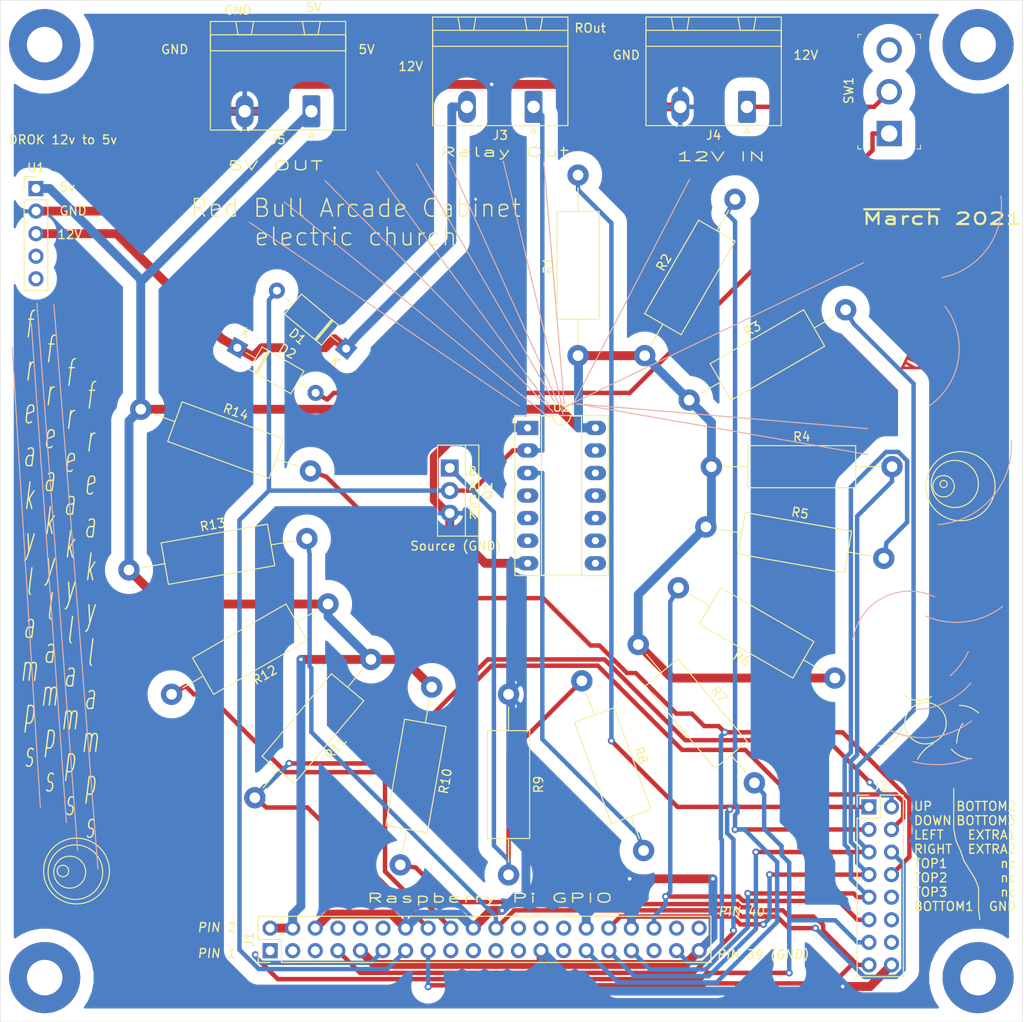
<source format=kicad_pcb>
(kicad_pcb (version 20171130) (host pcbnew "(5.1.4)-1")

  (general
    (thickness 1.6)
    (drawings 85)
    (tracks 371)
    (zones 0)
    (modules 30)
    (nets 42)
  )

  (page A4)
  (layers
    (0 F.Cu signal)
    (31 B.Cu signal)
    (32 B.Adhes user)
    (33 F.Adhes user)
    (34 B.Paste user hide)
    (35 F.Paste user hide)
    (36 B.SilkS user)
    (37 F.SilkS user)
    (38 B.Mask user)
    (39 F.Mask user)
    (40 Dwgs.User user)
    (41 Cmts.User user)
    (42 Eco1.User user)
    (43 Eco2.User user)
    (44 Edge.Cuts user)
    (45 Margin user)
    (46 B.CrtYd user)
    (47 F.CrtYd user)
    (48 B.Fab user)
    (49 F.Fab user hide)
  )

  (setup
    (last_trace_width 0.25)
    (trace_clearance 0.2)
    (zone_clearance 0.508)
    (zone_45_only no)
    (trace_min 0.2)
    (via_size 0.8)
    (via_drill 0.4)
    (via_min_size 0.4)
    (via_min_drill 0.3)
    (uvia_size 0.3)
    (uvia_drill 0.1)
    (uvias_allowed no)
    (uvia_min_size 0.2)
    (uvia_min_drill 0.1)
    (edge_width 0.05)
    (segment_width 0.2)
    (pcb_text_width 0.3)
    (pcb_text_size 1.5 1.5)
    (mod_edge_width 0.12)
    (mod_text_size 1 1)
    (mod_text_width 0.15)
    (pad_size 1.524 1.524)
    (pad_drill 0.762)
    (pad_to_mask_clearance 0.051)
    (solder_mask_min_width 0.25)
    (aux_axis_origin 0 0)
    (visible_elements 7FFFFFFF)
    (pcbplotparams
      (layerselection 0x010f0_ffffffff)
      (usegerberextensions false)
      (usegerberattributes false)
      (usegerberadvancedattributes false)
      (creategerberjobfile false)
      (excludeedgelayer true)
      (linewidth 0.100000)
      (plotframeref false)
      (viasonmask false)
      (mode 1)
      (useauxorigin false)
      (hpglpennumber 1)
      (hpglpenspeed 20)
      (hpglpendiameter 15.000000)
      (psnegative false)
      (psa4output false)
      (plotreference true)
      (plotvalue true)
      (plotinvisibletext false)
      (padsonsilk false)
      (subtractmaskfromsilk false)
      (outputformat 1)
      (mirror false)
      (drillshape 0)
      (scaleselection 1)
      (outputdirectory ""))
  )

  (net 0 "")
  (net 1 RelayOut)
  (net 2 +12V)
  (net 3 "Net-(D2-Pad2)")
  (net 4 "Net-(J1-Pad1)")
  (net 5 +5V)
  (net 6 LEFT)
  (net 7 RIGHT)
  (net 8 GND)
  (net 9 Top1)
  (net 10 "Net-(J1-Pad8)")
  (net 11 "Net-(J1-Pad10)")
  (net 12 "Net-(J1-Pad12)")
  (net 13 "Net-(J1-Pad17)")
  (net 14 Extra1)
  (net 15 Bottom3)
  (net 16 Extra2)
  (net 17 Bottom2)
  (net 18 Bottom1)
  (net 19 UP)
  (net 20 DOWN)
  (net 21 Top2)
  (net 22 Top3)
  (net 23 "Net-(J1-Pad35)")
  (net 24 "Net-(J1-Pad38)")
  (net 25 "Net-(J1-Pad40)")
  (net 26 "Net-(J2-Pad14)")
  (net 27 "Net-(J4-Pad1)")
  (net 28 "Net-(Q1-Pad1)")
  (net 29 "Net-(U1-Pad4)")
  (net 30 "Net-(J1-Pad3)")
  (net 31 "Net-(J1-Pad5)")
  (net 32 "Net-(J1-Pad19)")
  (net 33 "Net-(J1-Pad21)")
  (net 34 "Net-(J1-Pad23)")
  (net 35 "Net-(J1-Pad24)")
  (net 36 "Net-(J1-Pad26)")
  (net 37 "Net-(J1-Pad27)")
  (net 38 "Net-(J1-Pad28)")
  (net 39 "Net-(R8-Pad2)")
  (net 40 "Net-(J2-Pad12)")
  (net 41 "Net-(J2-Pad10)")

  (net_class Default "This is the default net class."
    (clearance 0.2)
    (trace_width 0.25)
    (via_dia 0.8)
    (via_drill 0.4)
    (uvia_dia 0.3)
    (uvia_drill 0.1)
    (add_net +12V)
    (add_net +5V)
    (add_net Bottom1)
    (add_net Bottom2)
    (add_net Bottom3)
    (add_net DOWN)
    (add_net Extra1)
    (add_net Extra2)
    (add_net GND)
    (add_net LEFT)
    (add_net "Net-(D2-Pad2)")
    (add_net "Net-(J1-Pad1)")
    (add_net "Net-(J1-Pad10)")
    (add_net "Net-(J1-Pad12)")
    (add_net "Net-(J1-Pad17)")
    (add_net "Net-(J1-Pad19)")
    (add_net "Net-(J1-Pad21)")
    (add_net "Net-(J1-Pad23)")
    (add_net "Net-(J1-Pad24)")
    (add_net "Net-(J1-Pad26)")
    (add_net "Net-(J1-Pad27)")
    (add_net "Net-(J1-Pad28)")
    (add_net "Net-(J1-Pad3)")
    (add_net "Net-(J1-Pad35)")
    (add_net "Net-(J1-Pad38)")
    (add_net "Net-(J1-Pad40)")
    (add_net "Net-(J1-Pad5)")
    (add_net "Net-(J1-Pad8)")
    (add_net "Net-(J2-Pad10)")
    (add_net "Net-(J2-Pad12)")
    (add_net "Net-(J2-Pad14)")
    (add_net "Net-(J4-Pad1)")
    (add_net "Net-(Q1-Pad1)")
    (add_net "Net-(R8-Pad2)")
    (add_net "Net-(U1-Pad4)")
    (add_net RIGHT)
    (add_net RelayOut)
    (add_net Top1)
    (add_net Top2)
    (add_net Top3)
    (add_net UP)
  )

  (module Symbol:Symbol_ESD-Logo_CopperTop (layer F.Cu) (tedit 0) (tstamp 60529034)
    (at 166.624 83.058)
    (descr "ESD-Logo, similar JEDEC-14, without text, ohne Text, Copper Top,")
    (tags "ESD-Logo, similar JEDEC-14, without text, ohne Text, Copper Top,")
    (attr virtual)
    (fp_text reference REF** (at -0.0508 -9.5504) (layer F.SilkS) hide
      (effects (font (size 1 1) (thickness 0.15)))
    )
    (fp_text value Symbol_ESD-Logo_CopperTop (at 0 6.94944) (layer F.Fab)
      (effects (font (size 1 1) (thickness 0.15)))
    )
    (fp_line (start 2.77876 -1.2573) (end 3.10896 -1.38938) (layer F.Cu) (width 0.3048))
    (fp_line (start 2.49936 -0.82804) (end 2.77876 -1.2573) (layer F.Cu) (width 0.3048))
    (fp_line (start 2.16916 -0.28956) (end 2.49936 -0.82804) (layer F.Cu) (width 0.3048))
    (fp_line (start 1.65862 0.54102) (end 2.16916 -0.28956) (layer F.Cu) (width 0.3048))
    (fp_line (start 0.1905 1.5113) (end 0.8001 0.98044) (layer F.Cu) (width 0.3048))
    (fp_line (start -0.32004 2.02184) (end 0.1905 1.5113) (layer F.Cu) (width 0.3048))
    (fp_line (start -0.62992 2.68224) (end -0.32004 2.02184) (layer F.Cu) (width 0.3048))
    (fp_line (start -0.86106 2.37236) (end -0.62992 2.68224) (layer F.Cu) (width 0.3048))
    (fp_line (start -0.70104 1.59258) (end -0.86106 2.37236) (layer F.Cu) (width 0.3048))
    (fp_line (start 0.30988 0.32258) (end -0.70104 1.59258) (layer F.Cu) (width 0.3048))
    (fp_line (start 0.45974 -0.18796) (end 0.30988 0.32258) (layer F.Cu) (width 0.3048))
    (fp_line (start -0.40132 -1.27762) (end 0.45974 -0.18796) (layer F.Cu) (width 0.3048))
    (fp_line (start -0.62992 -1.12776) (end -0.40132 -1.27762) (layer F.Cu) (width 0.3048))
    (fp_line (start -1.47066 -0.49784) (end -0.62992 -1.12776) (layer F.Cu) (width 0.3048))
    (fp_line (start -1.71958 -0.16764) (end -1.47066 -0.49784) (layer F.Cu) (width 0.3048))
    (fp_line (start -1.77038 -0.11938) (end -1.71958 -0.16764) (layer F.Cu) (width 0.3048))
    (fp_line (start -1.84912 0.42164) (end -1.77038 -0.11938) (layer F.Cu) (width 0.3048))
    (fp_line (start -1.84912 1.48082) (end -1.84912 0.42164) (layer F.Cu) (width 0.3048))
    (fp_line (start -1.62052 2.35204) (end -1.84912 1.48082) (layer F.Cu) (width 0.3048))
    (fp_line (start -1.99136 2.77114) (end -1.62052 2.35204) (layer F.Cu) (width 0.3048))
    (fp_line (start -2.4892 1.10236) (end -1.99136 2.77114) (layer F.Cu) (width 0.3048))
    (fp_line (start -2.37998 -0.57912) (end -2.4892 1.10236) (layer F.Cu) (width 0.3048))
    (fp_line (start -0.65024 -2.64922) (end -1.8796 -1.13792) (layer F.Cu) (width 0.3048))
    (fp_line (start 1.24968 -3.31724) (end -0.65024 -2.64922) (layer F.Cu) (width 0.3048))
    (fp_line (start 2.19964 -3.59918) (end 1.24968 -3.31724) (layer F.Cu) (width 0.3048))
    (fp_line (start 0.30988 1.4605) (end 0.56896 1.81102) (layer F.Cu) (width 0.3048))
    (fp_line (start 0.07874 2.1717) (end 0.10922 2.1717) (layer F.Cu) (width 0.3048))
    (fp_line (start -0.22098 1.99136) (end 0.07874 2.1717) (layer F.Cu) (width 0.3048))
    (fp_line (start 1.61036 0.65278) (end 1.67894 0.6223) (layer F.Cu) (width 0.3048))
    (fp_line (start 4.96062 2.47142) (end 1.61036 0.65278) (layer F.Cu) (width 0.3048))
    (fp_line (start 3.15976 -1.3081) (end 4.96062 2.47142) (layer F.Cu) (width 0.3048))
    (fp_line (start -1.89992 -1.15824) (end -1.86944 -1.15824) (layer F.Cu) (width 0.3048))
    (fp_line (start -2.76098 -1.5875) (end -1.89992 -1.15824) (layer F.Cu) (width 0.3048))
    (fp_line (start 0.21082 -7.3787) (end -2.76098 -1.5875) (layer F.Cu) (width 0.3048))
    (fp_line (start 2.09042 -3.64744) (end 0.21082 -7.3787) (layer F.Cu) (width 0.3048))
    (fp_line (start 4.90982 3.3909) (end 0.86868 1.1811) (layer F.Cu) (width 0.3048))
    (fp_line (start -5.15112 3.31216) (end 4.90982 3.3909) (layer F.Cu) (width 0.3048))
    (fp_line (start -3.09118 -0.84836) (end -5.15112 3.31216) (layer F.Cu) (width 0.3048))
    (fp_line (start -2.46126 -0.56896) (end -3.09118 -0.84836) (layer F.Cu) (width 0.3048))
    (fp_line (start -0.29972 0.44196) (end -0.07112 0.5715) (layer F.Cu) (width 0.3048))
    (fp_line (start -0.72898 0.98044) (end -0.29972 0.44196) (layer F.Cu) (width 0.3048))
    (fp_line (start -0.70104 0.37084) (end -0.72898 0.98044) (layer F.Cu) (width 0.3048))
    (fp_line (start -1.14046 0.16256) (end -0.70104 0.37084) (layer F.Cu) (width 0.3048))
    (fp_line (start -1.01092 1.5621) (end -1.14046 0.16256) (layer F.Cu) (width 0.3048))
    (fp_line (start -1.10998 1.87198) (end -1.01092 1.5621) (layer F.Cu) (width 0.3048))
    (fp_line (start -1.38938 1.64084) (end -1.10998 1.87198) (layer F.Cu) (width 0.3048))
    (fp_line (start -1.51892 0.80264) (end -1.38938 1.64084) (layer F.Cu) (width 0.3048))
    (fp_line (start -1.51892 -0.1397) (end -1.51892 0.80264) (layer F.Cu) (width 0.3048))
    (fp_line (start 0.06096 -0.0889) (end 0.23876 0.14224) (layer F.Cu) (width 0.3048))
    (fp_line (start -0.4191 -0.61722) (end 0.06096 -0.0889) (layer F.Cu) (width 0.3048))
    (fp_line (start -0.77978 -0.49784) (end -0.4191 -0.61722) (layer F.Cu) (width 0.3048))
    (fp_line (start -1.10998 -0.6477) (end -0.77978 -0.49784) (layer F.Cu) (width 0.3048))
    (fp_line (start -0.0889 -6.6675) (end 0.94996 -5.92836) (layer F.Cu) (width 0.3048))
    (fp_line (start -0.35052 -6.0579) (end 1.57988 -4.65836) (layer F.Cu) (width 0.3048))
    (fp_line (start -0.7493 -5.3975) (end 1.85928 -3.64744) (layer F.Cu) (width 0.3048))
    (fp_line (start -1.01092 -4.86918) (end 1.19888 -3.41884) (layer F.Cu) (width 0.3048))
    (fp_line (start -1.3589 -4.2291) (end 0.45974 -3.08864) (layer F.Cu) (width 0.3048))
    (fp_line (start -0.44958 -2.80924) (end -0.4191 -2.80924) (layer F.Cu) (width 0.3048))
    (fp_line (start -1.71958 -3.59918) (end -0.44958 -2.80924) (layer F.Cu) (width 0.3048))
    (fp_line (start -2.04978 -2.9591) (end -1.03124 -2.26822) (layer F.Cu) (width 0.3048))
    (fp_line (start -1.31064 -1.81864) (end -1.31064 -1.83896) (layer F.Cu) (width 0.3048))
    (fp_line (start -2.23012 -2.44856) (end -1.31064 -1.81864) (layer F.Cu) (width 0.3048))
    (fp_line (start -2.50952 -1.9685) (end -1.6891 -1.48844) (layer F.Cu) (width 0.3048))
    (fp_line (start 2.70002 -1.0287) (end 3.54076 -0.39878) (layer F.Cu) (width 0.3048))
    (fp_line (start 2.4511 -0.56896) (end 4.09956 0.72136) (layer F.Cu) (width 0.3048))
    (fp_line (start 2.1209 0.04064) (end 4.37896 1.38176) (layer F.Cu) (width 0.3048))
    (fp_line (start -3.37058 -0.33782) (end -2.6289 0.06096) (layer F.Cu) (width 0.3048))
    (fp_line (start -3.55092 0.16256) (end -2.47904 0.75184) (layer F.Cu) (width 0.3048))
    (fp_line (start -3.74904 0.65278) (end -2.46126 1.38176) (layer F.Cu) (width 0.3048))
    (fp_line (start -2.41046 1.99136) (end -2.37998 1.99136) (layer F.Cu) (width 0.3048))
    (fp_line (start -4.03098 1.20142) (end -2.41046 1.99136) (layer F.Cu) (width 0.3048))
    (fp_line (start -4.34086 1.66116) (end -1.14046 3.31216) (layer F.Cu) (width 0.3048))
    (fp_line (start -4.5593 2.2225) (end -2.17932 3.36042) (layer F.Cu) (width 0.3048))
    (fp_line (start -4.77012 2.75082) (end -3.64998 3.34264) (layer F.Cu) (width 0.3048))
    (fp_line (start -1.53924 2.37236) (end -0.02032 3.3909) (layer F.Cu) (width 0.3048))
    (fp_line (start 1.02108 3.31216) (end 1.04902 3.31216) (layer F.Cu) (width 0.3048))
    (fp_line (start -0.35052 2.30124) (end 1.02108 3.31216) (layer F.Cu) (width 0.3048))
    (fp_line (start 0.23876 1.8415) (end 2.16916 3.29184) (layer F.Cu) (width 0.3048))
    (fp_line (start 3.25882 3.31216) (end 3.27914 3.31216) (layer F.Cu) (width 0.3048))
    (fp_line (start 0.5207 1.4605) (end 3.25882 3.31216) (layer F.Cu) (width 0.3048))
    (fp_line (start -0.65024 -0.92964) (end 0.06096 -0.4191) (layer F.Cu) (width 0.3048))
  )

  (module MountingHole:MountingHole_4mm_Pad (layer F.Cu) (tedit 56D1B4CB) (tstamp 605252AD)
    (at 65 155)
    (descr "Mounting Hole 4mm")
    (tags "mounting hole 4mm")
    (attr virtual)
    (fp_text reference REF** (at 0 -5) (layer F.SilkS) hide
      (effects (font (size 1 1) (thickness 0.15)))
    )
    (fp_text value MountingHole_4mm_Pad (at 0 5) (layer F.Fab)
      (effects (font (size 1 1) (thickness 0.15)))
    )
    (fp_text user %R (at 0.3 0) (layer F.Fab)
      (effects (font (size 1 1) (thickness 0.15)))
    )
    (fp_circle (center 0 0) (end 4 0) (layer Cmts.User) (width 0.15))
    (fp_circle (center 0 0) (end 4.25 0) (layer F.CrtYd) (width 0.05))
    (pad 1 thru_hole circle (at 0 0) (size 8 8) (drill 4) (layers *.Cu *.Mask))
  )

  (module MountingHole:MountingHole_4mm_Pad (layer F.Cu) (tedit 56D1B4CB) (tstamp 605252AD)
    (at 170 155)
    (descr "Mounting Hole 4mm")
    (tags "mounting hole 4mm")
    (attr virtual)
    (fp_text reference REF** (at 0 -5) (layer F.SilkS) hide
      (effects (font (size 1 1) (thickness 0.15)))
    )
    (fp_text value MountingHole_4mm_Pad (at 0 5) (layer F.Fab)
      (effects (font (size 1 1) (thickness 0.15)))
    )
    (fp_text user %R (at 0.3 0) (layer F.Fab)
      (effects (font (size 1 1) (thickness 0.15)))
    )
    (fp_circle (center 0 0) (end 4 0) (layer Cmts.User) (width 0.15))
    (fp_circle (center 0 0) (end 4.25 0) (layer F.CrtYd) (width 0.05))
    (pad 1 thru_hole circle (at 0 0) (size 8 8) (drill 4) (layers *.Cu *.Mask))
  )

  (module MountingHole:MountingHole_4mm_Pad (layer F.Cu) (tedit 56D1B4CB) (tstamp 605252AD)
    (at 170 50)
    (descr "Mounting Hole 4mm")
    (tags "mounting hole 4mm")
    (attr virtual)
    (fp_text reference REF** (at 0 -5) (layer F.SilkS) hide
      (effects (font (size 1 1) (thickness 0.15)))
    )
    (fp_text value MountingHole_4mm_Pad (at 0 5) (layer F.Fab)
      (effects (font (size 1 1) (thickness 0.15)))
    )
    (fp_text user %R (at 0.3 0) (layer F.Fab)
      (effects (font (size 1 1) (thickness 0.15)))
    )
    (fp_circle (center 0 0) (end 4 0) (layer Cmts.User) (width 0.15))
    (fp_circle (center 0 0) (end 4.25 0) (layer F.CrtYd) (width 0.05))
    (pad 1 thru_hole circle (at 0 0) (size 8 8) (drill 4) (layers *.Cu *.Mask))
  )

  (module MountingHole:MountingHole_4mm_Pad (layer F.Cu) (tedit 56D1B4CB) (tstamp 6052507C)
    (at 65 50)
    (descr "Mounting Hole 4mm")
    (tags "mounting hole 4mm")
    (attr virtual)
    (fp_text reference REF** (at 0 -5) (layer F.SilkS) hide
      (effects (font (size 1 1) (thickness 0.15)))
    )
    (fp_text value MountingHole_4mm_Pad (at 0 5) (layer F.Fab)
      (effects (font (size 1 1) (thickness 0.15)))
    )
    (fp_circle (center 0 0) (end 4.25 0) (layer F.CrtYd) (width 0.05))
    (fp_circle (center 0 0) (end 4 0) (layer Cmts.User) (width 0.15))
    (fp_text user %R (at 0.3 0) (layer F.Fab) hide
      (effects (font (size 1 1) (thickness 0.15)))
    )
    (pad 1 thru_hole circle (at 0 0) (size 8 8) (drill 4) (layers *.Cu *.Mask))
  )

  (module Connector_Phoenix_GMSTB:PhoenixContact_GMSTBA_2,5_2-G_1x02_P7.50mm_Horizontal (layer F.Cu) (tedit 5B785048) (tstamp 605236D8)
    (at 95 57.5 180)
    (descr "Generic Phoenix Contact connector footprint for: GMSTBA_2,5/2-G; number of pins: 02; pin pitch: 7.50mm; Angled || order number: 1766343 12A 630V")
    (tags "phoenix_contact connector GMSTBA_01x02_G_7.50mm")
    (path /6059AC6A)
    (fp_text reference J5 (at 3.75 -3.2) (layer F.SilkS)
      (effects (font (size 1 1) (thickness 0.15)))
    )
    (fp_text value Screw_Terminal_01x02 (at 3.75 11.2) (layer F.Fab)
      (effects (font (size 1 1) (thickness 0.15)))
    )
    (fp_text user %R (at 3.75 -1.3) (layer F.Fab)
      (effects (font (size 1 1) (thickness 0.15)))
    )
    (fp_line (start 0 -0.5) (end -0.95 -2) (layer F.Fab) (width 0.1))
    (fp_line (start 0.95 -2) (end 0 -0.5) (layer F.Fab) (width 0.1))
    (fp_line (start -0.3 -2.91) (end 0.3 -2.91) (layer F.SilkS) (width 0.12))
    (fp_line (start 0 -2.31) (end -0.3 -2.91) (layer F.SilkS) (width 0.12))
    (fp_line (start 0.3 -2.91) (end 0 -2.31) (layer F.SilkS) (width 0.12))
    (fp_line (start 11.75 -2.5) (end -4.25 -2.5) (layer F.CrtYd) (width 0.05))
    (fp_line (start 11.75 10.5) (end 11.75 -2.5) (layer F.CrtYd) (width 0.05))
    (fp_line (start -4.25 10.5) (end 11.75 10.5) (layer F.CrtYd) (width 0.05))
    (fp_line (start -4.25 -2.5) (end -4.25 10.5) (layer F.CrtYd) (width 0.05))
    (fp_line (start 6.75 8.61) (end 6.5 10.11) (layer F.SilkS) (width 0.12))
    (fp_line (start 8.25 8.61) (end 6.75 8.61) (layer F.SilkS) (width 0.12))
    (fp_line (start 8.5 10.11) (end 8.25 8.61) (layer F.SilkS) (width 0.12))
    (fp_line (start 6.5 10.11) (end 8.5 10.11) (layer F.SilkS) (width 0.12))
    (fp_line (start -0.75 8.61) (end -1 10.11) (layer F.SilkS) (width 0.12))
    (fp_line (start 0.75 8.61) (end -0.75 8.61) (layer F.SilkS) (width 0.12))
    (fp_line (start 1 10.11) (end 0.75 8.61) (layer F.SilkS) (width 0.12))
    (fp_line (start -1 10.11) (end 1 10.11) (layer F.SilkS) (width 0.12))
    (fp_line (start 11.36 8.61) (end -3.86 8.61) (layer F.SilkS) (width 0.12))
    (fp_line (start 11.36 6.81) (end 11.36 8.61) (layer F.SilkS) (width 0.12))
    (fp_line (start -3.86 6.81) (end 11.36 6.81) (layer F.SilkS) (width 0.12))
    (fp_line (start -3.86 8.61) (end -3.86 6.81) (layer F.SilkS) (width 0.12))
    (fp_line (start 11.25 -2) (end -3.75 -2) (layer F.Fab) (width 0.1))
    (fp_line (start 11.25 10) (end 11.25 -2) (layer F.Fab) (width 0.1))
    (fp_line (start -3.75 10) (end 11.25 10) (layer F.Fab) (width 0.1))
    (fp_line (start -3.75 -2) (end -3.75 10) (layer F.Fab) (width 0.1))
    (fp_line (start 11.36 -2.11) (end -3.86 -2.11) (layer F.SilkS) (width 0.12))
    (fp_line (start 11.36 10.11) (end 11.36 -2.11) (layer F.SilkS) (width 0.12))
    (fp_line (start -3.86 10.11) (end 11.36 10.11) (layer F.SilkS) (width 0.12))
    (fp_line (start -3.86 -2.11) (end -3.86 10.11) (layer F.SilkS) (width 0.12))
    (pad 2 thru_hole oval (at 7.5 0 180) (size 2 3.6) (drill 1.4) (layers *.Cu *.Mask)
      (net 8 GND))
    (pad 1 thru_hole roundrect (at 0 0 180) (size 2 3.6) (drill 1.4) (layers *.Cu *.Mask) (roundrect_rratio 0.125)
      (net 5 +5V))
    (model ${KISYS3DMOD}/Connector_Phoenix_GMSTB.3dshapes/PhoenixContact_GMSTBA_2,5_2-G_1x02_P7.50mm_Horizontal.wrl
      (at (xyz 0 0 0))
      (scale (xyz 1 1 1))
      (rotate (xyz 0 0 0))
    )
  )

  (module Connector_PinHeader_2.54mm:PinHeader_2x08_P2.54mm_Vertical (layer F.Cu) (tedit 59FED5CC) (tstamp 6050F9AD)
    (at 157.721 135.788)
    (descr "Through hole straight pin header, 2x08, 2.54mm pitch, double rows")
    (tags "Through hole pin header THT 2x08 2.54mm double row")
    (path /60587750)
    (fp_text reference J2 (at 1.27 -2.33) (layer F.SilkS)
      (effects (font (size 1 1) (thickness 0.15)))
    )
    (fp_text value Conn_02x08_Top_Bottom_Shielded (at 1.27 20.11) (layer F.Fab)
      (effects (font (size 1 1) (thickness 0.15)))
    )
    (fp_text user %R (at 1.27 8.89 90) (layer F.Fab)
      (effects (font (size 1 1) (thickness 0.15)))
    )
    (fp_line (start 4.35 -1.8) (end -1.8 -1.8) (layer F.CrtYd) (width 0.05))
    (fp_line (start 4.35 19.55) (end 4.35 -1.8) (layer F.CrtYd) (width 0.05))
    (fp_line (start -1.8 19.55) (end 4.35 19.55) (layer F.CrtYd) (width 0.05))
    (fp_line (start -1.8 -1.8) (end -1.8 19.55) (layer F.CrtYd) (width 0.05))
    (fp_line (start -1.33 -1.33) (end 0 -1.33) (layer F.SilkS) (width 0.12))
    (fp_line (start -1.33 0) (end -1.33 -1.33) (layer F.SilkS) (width 0.12))
    (fp_line (start 1.27 -1.33) (end 3.87 -1.33) (layer F.SilkS) (width 0.12))
    (fp_line (start 1.27 1.27) (end 1.27 -1.33) (layer F.SilkS) (width 0.12))
    (fp_line (start -1.33 1.27) (end 1.27 1.27) (layer F.SilkS) (width 0.12))
    (fp_line (start 3.87 -1.33) (end 3.87 19.11) (layer F.SilkS) (width 0.12))
    (fp_line (start -1.33 1.27) (end -1.33 19.11) (layer F.SilkS) (width 0.12))
    (fp_line (start -1.33 19.11) (end 3.87 19.11) (layer F.SilkS) (width 0.12))
    (fp_line (start -1.27 0) (end 0 -1.27) (layer F.Fab) (width 0.1))
    (fp_line (start -1.27 19.05) (end -1.27 0) (layer F.Fab) (width 0.1))
    (fp_line (start 3.81 19.05) (end -1.27 19.05) (layer F.Fab) (width 0.1))
    (fp_line (start 3.81 -1.27) (end 3.81 19.05) (layer F.Fab) (width 0.1))
    (fp_line (start 0 -1.27) (end 3.81 -1.27) (layer F.Fab) (width 0.1))
    (pad 16 thru_hole oval (at 2.54 17.78) (size 1.7 1.7) (drill 1) (layers *.Cu *.Mask)
      (net 8 GND))
    (pad 15 thru_hole oval (at 0 17.78) (size 1.7 1.7) (drill 1) (layers *.Cu *.Mask)
      (net 18 Bottom1))
    (pad 14 thru_hole oval (at 2.54 15.24) (size 1.7 1.7) (drill 1) (layers *.Cu *.Mask)
      (net 26 "Net-(J2-Pad14)"))
    (pad 13 thru_hole oval (at 0 15.24) (size 1.7 1.7) (drill 1) (layers *.Cu *.Mask)
      (net 22 Top3))
    (pad 12 thru_hole oval (at 2.54 12.7) (size 1.7 1.7) (drill 1) (layers *.Cu *.Mask)
      (net 40 "Net-(J2-Pad12)"))
    (pad 11 thru_hole oval (at 0 12.7) (size 1.7 1.7) (drill 1) (layers *.Cu *.Mask)
      (net 21 Top2))
    (pad 10 thru_hole oval (at 2.54 10.16) (size 1.7 1.7) (drill 1) (layers *.Cu *.Mask)
      (net 41 "Net-(J2-Pad10)"))
    (pad 9 thru_hole oval (at 0 10.16) (size 1.7 1.7) (drill 1) (layers *.Cu *.Mask)
      (net 9 Top1))
    (pad 8 thru_hole oval (at 2.54 7.62) (size 1.7 1.7) (drill 1) (layers *.Cu *.Mask)
      (net 16 Extra2))
    (pad 7 thru_hole oval (at 0 7.62) (size 1.7 1.7) (drill 1) (layers *.Cu *.Mask)
      (net 7 RIGHT))
    (pad 6 thru_hole oval (at 2.54 5.08) (size 1.7 1.7) (drill 1) (layers *.Cu *.Mask)
      (net 14 Extra1))
    (pad 5 thru_hole oval (at 0 5.08) (size 1.7 1.7) (drill 1) (layers *.Cu *.Mask)
      (net 6 LEFT))
    (pad 4 thru_hole oval (at 2.54 2.54) (size 1.7 1.7) (drill 1) (layers *.Cu *.Mask)
      (net 15 Bottom3))
    (pad 3 thru_hole oval (at 0 2.54) (size 1.7 1.7) (drill 1) (layers *.Cu *.Mask)
      (net 20 DOWN))
    (pad 2 thru_hole oval (at 2.54 0) (size 1.7 1.7) (drill 1) (layers *.Cu *.Mask)
      (net 17 Bottom2))
    (pad 1 thru_hole rect (at 0 0) (size 1.7 1.7) (drill 1) (layers *.Cu *.Mask)
      (net 19 UP))
    (model ${KISYS3DMOD}/Connector_PinHeader_2.54mm.3dshapes/PinHeader_2x08_P2.54mm_Vertical.wrl
      (at (xyz 0 0 0))
      (scale (xyz 1 1 1))
      (rotate (xyz 0 0 0))
    )
  )

  (module Package_DIP:DIP-14_W7.62mm_Socket_LongPads (layer F.Cu) (tedit 5A02E8C5) (tstamp 605183F1)
    (at 119.329 93.1291)
    (descr "14-lead though-hole mounted DIP package, row spacing 7.62 mm (300 mils), Socket, LongPads")
    (tags "THT DIP DIL PDIP 2.54mm 7.62mm 300mil Socket LongPads")
    (path /60518F6B)
    (fp_text reference U2 (at 3.81 -2.33) (layer F.SilkS)
      (effects (font (size 1 1) (thickness 0.15)))
    )
    (fp_text value 74125 (at 3.81 17.57) (layer F.Fab)
      (effects (font (size 1 1) (thickness 0.15)))
    )
    (fp_text user %R (at 3.81 7.62) (layer F.Fab)
      (effects (font (size 1 1) (thickness 0.15)))
    )
    (fp_line (start 9.15 -1.6) (end -1.55 -1.6) (layer F.CrtYd) (width 0.05))
    (fp_line (start 9.15 16.85) (end 9.15 -1.6) (layer F.CrtYd) (width 0.05))
    (fp_line (start -1.55 16.85) (end 9.15 16.85) (layer F.CrtYd) (width 0.05))
    (fp_line (start -1.55 -1.6) (end -1.55 16.85) (layer F.CrtYd) (width 0.05))
    (fp_line (start 9.06 -1.39) (end -1.44 -1.39) (layer F.SilkS) (width 0.12))
    (fp_line (start 9.06 16.63) (end 9.06 -1.39) (layer F.SilkS) (width 0.12))
    (fp_line (start -1.44 16.63) (end 9.06 16.63) (layer F.SilkS) (width 0.12))
    (fp_line (start -1.44 -1.39) (end -1.44 16.63) (layer F.SilkS) (width 0.12))
    (fp_line (start 6.06 -1.33) (end 4.81 -1.33) (layer F.SilkS) (width 0.12))
    (fp_line (start 6.06 16.57) (end 6.06 -1.33) (layer F.SilkS) (width 0.12))
    (fp_line (start 1.56 16.57) (end 6.06 16.57) (layer F.SilkS) (width 0.12))
    (fp_line (start 1.56 -1.33) (end 1.56 16.57) (layer F.SilkS) (width 0.12))
    (fp_line (start 2.81 -1.33) (end 1.56 -1.33) (layer F.SilkS) (width 0.12))
    (fp_line (start 8.89 -1.33) (end -1.27 -1.33) (layer F.Fab) (width 0.1))
    (fp_line (start 8.89 16.57) (end 8.89 -1.33) (layer F.Fab) (width 0.1))
    (fp_line (start -1.27 16.57) (end 8.89 16.57) (layer F.Fab) (width 0.1))
    (fp_line (start -1.27 -1.33) (end -1.27 16.57) (layer F.Fab) (width 0.1))
    (fp_line (start 0.635 -0.27) (end 1.635 -1.27) (layer F.Fab) (width 0.1))
    (fp_line (start 0.635 16.51) (end 0.635 -0.27) (layer F.Fab) (width 0.1))
    (fp_line (start 6.985 16.51) (end 0.635 16.51) (layer F.Fab) (width 0.1))
    (fp_line (start 6.985 -1.27) (end 6.985 16.51) (layer F.Fab) (width 0.1))
    (fp_line (start 1.635 -1.27) (end 6.985 -1.27) (layer F.Fab) (width 0.1))
    (fp_arc (start 3.81 -1.33) (end 2.81 -1.33) (angle -180) (layer F.SilkS) (width 0.12))
    (pad 14 thru_hole oval (at 7.62 0) (size 2.4 1.6) (drill 0.8) (layers *.Cu *.Mask)
      (net 5 +5V))
    (pad 7 thru_hole oval (at 0 15.24) (size 2.4 1.6) (drill 0.8) (layers *.Cu *.Mask)
      (net 8 GND))
    (pad 13 thru_hole oval (at 7.62 2.54) (size 2.4 1.6) (drill 0.8) (layers *.Cu *.Mask))
    (pad 6 thru_hole oval (at 0 12.7) (size 2.4 1.6) (drill 0.8) (layers *.Cu *.Mask))
    (pad 12 thru_hole oval (at 7.62 5.08) (size 2.4 1.6) (drill 0.8) (layers *.Cu *.Mask))
    (pad 5 thru_hole oval (at 0 10.16) (size 2.4 1.6) (drill 0.8) (layers *.Cu *.Mask))
    (pad 11 thru_hole oval (at 7.62 7.62) (size 2.4 1.6) (drill 0.8) (layers *.Cu *.Mask))
    (pad 4 thru_hole oval (at 0 7.62) (size 2.4 1.6) (drill 0.8) (layers *.Cu *.Mask))
    (pad 10 thru_hole oval (at 7.62 10.16) (size 2.4 1.6) (drill 0.8) (layers *.Cu *.Mask))
    (pad 3 thru_hole oval (at 0 5.08) (size 2.4 1.6) (drill 0.8) (layers *.Cu *.Mask)
      (net 39 "Net-(R8-Pad2)"))
    (pad 9 thru_hole oval (at 7.62 12.7) (size 2.4 1.6) (drill 0.8) (layers *.Cu *.Mask))
    (pad 2 thru_hole oval (at 0 2.54) (size 2.4 1.6) (drill 0.8) (layers *.Cu *.Mask)
      (net 1 RelayOut))
    (pad 8 thru_hole oval (at 7.62 15.24) (size 2.4 1.6) (drill 0.8) (layers *.Cu *.Mask))
    (pad 1 thru_hole rect (at 0 0) (size 2.4 1.6) (drill 0.8) (layers *.Cu *.Mask)
      (net 8 GND))
    (model ${KISYS3DMOD}/Package_DIP.3dshapes/DIP-14_W7.62mm_Socket.wrl
      (at (xyz 0 0 0))
      (scale (xyz 1 1 1))
      (rotate (xyz 0 0 0))
    )
  )

  (module Diode_THT:D_A-405_P10.16mm_Horizontal (layer F.Cu) (tedit 5AE50CD5) (tstamp 60512243)
    (at 98.9076 84.2137 140)
    (descr "Diode, A-405 series, Axial, Horizontal, pin pitch=10.16mm, , length*diameter=5.2*2.7mm^2, , http://www.diodes.com/_files/packages/A-405.pdf")
    (tags "Diode A-405 series Axial Horizontal pin pitch 10.16mm  length 5.2mm diameter 2.7mm")
    (path /6071A181)
    (fp_text reference D1 (at 5.08 -2.47 140) (layer F.SilkS)
      (effects (font (size 1 1) (thickness 0.15)))
    )
    (fp_text value D (at 5.08 2.47 140) (layer F.Fab)
      (effects (font (size 1 1) (thickness 0.15)))
    )
    (fp_text user K (at 0 -1.9 140) (layer F.SilkS)
      (effects (font (size 1 1) (thickness 0.15)))
    )
    (fp_text user K (at 0 -1.9 140) (layer F.Fab)
      (effects (font (size 1 1) (thickness 0.15)))
    )
    (fp_text user %R (at 5.47 0 140) (layer F.Fab)
      (effects (font (size 1 1) (thickness 0.15)))
    )
    (fp_line (start 11.31 -1.6) (end -1.15 -1.6) (layer F.CrtYd) (width 0.05))
    (fp_line (start 11.31 1.6) (end 11.31 -1.6) (layer F.CrtYd) (width 0.05))
    (fp_line (start -1.15 1.6) (end 11.31 1.6) (layer F.CrtYd) (width 0.05))
    (fp_line (start -1.15 -1.6) (end -1.15 1.6) (layer F.CrtYd) (width 0.05))
    (fp_line (start 3.14 -1.47) (end 3.14 1.47) (layer F.SilkS) (width 0.12))
    (fp_line (start 3.38 -1.47) (end 3.38 1.47) (layer F.SilkS) (width 0.12))
    (fp_line (start 3.26 -1.47) (end 3.26 1.47) (layer F.SilkS) (width 0.12))
    (fp_line (start 9.02 0) (end 7.8 0) (layer F.SilkS) (width 0.12))
    (fp_line (start 1.14 0) (end 2.36 0) (layer F.SilkS) (width 0.12))
    (fp_line (start 7.8 -1.47) (end 2.36 -1.47) (layer F.SilkS) (width 0.12))
    (fp_line (start 7.8 1.47) (end 7.8 -1.47) (layer F.SilkS) (width 0.12))
    (fp_line (start 2.36 1.47) (end 7.8 1.47) (layer F.SilkS) (width 0.12))
    (fp_line (start 2.36 -1.47) (end 2.36 1.47) (layer F.SilkS) (width 0.12))
    (fp_line (start 3.16 -1.35) (end 3.16 1.35) (layer F.Fab) (width 0.1))
    (fp_line (start 3.36 -1.35) (end 3.36 1.35) (layer F.Fab) (width 0.1))
    (fp_line (start 3.26 -1.35) (end 3.26 1.35) (layer F.Fab) (width 0.1))
    (fp_line (start 10.16 0) (end 7.68 0) (layer F.Fab) (width 0.1))
    (fp_line (start 0 0) (end 2.48 0) (layer F.Fab) (width 0.1))
    (fp_line (start 7.68 -1.35) (end 2.48 -1.35) (layer F.Fab) (width 0.1))
    (fp_line (start 7.68 1.35) (end 7.68 -1.35) (layer F.Fab) (width 0.1))
    (fp_line (start 2.48 1.35) (end 7.68 1.35) (layer F.Fab) (width 0.1))
    (fp_line (start 2.48 -1.35) (end 2.48 1.35) (layer F.Fab) (width 0.1))
    (pad 2 thru_hole oval (at 10.16 0 140) (size 1.8 1.8) (drill 0.9) (layers *.Cu *.Mask)
      (net 1 RelayOut))
    (pad 1 thru_hole rect (at 0 0 140) (size 1.8 1.8) (drill 0.9) (layers *.Cu *.Mask)
      (net 2 +12V))
    (model ${KISYS3DMOD}/Diode_THT.3dshapes/D_A-405_P10.16mm_Horizontal.wrl
      (at (xyz 0 0 0))
      (scale (xyz 1 1 1))
      (rotate (xyz 0 0 0))
    )
  )

  (module Diode_THT:D_A-405_P10.16mm_Horizontal (layer F.Cu) (tedit 5AE50CD5) (tstamp 6050F941)
    (at 86.6775 84.1121 330)
    (descr "Diode, A-405 series, Axial, Horizontal, pin pitch=10.16mm, , length*diameter=5.2*2.7mm^2, , http://www.diodes.com/_files/packages/A-405.pdf")
    (tags "Diode A-405 series Axial Horizontal pin pitch 10.16mm  length 5.2mm diameter 2.7mm")
    (path /605D3FDE)
    (fp_text reference D2 (at 5.08 -2.47 150) (layer F.SilkS)
      (effects (font (size 1 1) (thickness 0.15)))
    )
    (fp_text value D (at 5.08 2.47 150) (layer F.Fab)
      (effects (font (size 1 1) (thickness 0.15)))
    )
    (fp_line (start 2.48 -1.35) (end 2.48 1.35) (layer F.Fab) (width 0.1))
    (fp_line (start 2.48 1.35) (end 7.68 1.35) (layer F.Fab) (width 0.1))
    (fp_line (start 7.68 1.35) (end 7.68 -1.35) (layer F.Fab) (width 0.1))
    (fp_line (start 7.68 -1.35) (end 2.48 -1.35) (layer F.Fab) (width 0.1))
    (fp_line (start 0 0) (end 2.48 0) (layer F.Fab) (width 0.1))
    (fp_line (start 10.16 0) (end 7.68 0) (layer F.Fab) (width 0.1))
    (fp_line (start 3.26 -1.35) (end 3.26 1.35) (layer F.Fab) (width 0.1))
    (fp_line (start 3.36 -1.35) (end 3.36 1.35) (layer F.Fab) (width 0.1))
    (fp_line (start 3.16 -1.35) (end 3.16 1.35) (layer F.Fab) (width 0.1))
    (fp_line (start 2.36 -1.47) (end 2.36 1.47) (layer F.SilkS) (width 0.12))
    (fp_line (start 2.36 1.47) (end 7.8 1.47) (layer F.SilkS) (width 0.12))
    (fp_line (start 7.8 1.47) (end 7.8 -1.47) (layer F.SilkS) (width 0.12))
    (fp_line (start 7.8 -1.47) (end 2.36 -1.47) (layer F.SilkS) (width 0.12))
    (fp_line (start 1.14 0) (end 2.36 0) (layer F.SilkS) (width 0.12))
    (fp_line (start 9.02 0) (end 7.8 0) (layer F.SilkS) (width 0.12))
    (fp_line (start 3.26 -1.47) (end 3.26 1.47) (layer F.SilkS) (width 0.12))
    (fp_line (start 3.38 -1.47) (end 3.38 1.47) (layer F.SilkS) (width 0.12))
    (fp_line (start 3.14 -1.47) (end 3.14 1.47) (layer F.SilkS) (width 0.12))
    (fp_line (start -1.15 -1.6) (end -1.15 1.6) (layer F.CrtYd) (width 0.05))
    (fp_line (start -1.15 1.6) (end 11.31 1.6) (layer F.CrtYd) (width 0.05))
    (fp_line (start 11.31 1.6) (end 11.31 -1.6) (layer F.CrtYd) (width 0.05))
    (fp_line (start 11.31 -1.6) (end -1.15 -1.6) (layer F.CrtYd) (width 0.05))
    (fp_text user %R (at 5.47 0 240) (layer F.Fab)
      (effects (font (size 1 1) (thickness 0.15)))
    )
    (fp_text user K (at 0 -1.9 150) (layer F.Fab)
      (effects (font (size 1 1) (thickness 0.15)))
    )
    (fp_text user K (at 0 -1.9 150) (layer F.SilkS)
      (effects (font (size 1 1) (thickness 0.15)))
    )
    (pad 1 thru_hole rect (at 0 0 330) (size 1.8 1.8) (drill 0.9) (layers *.Cu *.Mask)
      (net 2 +12V))
    (pad 2 thru_hole oval (at 10.16 0 330) (size 1.8 1.8) (drill 0.9) (layers *.Cu *.Mask)
      (net 3 "Net-(D2-Pad2)"))
    (model ${KISYS3DMOD}/Diode_THT.3dshapes/D_A-405_P10.16mm_Horizontal.wrl
      (at (xyz 0 0 0))
      (scale (xyz 1 1 1))
      (rotate (xyz 0 0 0))
    )
  )

  (module Connector_PinHeader_2.54mm:PinHeader_2x20_P2.54mm_Vertical (layer F.Cu) (tedit 59FED5CC) (tstamp 6050F97F)
    (at 90.3605 151.968 90)
    (descr "Through hole straight pin header, 2x20, 2.54mm pitch, double rows")
    (tags "Through hole pin header THT 2x20 2.54mm double row")
    (path /605C768D)
    (fp_text reference J1 (at 1.27 -2.33 90) (layer F.SilkS)
      (effects (font (size 1 1) (thickness 0.15)))
    )
    (fp_text value Raspberry_Pi_2_3 (at 1.27 50.59 90) (layer F.Fab)
      (effects (font (size 1 1) (thickness 0.15)))
    )
    (fp_line (start 0 -1.27) (end 3.81 -1.27) (layer F.Fab) (width 0.1))
    (fp_line (start 3.81 -1.27) (end 3.81 49.53) (layer F.Fab) (width 0.1))
    (fp_line (start 3.81 49.53) (end -1.27 49.53) (layer F.Fab) (width 0.1))
    (fp_line (start -1.27 49.53) (end -1.27 0) (layer F.Fab) (width 0.1))
    (fp_line (start -1.27 0) (end 0 -1.27) (layer F.Fab) (width 0.1))
    (fp_line (start -1.33 49.59) (end 3.87 49.59) (layer F.SilkS) (width 0.12))
    (fp_line (start -1.33 1.27) (end -1.33 49.59) (layer F.SilkS) (width 0.12))
    (fp_line (start 3.87 -1.33) (end 3.87 49.59) (layer F.SilkS) (width 0.12))
    (fp_line (start -1.33 1.27) (end 1.27 1.27) (layer F.SilkS) (width 0.12))
    (fp_line (start 1.27 1.27) (end 1.27 -1.33) (layer F.SilkS) (width 0.12))
    (fp_line (start 1.27 -1.33) (end 3.87 -1.33) (layer F.SilkS) (width 0.12))
    (fp_line (start -1.33 0) (end -1.33 -1.33) (layer F.SilkS) (width 0.12))
    (fp_line (start -1.33 -1.33) (end 0 -1.33) (layer F.SilkS) (width 0.12))
    (fp_line (start -1.8 -1.8) (end -1.8 50.05) (layer F.CrtYd) (width 0.05))
    (fp_line (start -1.8 50.05) (end 4.35 50.05) (layer F.CrtYd) (width 0.05))
    (fp_line (start 4.35 50.05) (end 4.35 -1.8) (layer F.CrtYd) (width 0.05))
    (fp_line (start 4.35 -1.8) (end -1.8 -1.8) (layer F.CrtYd) (width 0.05))
    (fp_text user %R (at 1.27 24.13) (layer F.Fab)
      (effects (font (size 1 1) (thickness 0.15)))
    )
    (pad 1 thru_hole rect (at 0 0 90) (size 1.7 1.7) (drill 1) (layers *.Cu *.Mask)
      (net 4 "Net-(J1-Pad1)"))
    (pad 2 thru_hole oval (at 2.54 0 90) (size 1.7 1.7) (drill 1) (layers *.Cu *.Mask)
      (net 5 +5V))
    (pad 3 thru_hole oval (at 0 2.54 90) (size 1.7 1.7) (drill 1) (layers *.Cu *.Mask)
      (net 30 "Net-(J1-Pad3)"))
    (pad 4 thru_hole oval (at 2.54 2.54 90) (size 1.7 1.7) (drill 1) (layers *.Cu *.Mask)
      (net 5 +5V))
    (pad 5 thru_hole oval (at 0 5.08 90) (size 1.7 1.7) (drill 1) (layers *.Cu *.Mask)
      (net 31 "Net-(J1-Pad5)"))
    (pad 6 thru_hole oval (at 2.54 5.08 90) (size 1.7 1.7) (drill 1) (layers *.Cu *.Mask)
      (net 8 GND))
    (pad 7 thru_hole oval (at 0 7.62 90) (size 1.7 1.7) (drill 1) (layers *.Cu *.Mask)
      (net 19 UP))
    (pad 8 thru_hole oval (at 2.54 7.62 90) (size 1.7 1.7) (drill 1) (layers *.Cu *.Mask)
      (net 10 "Net-(J1-Pad8)"))
    (pad 9 thru_hole oval (at 0 10.16 90) (size 1.7 1.7) (drill 1) (layers *.Cu *.Mask)
      (net 8 GND))
    (pad 10 thru_hole oval (at 2.54 10.16 90) (size 1.7 1.7) (drill 1) (layers *.Cu *.Mask)
      (net 11 "Net-(J1-Pad10)"))
    (pad 11 thru_hole oval (at 0 12.7 90) (size 1.7 1.7) (drill 1) (layers *.Cu *.Mask)
      (net 22 Top3))
    (pad 12 thru_hole oval (at 2.54 12.7 90) (size 1.7 1.7) (drill 1) (layers *.Cu *.Mask)
      (net 12 "Net-(J1-Pad12)"))
    (pad 13 thru_hole oval (at 0 15.24 90) (size 1.7 1.7) (drill 1) (layers *.Cu *.Mask)
      (net 1 RelayOut))
    (pad 14 thru_hole oval (at 2.54 15.24 90) (size 1.7 1.7) (drill 1) (layers *.Cu *.Mask)
      (net 8 GND))
    (pad 15 thru_hole oval (at 0 17.78 90) (size 1.7 1.7) (drill 1) (layers *.Cu *.Mask)
      (net 18 Bottom1))
    (pad 16 thru_hole oval (at 2.54 17.78 90) (size 1.7 1.7) (drill 1) (layers *.Cu *.Mask)
      (net 17 Bottom2))
    (pad 17 thru_hole oval (at 0 20.32 90) (size 1.7 1.7) (drill 1) (layers *.Cu *.Mask)
      (net 13 "Net-(J1-Pad17)"))
    (pad 18 thru_hole oval (at 2.54 20.32 90) (size 1.7 1.7) (drill 1) (layers *.Cu *.Mask)
      (net 15 Bottom3))
    (pad 19 thru_hole oval (at 0 22.86 90) (size 1.7 1.7) (drill 1) (layers *.Cu *.Mask)
      (net 32 "Net-(J1-Pad19)"))
    (pad 20 thru_hole oval (at 2.54 22.86 90) (size 1.7 1.7) (drill 1) (layers *.Cu *.Mask)
      (net 8 GND))
    (pad 21 thru_hole oval (at 0 25.4 90) (size 1.7 1.7) (drill 1) (layers *.Cu *.Mask)
      (net 33 "Net-(J1-Pad21)"))
    (pad 22 thru_hole oval (at 2.54 25.4 90) (size 1.7 1.7) (drill 1) (layers *.Cu *.Mask)
      (net 14 Extra1))
    (pad 23 thru_hole oval (at 0 27.94 90) (size 1.7 1.7) (drill 1) (layers *.Cu *.Mask)
      (net 34 "Net-(J1-Pad23)"))
    (pad 24 thru_hole oval (at 2.54 27.94 90) (size 1.7 1.7) (drill 1) (layers *.Cu *.Mask)
      (net 35 "Net-(J1-Pad24)"))
    (pad 25 thru_hole oval (at 0 30.48 90) (size 1.7 1.7) (drill 1) (layers *.Cu *.Mask)
      (net 8 GND))
    (pad 26 thru_hole oval (at 2.54 30.48 90) (size 1.7 1.7) (drill 1) (layers *.Cu *.Mask)
      (net 36 "Net-(J1-Pad26)"))
    (pad 27 thru_hole oval (at 0 33.02 90) (size 1.7 1.7) (drill 1) (layers *.Cu *.Mask)
      (net 37 "Net-(J1-Pad27)"))
    (pad 28 thru_hole oval (at 2.54 33.02 90) (size 1.7 1.7) (drill 1) (layers *.Cu *.Mask)
      (net 38 "Net-(J1-Pad28)"))
    (pad 29 thru_hole oval (at 0 35.56 90) (size 1.7 1.7) (drill 1) (layers *.Cu *.Mask)
      (net 20 DOWN))
    (pad 30 thru_hole oval (at 2.54 35.56 90) (size 1.7 1.7) (drill 1) (layers *.Cu *.Mask)
      (net 8 GND))
    (pad 31 thru_hole oval (at 0 38.1 90) (size 1.7 1.7) (drill 1) (layers *.Cu *.Mask)
      (net 6 LEFT))
    (pad 32 thru_hole oval (at 2.54 38.1 90) (size 1.7 1.7) (drill 1) (layers *.Cu *.Mask)
      (net 7 RIGHT))
    (pad 33 thru_hole oval (at 0 40.64 90) (size 1.7 1.7) (drill 1) (layers *.Cu *.Mask)
      (net 9 Top1))
    (pad 34 thru_hole oval (at 2.54 40.64 90) (size 1.7 1.7) (drill 1) (layers *.Cu *.Mask)
      (net 8 GND))
    (pad 35 thru_hole oval (at 0 43.18 90) (size 1.7 1.7) (drill 1) (layers *.Cu *.Mask)
      (net 23 "Net-(J1-Pad35)"))
    (pad 36 thru_hole oval (at 2.54 43.18 90) (size 1.7 1.7) (drill 1) (layers *.Cu *.Mask)
      (net 21 Top2))
    (pad 37 thru_hole oval (at 0 45.72 90) (size 1.7 1.7) (drill 1) (layers *.Cu *.Mask)
      (net 16 Extra2))
    (pad 38 thru_hole oval (at 2.54 45.72 90) (size 1.7 1.7) (drill 1) (layers *.Cu *.Mask)
      (net 24 "Net-(J1-Pad38)"))
    (pad 39 thru_hole oval (at 0 48.26 90) (size 1.7 1.7) (drill 1) (layers *.Cu *.Mask)
      (net 8 GND))
    (pad 40 thru_hole oval (at 2.54 48.26 90) (size 1.7 1.7) (drill 1) (layers *.Cu *.Mask)
      (net 25 "Net-(J1-Pad40)"))
    (model ${KISYS3DMOD}/Connector_PinHeader_2.54mm.3dshapes/PinHeader_2x20_P2.54mm_Vertical.wrl
      (at (xyz 0 0 0))
      (scale (xyz 1 1 1))
      (rotate (xyz 0 0 0))
    )
  )

  (module Connector_Phoenix_GMSTB:PhoenixContact_GMSTBA_2,5_2-G_1x02_P7.50mm_Horizontal (layer F.Cu) (tedit 5B785048) (tstamp 60523DB4)
    (at 120 57 180)
    (descr "Generic Phoenix Contact connector footprint for: GMSTBA_2,5/2-G; number of pins: 02; pin pitch: 7.50mm; Angled || order number: 1766343 12A 630V")
    (tags "phoenix_contact connector GMSTBA_01x02_G_7.50mm")
    (path /60744910)
    (fp_text reference J3 (at 3.75 -3.2) (layer F.SilkS)
      (effects (font (size 1 1) (thickness 0.15)))
    )
    (fp_text value Screw_Terminal_01x02 (at 3.75 11.2) (layer F.Fab)
      (effects (font (size 1 1) (thickness 0.15)))
    )
    (fp_text user %R (at 3.75 -1.3) (layer F.Fab)
      (effects (font (size 1 1) (thickness 0.15)))
    )
    (fp_line (start 0 -0.5) (end -0.95 -2) (layer F.Fab) (width 0.1))
    (fp_line (start 0.95 -2) (end 0 -0.5) (layer F.Fab) (width 0.1))
    (fp_line (start -0.3 -2.91) (end 0.3 -2.91) (layer F.SilkS) (width 0.12))
    (fp_line (start 0 -2.31) (end -0.3 -2.91) (layer F.SilkS) (width 0.12))
    (fp_line (start 0.3 -2.91) (end 0 -2.31) (layer F.SilkS) (width 0.12))
    (fp_line (start 11.75 -2.5) (end -4.25 -2.5) (layer F.CrtYd) (width 0.05))
    (fp_line (start 11.75 10.5) (end 11.75 -2.5) (layer F.CrtYd) (width 0.05))
    (fp_line (start -4.25 10.5) (end 11.75 10.5) (layer F.CrtYd) (width 0.05))
    (fp_line (start -4.25 -2.5) (end -4.25 10.5) (layer F.CrtYd) (width 0.05))
    (fp_line (start 6.75 8.61) (end 6.5 10.11) (layer F.SilkS) (width 0.12))
    (fp_line (start 8.25 8.61) (end 6.75 8.61) (layer F.SilkS) (width 0.12))
    (fp_line (start 8.5 10.11) (end 8.25 8.61) (layer F.SilkS) (width 0.12))
    (fp_line (start 6.5 10.11) (end 8.5 10.11) (layer F.SilkS) (width 0.12))
    (fp_line (start -0.75 8.61) (end -1 10.11) (layer F.SilkS) (width 0.12))
    (fp_line (start 0.75 8.61) (end -0.75 8.61) (layer F.SilkS) (width 0.12))
    (fp_line (start 1 10.11) (end 0.75 8.61) (layer F.SilkS) (width 0.12))
    (fp_line (start -1 10.11) (end 1 10.11) (layer F.SilkS) (width 0.12))
    (fp_line (start 11.36 8.61) (end -3.86 8.61) (layer F.SilkS) (width 0.12))
    (fp_line (start 11.36 6.81) (end 11.36 8.61) (layer F.SilkS) (width 0.12))
    (fp_line (start -3.86 6.81) (end 11.36 6.81) (layer F.SilkS) (width 0.12))
    (fp_line (start -3.86 8.61) (end -3.86 6.81) (layer F.SilkS) (width 0.12))
    (fp_line (start 11.25 -2) (end -3.75 -2) (layer F.Fab) (width 0.1))
    (fp_line (start 11.25 10) (end 11.25 -2) (layer F.Fab) (width 0.1))
    (fp_line (start -3.75 10) (end 11.25 10) (layer F.Fab) (width 0.1))
    (fp_line (start -3.75 -2) (end -3.75 10) (layer F.Fab) (width 0.1))
    (fp_line (start 11.36 -2.11) (end -3.86 -2.11) (layer F.SilkS) (width 0.12))
    (fp_line (start 11.36 10.11) (end 11.36 -2.11) (layer F.SilkS) (width 0.12))
    (fp_line (start -3.86 10.11) (end 11.36 10.11) (layer F.SilkS) (width 0.12))
    (fp_line (start -3.86 -2.11) (end -3.86 10.11) (layer F.SilkS) (width 0.12))
    (pad 2 thru_hole oval (at 7.5 0 180) (size 2 3.6) (drill 1.4) (layers *.Cu *.Mask)
      (net 2 +12V))
    (pad 1 thru_hole roundrect (at 0 0 180) (size 2 3.6) (drill 1.4) (layers *.Cu *.Mask) (roundrect_rratio 0.125)
      (net 1 RelayOut))
    (model ${KISYS3DMOD}/Connector_Phoenix_GMSTB.3dshapes/PhoenixContact_GMSTBA_2,5_2-G_1x02_P7.50mm_Horizontal.wrl
      (at (xyz 0 0 0))
      (scale (xyz 1 1 1))
      (rotate (xyz 0 0 0))
    )
  )

  (module Connector_Phoenix_GMSTB:PhoenixContact_GMSTBA_2,5_2-G_1x02_P7.50mm_Horizontal (layer F.Cu) (tedit 5B785048) (tstamp 6050F9F5)
    (at 144 57 180)
    (descr "Generic Phoenix Contact connector footprint for: GMSTBA_2,5/2-G; number of pins: 02; pin pitch: 7.50mm; Angled || order number: 1766343 12A 630V")
    (tags "phoenix_contact connector GMSTBA_01x02_G_7.50mm")
    (path /5FED84E1)
    (fp_text reference J4 (at 3.75 -3.2) (layer F.SilkS)
      (effects (font (size 1 1) (thickness 0.15)))
    )
    (fp_text value Screw_Terminal_01x02 (at 3.75 11.2) (layer F.Fab)
      (effects (font (size 1 1) (thickness 0.15)))
    )
    (fp_line (start -3.86 -2.11) (end -3.86 10.11) (layer F.SilkS) (width 0.12))
    (fp_line (start -3.86 10.11) (end 11.36 10.11) (layer F.SilkS) (width 0.12))
    (fp_line (start 11.36 10.11) (end 11.36 -2.11) (layer F.SilkS) (width 0.12))
    (fp_line (start 11.36 -2.11) (end -3.86 -2.11) (layer F.SilkS) (width 0.12))
    (fp_line (start -3.75 -2) (end -3.75 10) (layer F.Fab) (width 0.1))
    (fp_line (start -3.75 10) (end 11.25 10) (layer F.Fab) (width 0.1))
    (fp_line (start 11.25 10) (end 11.25 -2) (layer F.Fab) (width 0.1))
    (fp_line (start 11.25 -2) (end -3.75 -2) (layer F.Fab) (width 0.1))
    (fp_line (start -3.86 8.61) (end -3.86 6.81) (layer F.SilkS) (width 0.12))
    (fp_line (start -3.86 6.81) (end 11.36 6.81) (layer F.SilkS) (width 0.12))
    (fp_line (start 11.36 6.81) (end 11.36 8.61) (layer F.SilkS) (width 0.12))
    (fp_line (start 11.36 8.61) (end -3.86 8.61) (layer F.SilkS) (width 0.12))
    (fp_line (start -1 10.11) (end 1 10.11) (layer F.SilkS) (width 0.12))
    (fp_line (start 1 10.11) (end 0.75 8.61) (layer F.SilkS) (width 0.12))
    (fp_line (start 0.75 8.61) (end -0.75 8.61) (layer F.SilkS) (width 0.12))
    (fp_line (start -0.75 8.61) (end -1 10.11) (layer F.SilkS) (width 0.12))
    (fp_line (start 6.5 10.11) (end 8.5 10.11) (layer F.SilkS) (width 0.12))
    (fp_line (start 8.5 10.11) (end 8.25 8.61) (layer F.SilkS) (width 0.12))
    (fp_line (start 8.25 8.61) (end 6.75 8.61) (layer F.SilkS) (width 0.12))
    (fp_line (start 6.75 8.61) (end 6.5 10.11) (layer F.SilkS) (width 0.12))
    (fp_line (start -4.25 -2.5) (end -4.25 10.5) (layer F.CrtYd) (width 0.05))
    (fp_line (start -4.25 10.5) (end 11.75 10.5) (layer F.CrtYd) (width 0.05))
    (fp_line (start 11.75 10.5) (end 11.75 -2.5) (layer F.CrtYd) (width 0.05))
    (fp_line (start 11.75 -2.5) (end -4.25 -2.5) (layer F.CrtYd) (width 0.05))
    (fp_line (start 0.3 -2.91) (end 0 -2.31) (layer F.SilkS) (width 0.12))
    (fp_line (start 0 -2.31) (end -0.3 -2.91) (layer F.SilkS) (width 0.12))
    (fp_line (start -0.3 -2.91) (end 0.3 -2.91) (layer F.SilkS) (width 0.12))
    (fp_line (start 0.95 -2) (end 0 -0.5) (layer F.Fab) (width 0.1))
    (fp_line (start 0 -0.5) (end -0.95 -2) (layer F.Fab) (width 0.1))
    (fp_text user %R (at 3.75 -1.3) (layer F.Fab)
      (effects (font (size 1 1) (thickness 0.15)))
    )
    (pad 1 thru_hole roundrect (at 0 0 180) (size 2 3.6) (drill 1.4) (layers *.Cu *.Mask) (roundrect_rratio 0.125)
      (net 27 "Net-(J4-Pad1)"))
    (pad 2 thru_hole oval (at 7.5 0 180) (size 2 3.6) (drill 1.4) (layers *.Cu *.Mask)
      (net 8 GND))
    (model ${KISYS3DMOD}/Connector_Phoenix_GMSTB.3dshapes/PhoenixContact_GMSTBA_2,5_2-G_1x02_P7.50mm_Horizontal.wrl
      (at (xyz 0 0 0))
      (scale (xyz 1 1 1))
      (rotate (xyz 0 0 0))
    )
  )

  (module Package_TO_SOT_THT:TO-220-3_Vertical (layer F.Cu) (tedit 5AC8BA0D) (tstamp 6050FA0F)
    (at 110.566 97.6503 270)
    (descr "TO-220-3, Vertical, RM 2.54mm, see https://www.vishay.com/docs/66542/to-220-1.pdf")
    (tags "TO-220-3 Vertical RM 2.54mm")
    (path /606EF366)
    (fp_text reference Q1 (at 2.54 -4.27 90) (layer F.SilkS)
      (effects (font (size 1 1) (thickness 0.15)))
    )
    (fp_text value Q_NMOS_GDS (at 2.54 2.5 90) (layer F.Fab)
      (effects (font (size 1 1) (thickness 0.15)))
    )
    (fp_line (start -2.46 -3.15) (end -2.46 1.25) (layer F.Fab) (width 0.1))
    (fp_line (start -2.46 1.25) (end 7.54 1.25) (layer F.Fab) (width 0.1))
    (fp_line (start 7.54 1.25) (end 7.54 -3.15) (layer F.Fab) (width 0.1))
    (fp_line (start 7.54 -3.15) (end -2.46 -3.15) (layer F.Fab) (width 0.1))
    (fp_line (start -2.46 -1.88) (end 7.54 -1.88) (layer F.Fab) (width 0.1))
    (fp_line (start 0.69 -3.15) (end 0.69 -1.88) (layer F.Fab) (width 0.1))
    (fp_line (start 4.39 -3.15) (end 4.39 -1.88) (layer F.Fab) (width 0.1))
    (fp_line (start -2.58 -3.27) (end 7.66 -3.27) (layer F.SilkS) (width 0.12))
    (fp_line (start -2.58 1.371) (end 7.66 1.371) (layer F.SilkS) (width 0.12))
    (fp_line (start -2.58 -3.27) (end -2.58 1.371) (layer F.SilkS) (width 0.12))
    (fp_line (start 7.66 -3.27) (end 7.66 1.371) (layer F.SilkS) (width 0.12))
    (fp_line (start -2.58 -1.76) (end 7.66 -1.76) (layer F.SilkS) (width 0.12))
    (fp_line (start 0.69 -3.27) (end 0.69 -1.76) (layer F.SilkS) (width 0.12))
    (fp_line (start 4.391 -3.27) (end 4.391 -1.76) (layer F.SilkS) (width 0.12))
    (fp_line (start -2.71 -3.4) (end -2.71 1.51) (layer F.CrtYd) (width 0.05))
    (fp_line (start -2.71 1.51) (end 7.79 1.51) (layer F.CrtYd) (width 0.05))
    (fp_line (start 7.79 1.51) (end 7.79 -3.4) (layer F.CrtYd) (width 0.05))
    (fp_line (start 7.79 -3.4) (end -2.71 -3.4) (layer F.CrtYd) (width 0.05))
    (fp_text user %R (at 2.54 -4.27 90) (layer F.Fab)
      (effects (font (size 1 1) (thickness 0.15)))
    )
    (pad 1 thru_hole rect (at 0 0 270) (size 1.905 2) (drill 1.1) (layers *.Cu *.Mask)
      (net 28 "Net-(Q1-Pad1)"))
    (pad 2 thru_hole oval (at 2.54 0 270) (size 1.905 2) (drill 1.1) (layers *.Cu *.Mask)
      (net 1 RelayOut))
    (pad 3 thru_hole oval (at 5.08 0 270) (size 1.905 2) (drill 1.1) (layers *.Cu *.Mask)
      (net 8 GND))
    (model ${KISYS3DMOD}/Package_TO_SOT_THT.3dshapes/TO-220-3_Vertical.wrl
      (at (xyz 0 0 0))
      (scale (xyz 1 1 1))
      (rotate (xyz 0 0 0))
    )
  )

  (module Resistor_THT:R_Axial_DIN0414_L11.9mm_D4.5mm_P20.32mm_Horizontal (layer F.Cu) (tedit 5AE5139B) (tstamp 6050FA26)
    (at 125 85 90)
    (descr "Resistor, Axial_DIN0414 series, Axial, Horizontal, pin pitch=20.32mm, 2W, length*diameter=11.9*4.5mm^2, http://www.vishay.com/docs/20128/wkxwrx.pdf")
    (tags "Resistor Axial_DIN0414 series Axial Horizontal pin pitch 20.32mm 2W length 11.9mm diameter 4.5mm")
    (path /5FED1088)
    (fp_text reference R1 (at 10.16 -3.37 90) (layer F.SilkS)
      (effects (font (size 1 1) (thickness 0.15)))
    )
    (fp_text value 10K (at 10.16 3.37 90) (layer F.Fab)
      (effects (font (size 1 1) (thickness 0.15)))
    )
    (fp_text user %R (at 10.16 0 90) (layer F.Fab)
      (effects (font (size 1 1) (thickness 0.15)))
    )
    (fp_line (start 21.77 -2.5) (end -1.45 -2.5) (layer F.CrtYd) (width 0.05))
    (fp_line (start 21.77 2.5) (end 21.77 -2.5) (layer F.CrtYd) (width 0.05))
    (fp_line (start -1.45 2.5) (end 21.77 2.5) (layer F.CrtYd) (width 0.05))
    (fp_line (start -1.45 -2.5) (end -1.45 2.5) (layer F.CrtYd) (width 0.05))
    (fp_line (start 18.88 0) (end 16.23 0) (layer F.SilkS) (width 0.12))
    (fp_line (start 1.44 0) (end 4.09 0) (layer F.SilkS) (width 0.12))
    (fp_line (start 16.23 -2.37) (end 4.09 -2.37) (layer F.SilkS) (width 0.12))
    (fp_line (start 16.23 2.37) (end 16.23 -2.37) (layer F.SilkS) (width 0.12))
    (fp_line (start 4.09 2.37) (end 16.23 2.37) (layer F.SilkS) (width 0.12))
    (fp_line (start 4.09 -2.37) (end 4.09 2.37) (layer F.SilkS) (width 0.12))
    (fp_line (start 20.32 0) (end 16.11 0) (layer F.Fab) (width 0.1))
    (fp_line (start 0 0) (end 4.21 0) (layer F.Fab) (width 0.1))
    (fp_line (start 16.11 -2.25) (end 4.21 -2.25) (layer F.Fab) (width 0.1))
    (fp_line (start 16.11 2.25) (end 16.11 -2.25) (layer F.Fab) (width 0.1))
    (fp_line (start 4.21 2.25) (end 16.11 2.25) (layer F.Fab) (width 0.1))
    (fp_line (start 4.21 -2.25) (end 4.21 2.25) (layer F.Fab) (width 0.1))
    (pad 2 thru_hole oval (at 20.32 0 90) (size 2.4 2.4) (drill 1.2) (layers *.Cu *.Mask)
      (net 19 UP))
    (pad 1 thru_hole circle (at 0 0 90) (size 2.4 2.4) (drill 1.2) (layers *.Cu *.Mask)
      (net 5 +5V))
    (model ${KISYS3DMOD}/Resistor_THT.3dshapes/R_Axial_DIN0414_L11.9mm_D4.5mm_P20.32mm_Horizontal.wrl
      (at (xyz 0 0 0))
      (scale (xyz 1 1 1))
      (rotate (xyz 0 0 0))
    )
  )

  (module Resistor_THT:R_Axial_DIN0414_L11.9mm_D4.5mm_P20.32mm_Horizontal (layer F.Cu) (tedit 5AE5139B) (tstamp 605108DC)
    (at 132.5 85 60)
    (descr "Resistor, Axial_DIN0414 series, Axial, Horizontal, pin pitch=20.32mm, 2W, length*diameter=11.9*4.5mm^2, http://www.vishay.com/docs/20128/wkxwrx.pdf")
    (tags "Resistor Axial_DIN0414 series Axial Horizontal pin pitch 20.32mm 2W length 11.9mm diameter 4.5mm")
    (path /60513229)
    (fp_text reference R2 (at 10.16 -3.37 60) (layer F.SilkS)
      (effects (font (size 1 1) (thickness 0.15)))
    )
    (fp_text value 10K (at 10.16 3.37 60) (layer F.Fab)
      (effects (font (size 1 1) (thickness 0.15)))
    )
    (fp_line (start 4.21 -2.25) (end 4.21 2.25) (layer F.Fab) (width 0.1))
    (fp_line (start 4.21 2.25) (end 16.11 2.25) (layer F.Fab) (width 0.1))
    (fp_line (start 16.11 2.25) (end 16.11 -2.25) (layer F.Fab) (width 0.1))
    (fp_line (start 16.11 -2.25) (end 4.21 -2.25) (layer F.Fab) (width 0.1))
    (fp_line (start 0 0) (end 4.21 0) (layer F.Fab) (width 0.1))
    (fp_line (start 20.32 0) (end 16.11 0) (layer F.Fab) (width 0.1))
    (fp_line (start 4.09 -2.37) (end 4.09 2.37) (layer F.SilkS) (width 0.12))
    (fp_line (start 4.09 2.37) (end 16.23 2.37) (layer F.SilkS) (width 0.12))
    (fp_line (start 16.23 2.37) (end 16.23 -2.37) (layer F.SilkS) (width 0.12))
    (fp_line (start 16.23 -2.37) (end 4.09 -2.37) (layer F.SilkS) (width 0.12))
    (fp_line (start 1.44 0) (end 4.09 0) (layer F.SilkS) (width 0.12))
    (fp_line (start 18.88 0) (end 16.23 0) (layer F.SilkS) (width 0.12))
    (fp_line (start -1.45 -2.5) (end -1.45 2.5) (layer F.CrtYd) (width 0.05))
    (fp_line (start -1.45 2.5) (end 21.77 2.5) (layer F.CrtYd) (width 0.05))
    (fp_line (start 21.77 2.5) (end 21.77 -2.5) (layer F.CrtYd) (width 0.05))
    (fp_line (start 21.77 -2.5) (end -1.45 -2.5) (layer F.CrtYd) (width 0.05))
    (fp_text user %R (at 10.16 0 60) (layer F.Fab)
      (effects (font (size 1 1) (thickness 0.15)))
    )
    (pad 1 thru_hole circle (at 0 0 60) (size 2.4 2.4) (drill 1.2) (layers *.Cu *.Mask)
      (net 5 +5V))
    (pad 2 thru_hole oval (at 20.32 0 60) (size 2.4 2.4) (drill 1.2) (layers *.Cu *.Mask)
      (net 20 DOWN))
    (model ${KISYS3DMOD}/Resistor_THT.3dshapes/R_Axial_DIN0414_L11.9mm_D4.5mm_P20.32mm_Horizontal.wrl
      (at (xyz 0 0 0))
      (scale (xyz 1 1 1))
      (rotate (xyz 0 0 0))
    )
  )

  (module Resistor_THT:R_Axial_DIN0414_L11.9mm_D4.5mm_P20.32mm_Horizontal (layer F.Cu) (tedit 5AE5139B) (tstamp 6051053E)
    (at 137.5 90 30)
    (descr "Resistor, Axial_DIN0414 series, Axial, Horizontal, pin pitch=20.32mm, 2W, length*diameter=11.9*4.5mm^2, http://www.vishay.com/docs/20128/wkxwrx.pdf")
    (tags "Resistor Axial_DIN0414 series Axial Horizontal pin pitch 20.32mm 2W length 11.9mm diameter 4.5mm")
    (path /60513D18)
    (fp_text reference R3 (at 10.16 -3.37 30) (layer F.SilkS)
      (effects (font (size 1 1) (thickness 0.15)))
    )
    (fp_text value 10K (at 10.16 3.37 30) (layer F.Fab)
      (effects (font (size 1 1) (thickness 0.15)))
    )
    (fp_text user %R (at 10.16 0 30) (layer F.Fab)
      (effects (font (size 1 1) (thickness 0.15)))
    )
    (fp_line (start 21.77 -2.5) (end -1.45 -2.5) (layer F.CrtYd) (width 0.05))
    (fp_line (start 21.77 2.5) (end 21.77 -2.5) (layer F.CrtYd) (width 0.05))
    (fp_line (start -1.45 2.5) (end 21.77 2.5) (layer F.CrtYd) (width 0.05))
    (fp_line (start -1.45 -2.5) (end -1.45 2.5) (layer F.CrtYd) (width 0.05))
    (fp_line (start 18.88 0) (end 16.23 0) (layer F.SilkS) (width 0.12))
    (fp_line (start 1.44 0) (end 4.09 0) (layer F.SilkS) (width 0.12))
    (fp_line (start 16.23 -2.37) (end 4.09 -2.37) (layer F.SilkS) (width 0.12))
    (fp_line (start 16.23 2.37) (end 16.23 -2.37) (layer F.SilkS) (width 0.12))
    (fp_line (start 4.09 2.37) (end 16.23 2.37) (layer F.SilkS) (width 0.12))
    (fp_line (start 4.09 -2.37) (end 4.09 2.37) (layer F.SilkS) (width 0.12))
    (fp_line (start 20.32 0) (end 16.11 0) (layer F.Fab) (width 0.1))
    (fp_line (start 0 0) (end 4.21 0) (layer F.Fab) (width 0.1))
    (fp_line (start 16.11 -2.25) (end 4.21 -2.25) (layer F.Fab) (width 0.1))
    (fp_line (start 16.11 2.25) (end 16.11 -2.25) (layer F.Fab) (width 0.1))
    (fp_line (start 4.21 2.25) (end 16.11 2.25) (layer F.Fab) (width 0.1))
    (fp_line (start 4.21 -2.25) (end 4.21 2.25) (layer F.Fab) (width 0.1))
    (pad 2 thru_hole oval (at 20.32 0 30) (size 2.4 2.4) (drill 1.2) (layers *.Cu *.Mask)
      (net 6 LEFT))
    (pad 1 thru_hole circle (at 0 0 30) (size 2.4 2.4) (drill 1.2) (layers *.Cu *.Mask)
      (net 5 +5V))
    (model ${KISYS3DMOD}/Resistor_THT.3dshapes/R_Axial_DIN0414_L11.9mm_D4.5mm_P20.32mm_Horizontal.wrl
      (at (xyz 0 0 0))
      (scale (xyz 1 1 1))
      (rotate (xyz 0 0 0))
    )
  )

  (module Resistor_THT:R_Axial_DIN0414_L11.9mm_D4.5mm_P20.32mm_Horizontal (layer F.Cu) (tedit 5AE5139B) (tstamp 6050FA6B)
    (at 140 97.5)
    (descr "Resistor, Axial_DIN0414 series, Axial, Horizontal, pin pitch=20.32mm, 2W, length*diameter=11.9*4.5mm^2, http://www.vishay.com/docs/20128/wkxwrx.pdf")
    (tags "Resistor Axial_DIN0414 series Axial Horizontal pin pitch 20.32mm 2W length 11.9mm diameter 4.5mm")
    (path /6051502D)
    (fp_text reference R4 (at 10.16 -3.37) (layer F.SilkS)
      (effects (font (size 1 1) (thickness 0.15)))
    )
    (fp_text value 10K (at 10.16 3.37) (layer F.Fab)
      (effects (font (size 1 1) (thickness 0.15)))
    )
    (fp_line (start 4.21 -2.25) (end 4.21 2.25) (layer F.Fab) (width 0.1))
    (fp_line (start 4.21 2.25) (end 16.11 2.25) (layer F.Fab) (width 0.1))
    (fp_line (start 16.11 2.25) (end 16.11 -2.25) (layer F.Fab) (width 0.1))
    (fp_line (start 16.11 -2.25) (end 4.21 -2.25) (layer F.Fab) (width 0.1))
    (fp_line (start 0 0) (end 4.21 0) (layer F.Fab) (width 0.1))
    (fp_line (start 20.32 0) (end 16.11 0) (layer F.Fab) (width 0.1))
    (fp_line (start 4.09 -2.37) (end 4.09 2.37) (layer F.SilkS) (width 0.12))
    (fp_line (start 4.09 2.37) (end 16.23 2.37) (layer F.SilkS) (width 0.12))
    (fp_line (start 16.23 2.37) (end 16.23 -2.37) (layer F.SilkS) (width 0.12))
    (fp_line (start 16.23 -2.37) (end 4.09 -2.37) (layer F.SilkS) (width 0.12))
    (fp_line (start 1.44 0) (end 4.09 0) (layer F.SilkS) (width 0.12))
    (fp_line (start 18.88 0) (end 16.23 0) (layer F.SilkS) (width 0.12))
    (fp_line (start -1.45 -2.5) (end -1.45 2.5) (layer F.CrtYd) (width 0.05))
    (fp_line (start -1.45 2.5) (end 21.77 2.5) (layer F.CrtYd) (width 0.05))
    (fp_line (start 21.77 2.5) (end 21.77 -2.5) (layer F.CrtYd) (width 0.05))
    (fp_line (start 21.77 -2.5) (end -1.45 -2.5) (layer F.CrtYd) (width 0.05))
    (fp_text user %R (at 10.16 0) (layer F.Fab)
      (effects (font (size 1 1) (thickness 0.15)))
    )
    (pad 1 thru_hole circle (at 0 0) (size 2.4 2.4) (drill 1.2) (layers *.Cu *.Mask)
      (net 5 +5V))
    (pad 2 thru_hole oval (at 20.32 0) (size 2.4 2.4) (drill 1.2) (layers *.Cu *.Mask)
      (net 7 RIGHT))
    (model ${KISYS3DMOD}/Resistor_THT.3dshapes/R_Axial_DIN0414_L11.9mm_D4.5mm_P20.32mm_Horizontal.wrl
      (at (xyz 0 0 0))
      (scale (xyz 1 1 1))
      (rotate (xyz 0 0 0))
    )
  )

  (module Resistor_THT:R_Axial_DIN0414_L11.9mm_D4.5mm_P20.32mm_Horizontal (layer F.Cu) (tedit 5AE5139B) (tstamp 6050FA82)
    (at 139.382 104.28 350)
    (descr "Resistor, Axial_DIN0414 series, Axial, Horizontal, pin pitch=20.32mm, 2W, length*diameter=11.9*4.5mm^2, http://www.vishay.com/docs/20128/wkxwrx.pdf")
    (tags "Resistor Axial_DIN0414 series Axial Horizontal pin pitch 20.32mm 2W length 11.9mm diameter 4.5mm")
    (path /6051630E)
    (fp_text reference R5 (at 10.16 -3.37 170) (layer F.SilkS)
      (effects (font (size 1 1) (thickness 0.15)))
    )
    (fp_text value 10K (at 10.16 3.37 170) (layer F.Fab)
      (effects (font (size 1 1) (thickness 0.15)))
    )
    (fp_text user %R (at 10.16 0 170) (layer F.Fab)
      (effects (font (size 1 1) (thickness 0.15)))
    )
    (fp_line (start 21.77 -2.5) (end -1.45 -2.5) (layer F.CrtYd) (width 0.05))
    (fp_line (start 21.77 2.5) (end 21.77 -2.5) (layer F.CrtYd) (width 0.05))
    (fp_line (start -1.45 2.5) (end 21.77 2.5) (layer F.CrtYd) (width 0.05))
    (fp_line (start -1.45 -2.5) (end -1.45 2.5) (layer F.CrtYd) (width 0.05))
    (fp_line (start 18.88 0) (end 16.23 0) (layer F.SilkS) (width 0.12))
    (fp_line (start 1.44 0) (end 4.09 0) (layer F.SilkS) (width 0.12))
    (fp_line (start 16.23 -2.37) (end 4.09 -2.37) (layer F.SilkS) (width 0.12))
    (fp_line (start 16.23 2.37) (end 16.23 -2.37) (layer F.SilkS) (width 0.12))
    (fp_line (start 4.09 2.37) (end 16.23 2.37) (layer F.SilkS) (width 0.12))
    (fp_line (start 4.09 -2.37) (end 4.09 2.37) (layer F.SilkS) (width 0.12))
    (fp_line (start 20.32 0) (end 16.11 0) (layer F.Fab) (width 0.1))
    (fp_line (start 0 0) (end 4.21 0) (layer F.Fab) (width 0.1))
    (fp_line (start 16.11 -2.25) (end 4.21 -2.25) (layer F.Fab) (width 0.1))
    (fp_line (start 16.11 2.25) (end 16.11 -2.25) (layer F.Fab) (width 0.1))
    (fp_line (start 4.21 2.25) (end 16.11 2.25) (layer F.Fab) (width 0.1))
    (fp_line (start 4.21 -2.25) (end 4.21 2.25) (layer F.Fab) (width 0.1))
    (pad 2 thru_hole oval (at 20.32 0 350) (size 2.4 2.4) (drill 1.2) (layers *.Cu *.Mask)
      (net 9 Top1))
    (pad 1 thru_hole circle (at 0 0 350) (size 2.4 2.4) (drill 1.2) (layers *.Cu *.Mask)
      (net 5 +5V))
    (model ${KISYS3DMOD}/Resistor_THT.3dshapes/R_Axial_DIN0414_L11.9mm_D4.5mm_P20.32mm_Horizontal.wrl
      (at (xyz 0 0 0))
      (scale (xyz 1 1 1))
      (rotate (xyz 0 0 0))
    )
  )

  (module Resistor_THT:R_Axial_DIN0414_L11.9mm_D4.5mm_P20.32mm_Horizontal (layer F.Cu) (tedit 5AE5139B) (tstamp 6050FA99)
    (at 153.886 121.285 150)
    (descr "Resistor, Axial_DIN0414 series, Axial, Horizontal, pin pitch=20.32mm, 2W, length*diameter=11.9*4.5mm^2, http://www.vishay.com/docs/20128/wkxwrx.pdf")
    (tags "Resistor Axial_DIN0414 series Axial Horizontal pin pitch 20.32mm 2W length 11.9mm diameter 4.5mm")
    (path /6051739B)
    (fp_text reference R6 (at 10.16 -3.37 150) (layer F.SilkS)
      (effects (font (size 1 1) (thickness 0.15)))
    )
    (fp_text value 10K (at 10.16 3.37 150) (layer F.Fab)
      (effects (font (size 1 1) (thickness 0.15)))
    )
    (fp_line (start 4.21 -2.25) (end 4.21 2.25) (layer F.Fab) (width 0.1))
    (fp_line (start 4.21 2.25) (end 16.11 2.25) (layer F.Fab) (width 0.1))
    (fp_line (start 16.11 2.25) (end 16.11 -2.25) (layer F.Fab) (width 0.1))
    (fp_line (start 16.11 -2.25) (end 4.21 -2.25) (layer F.Fab) (width 0.1))
    (fp_line (start 0 0) (end 4.21 0) (layer F.Fab) (width 0.1))
    (fp_line (start 20.32 0) (end 16.11 0) (layer F.Fab) (width 0.1))
    (fp_line (start 4.09 -2.37) (end 4.09 2.37) (layer F.SilkS) (width 0.12))
    (fp_line (start 4.09 2.37) (end 16.23 2.37) (layer F.SilkS) (width 0.12))
    (fp_line (start 16.23 2.37) (end 16.23 -2.37) (layer F.SilkS) (width 0.12))
    (fp_line (start 16.23 -2.37) (end 4.09 -2.37) (layer F.SilkS) (width 0.12))
    (fp_line (start 1.44 0) (end 4.09 0) (layer F.SilkS) (width 0.12))
    (fp_line (start 18.88 0) (end 16.23 0) (layer F.SilkS) (width 0.12))
    (fp_line (start -1.45 -2.5) (end -1.45 2.5) (layer F.CrtYd) (width 0.05))
    (fp_line (start -1.45 2.5) (end 21.77 2.5) (layer F.CrtYd) (width 0.05))
    (fp_line (start 21.77 2.5) (end 21.77 -2.5) (layer F.CrtYd) (width 0.05))
    (fp_line (start 21.77 -2.5) (end -1.45 -2.5) (layer F.CrtYd) (width 0.05))
    (fp_text user %R (at 10.16 0 150) (layer F.Fab)
      (effects (font (size 1 1) (thickness 0.15)))
    )
    (pad 1 thru_hole circle (at 0 0 150) (size 2.4 2.4) (drill 1.2) (layers *.Cu *.Mask)
      (net 5 +5V))
    (pad 2 thru_hole oval (at 20.32 0 150) (size 2.4 2.4) (drill 1.2) (layers *.Cu *.Mask)
      (net 21 Top2))
    (model ${KISYS3DMOD}/Resistor_THT.3dshapes/R_Axial_DIN0414_L11.9mm_D4.5mm_P20.32mm_Horizontal.wrl
      (at (xyz 0 0 0))
      (scale (xyz 1 1 1))
      (rotate (xyz 0 0 0))
    )
  )

  (module Resistor_THT:R_Axial_DIN0414_L11.9mm_D4.5mm_P20.32mm_Horizontal (layer F.Cu) (tedit 5AE5139B) (tstamp 6050FAB0)
    (at 131.775 117.513 310)
    (descr "Resistor, Axial_DIN0414 series, Axial, Horizontal, pin pitch=20.32mm, 2W, length*diameter=11.9*4.5mm^2, http://www.vishay.com/docs/20128/wkxwrx.pdf")
    (tags "Resistor Axial_DIN0414 series Axial Horizontal pin pitch 20.32mm 2W length 11.9mm diameter 4.5mm")
    (path /60518372)
    (fp_text reference R7 (at 10.16 -3.37 130) (layer F.SilkS)
      (effects (font (size 1 1) (thickness 0.15)))
    )
    (fp_text value 10K (at 10.16 3.37 130) (layer F.Fab)
      (effects (font (size 1 1) (thickness 0.15)))
    )
    (fp_text user %R (at 10.16 0 130) (layer F.Fab)
      (effects (font (size 1 1) (thickness 0.15)))
    )
    (fp_line (start 21.77 -2.5) (end -1.45 -2.5) (layer F.CrtYd) (width 0.05))
    (fp_line (start 21.77 2.5) (end 21.77 -2.5) (layer F.CrtYd) (width 0.05))
    (fp_line (start -1.45 2.5) (end 21.77 2.5) (layer F.CrtYd) (width 0.05))
    (fp_line (start -1.45 -2.5) (end -1.45 2.5) (layer F.CrtYd) (width 0.05))
    (fp_line (start 18.88 0) (end 16.23 0) (layer F.SilkS) (width 0.12))
    (fp_line (start 1.44 0) (end 4.09 0) (layer F.SilkS) (width 0.12))
    (fp_line (start 16.23 -2.37) (end 4.09 -2.37) (layer F.SilkS) (width 0.12))
    (fp_line (start 16.23 2.37) (end 16.23 -2.37) (layer F.SilkS) (width 0.12))
    (fp_line (start 4.09 2.37) (end 16.23 2.37) (layer F.SilkS) (width 0.12))
    (fp_line (start 4.09 -2.37) (end 4.09 2.37) (layer F.SilkS) (width 0.12))
    (fp_line (start 20.32 0) (end 16.11 0) (layer F.Fab) (width 0.1))
    (fp_line (start 0 0) (end 4.21 0) (layer F.Fab) (width 0.1))
    (fp_line (start 16.11 -2.25) (end 4.21 -2.25) (layer F.Fab) (width 0.1))
    (fp_line (start 16.11 2.25) (end 16.11 -2.25) (layer F.Fab) (width 0.1))
    (fp_line (start 4.21 2.25) (end 16.11 2.25) (layer F.Fab) (width 0.1))
    (fp_line (start 4.21 -2.25) (end 4.21 2.25) (layer F.Fab) (width 0.1))
    (pad 2 thru_hole oval (at 20.32 0 310) (size 2.4 2.4) (drill 1.2) (layers *.Cu *.Mask)
      (net 22 Top3))
    (pad 1 thru_hole circle (at 0 0 310) (size 2.4 2.4) (drill 1.2) (layers *.Cu *.Mask)
      (net 5 +5V))
    (model ${KISYS3DMOD}/Resistor_THT.3dshapes/R_Axial_DIN0414_L11.9mm_D4.5mm_P20.32mm_Horizontal.wrl
      (at (xyz 0 0 0))
      (scale (xyz 1 1 1))
      (rotate (xyz 0 0 0))
    )
  )

  (module Resistor_THT:R_Axial_DIN0414_L11.9mm_D4.5mm_P20.32mm_Horizontal (layer F.Cu) (tedit 5AE5139B) (tstamp 6050FAC7)
    (at 125.425 121.602 290)
    (descr "Resistor, Axial_DIN0414 series, Axial, Horizontal, pin pitch=20.32mm, 2W, length*diameter=11.9*4.5mm^2, http://www.vishay.com/docs/20128/wkxwrx.pdf")
    (tags "Resistor Axial_DIN0414 series Axial Horizontal pin pitch 20.32mm 2W length 11.9mm diameter 4.5mm")
    (path /606F1656)
    (fp_text reference R8 (at 10.16 -3.37 110) (layer F.SilkS)
      (effects (font (size 1 1) (thickness 0.15)))
    )
    (fp_text value 220 (at 10.16 3.37 110) (layer F.Fab)
      (effects (font (size 1 1) (thickness 0.15)))
    )
    (fp_line (start 4.21 -2.25) (end 4.21 2.25) (layer F.Fab) (width 0.1))
    (fp_line (start 4.21 2.25) (end 16.11 2.25) (layer F.Fab) (width 0.1))
    (fp_line (start 16.11 2.25) (end 16.11 -2.25) (layer F.Fab) (width 0.1))
    (fp_line (start 16.11 -2.25) (end 4.21 -2.25) (layer F.Fab) (width 0.1))
    (fp_line (start 0 0) (end 4.21 0) (layer F.Fab) (width 0.1))
    (fp_line (start 20.32 0) (end 16.11 0) (layer F.Fab) (width 0.1))
    (fp_line (start 4.09 -2.37) (end 4.09 2.37) (layer F.SilkS) (width 0.12))
    (fp_line (start 4.09 2.37) (end 16.23 2.37) (layer F.SilkS) (width 0.12))
    (fp_line (start 16.23 2.37) (end 16.23 -2.37) (layer F.SilkS) (width 0.12))
    (fp_line (start 16.23 -2.37) (end 4.09 -2.37) (layer F.SilkS) (width 0.12))
    (fp_line (start 1.44 0) (end 4.09 0) (layer F.SilkS) (width 0.12))
    (fp_line (start 18.88 0) (end 16.23 0) (layer F.SilkS) (width 0.12))
    (fp_line (start -1.45 -2.5) (end -1.45 2.5) (layer F.CrtYd) (width 0.05))
    (fp_line (start -1.45 2.5) (end 21.77 2.5) (layer F.CrtYd) (width 0.05))
    (fp_line (start 21.77 2.5) (end 21.77 -2.5) (layer F.CrtYd) (width 0.05))
    (fp_line (start 21.77 -2.5) (end -1.45 -2.5) (layer F.CrtYd) (width 0.05))
    (fp_text user %R (at 10.16 0 110) (layer F.Fab)
      (effects (font (size 1 1) (thickness 0.15)))
    )
    (pad 1 thru_hole circle (at 0 0 290) (size 2.4 2.4) (drill 1.2) (layers *.Cu *.Mask)
      (net 28 "Net-(Q1-Pad1)"))
    (pad 2 thru_hole oval (at 20.32 0 290) (size 2.4 2.4) (drill 1.2) (layers *.Cu *.Mask)
      (net 39 "Net-(R8-Pad2)"))
    (model ${KISYS3DMOD}/Resistor_THT.3dshapes/R_Axial_DIN0414_L11.9mm_D4.5mm_P20.32mm_Horizontal.wrl
      (at (xyz 0 0 0))
      (scale (xyz 1 1 1))
      (rotate (xyz 0 0 0))
    )
  )

  (module Resistor_THT:R_Axial_DIN0414_L11.9mm_D4.5mm_P20.32mm_Horizontal (layer F.Cu) (tedit 5AE5139B) (tstamp 6050FADE)
    (at 117.183 123.114 270)
    (descr "Resistor, Axial_DIN0414 series, Axial, Horizontal, pin pitch=20.32mm, 2W, length*diameter=11.9*4.5mm^2, http://www.vishay.com/docs/20128/wkxwrx.pdf")
    (tags "Resistor Axial_DIN0414 series Axial Horizontal pin pitch 20.32mm 2W length 11.9mm diameter 4.5mm")
    (path /6070F3CF)
    (fp_text reference R9 (at 10.16 -3.37 90) (layer F.SilkS)
      (effects (font (size 1 1) (thickness 0.15)))
    )
    (fp_text value 10k (at 10.16 3.37 90) (layer F.Fab)
      (effects (font (size 1 1) (thickness 0.15)))
    )
    (fp_text user %R (at 10.16 0 90) (layer F.Fab)
      (effects (font (size 1 1) (thickness 0.15)))
    )
    (fp_line (start 21.77 -2.5) (end -1.45 -2.5) (layer F.CrtYd) (width 0.05))
    (fp_line (start 21.77 2.5) (end 21.77 -2.5) (layer F.CrtYd) (width 0.05))
    (fp_line (start -1.45 2.5) (end 21.77 2.5) (layer F.CrtYd) (width 0.05))
    (fp_line (start -1.45 -2.5) (end -1.45 2.5) (layer F.CrtYd) (width 0.05))
    (fp_line (start 18.88 0) (end 16.23 0) (layer F.SilkS) (width 0.12))
    (fp_line (start 1.44 0) (end 4.09 0) (layer F.SilkS) (width 0.12))
    (fp_line (start 16.23 -2.37) (end 4.09 -2.37) (layer F.SilkS) (width 0.12))
    (fp_line (start 16.23 2.37) (end 16.23 -2.37) (layer F.SilkS) (width 0.12))
    (fp_line (start 4.09 2.37) (end 16.23 2.37) (layer F.SilkS) (width 0.12))
    (fp_line (start 4.09 -2.37) (end 4.09 2.37) (layer F.SilkS) (width 0.12))
    (fp_line (start 20.32 0) (end 16.11 0) (layer F.Fab) (width 0.1))
    (fp_line (start 0 0) (end 4.21 0) (layer F.Fab) (width 0.1))
    (fp_line (start 16.11 -2.25) (end 4.21 -2.25) (layer F.Fab) (width 0.1))
    (fp_line (start 16.11 2.25) (end 16.11 -2.25) (layer F.Fab) (width 0.1))
    (fp_line (start 4.21 2.25) (end 16.11 2.25) (layer F.Fab) (width 0.1))
    (fp_line (start 4.21 -2.25) (end 4.21 2.25) (layer F.Fab) (width 0.1))
    (pad 2 thru_hole oval (at 20.32 0 270) (size 2.4 2.4) (drill 1.2) (layers *.Cu *.Mask)
      (net 28 "Net-(Q1-Pad1)"))
    (pad 1 thru_hole circle (at 0 0 270) (size 2.4 2.4) (drill 1.2) (layers *.Cu *.Mask)
      (net 8 GND))
    (model ${KISYS3DMOD}/Resistor_THT.3dshapes/R_Axial_DIN0414_L11.9mm_D4.5mm_P20.32mm_Horizontal.wrl
      (at (xyz 0 0 0))
      (scale (xyz 1 1 1))
      (rotate (xyz 0 0 0))
    )
  )

  (module Resistor_THT:R_Axial_DIN0414_L11.9mm_D4.5mm_P20.32mm_Horizontal (layer F.Cu) (tedit 5AE5139B) (tstamp 6050FAF5)
    (at 108.534 122.301 260)
    (descr "Resistor, Axial_DIN0414 series, Axial, Horizontal, pin pitch=20.32mm, 2W, length*diameter=11.9*4.5mm^2, http://www.vishay.com/docs/20128/wkxwrx.pdf")
    (tags "Resistor Axial_DIN0414 series Axial Horizontal pin pitch 20.32mm 2W length 11.9mm diameter 4.5mm")
    (path /60518BDA)
    (fp_text reference R10 (at 10.16 -3.37 80) (layer F.SilkS)
      (effects (font (size 1 1) (thickness 0.15)))
    )
    (fp_text value 10K (at 10.16 3.37 80) (layer F.Fab)
      (effects (font (size 1 1) (thickness 0.15)))
    )
    (fp_line (start 4.21 -2.25) (end 4.21 2.25) (layer F.Fab) (width 0.1))
    (fp_line (start 4.21 2.25) (end 16.11 2.25) (layer F.Fab) (width 0.1))
    (fp_line (start 16.11 2.25) (end 16.11 -2.25) (layer F.Fab) (width 0.1))
    (fp_line (start 16.11 -2.25) (end 4.21 -2.25) (layer F.Fab) (width 0.1))
    (fp_line (start 0 0) (end 4.21 0) (layer F.Fab) (width 0.1))
    (fp_line (start 20.32 0) (end 16.11 0) (layer F.Fab) (width 0.1))
    (fp_line (start 4.09 -2.37) (end 4.09 2.37) (layer F.SilkS) (width 0.12))
    (fp_line (start 4.09 2.37) (end 16.23 2.37) (layer F.SilkS) (width 0.12))
    (fp_line (start 16.23 2.37) (end 16.23 -2.37) (layer F.SilkS) (width 0.12))
    (fp_line (start 16.23 -2.37) (end 4.09 -2.37) (layer F.SilkS) (width 0.12))
    (fp_line (start 1.44 0) (end 4.09 0) (layer F.SilkS) (width 0.12))
    (fp_line (start 18.88 0) (end 16.23 0) (layer F.SilkS) (width 0.12))
    (fp_line (start -1.45 -2.5) (end -1.45 2.5) (layer F.CrtYd) (width 0.05))
    (fp_line (start -1.45 2.5) (end 21.77 2.5) (layer F.CrtYd) (width 0.05))
    (fp_line (start 21.77 2.5) (end 21.77 -2.5) (layer F.CrtYd) (width 0.05))
    (fp_line (start 21.77 -2.5) (end -1.45 -2.5) (layer F.CrtYd) (width 0.05))
    (fp_text user %R (at 10.16 0 80) (layer F.Fab)
      (effects (font (size 1 1) (thickness 0.15)))
    )
    (pad 1 thru_hole circle (at 0 0 260) (size 2.4 2.4) (drill 1.2) (layers *.Cu *.Mask)
      (net 5 +5V))
    (pad 2 thru_hole oval (at 20.32 0 260) (size 2.4 2.4) (drill 1.2) (layers *.Cu *.Mask)
      (net 18 Bottom1))
    (model ${KISYS3DMOD}/Resistor_THT.3dshapes/R_Axial_DIN0414_L11.9mm_D4.5mm_P20.32mm_Horizontal.wrl
      (at (xyz 0 0 0))
      (scale (xyz 1 1 1))
      (rotate (xyz 0 0 0))
    )
  )

  (module Resistor_THT:R_Axial_DIN0414_L11.9mm_D4.5mm_P20.32mm_Horizontal (layer F.Cu) (tedit 5AE5139B) (tstamp 6050FB0C)
    (at 101.702 119.19 230)
    (descr "Resistor, Axial_DIN0414 series, Axial, Horizontal, pin pitch=20.32mm, 2W, length*diameter=11.9*4.5mm^2, http://www.vishay.com/docs/20128/wkxwrx.pdf")
    (tags "Resistor Axial_DIN0414 series Axial Horizontal pin pitch 20.32mm 2W length 11.9mm diameter 4.5mm")
    (path /6051A523)
    (fp_text reference R11 (at 10.16 -3.37 50) (layer F.SilkS)
      (effects (font (size 1 1) (thickness 0.15)))
    )
    (fp_text value 10K (at 10.16 3.37 50) (layer F.Fab)
      (effects (font (size 1 1) (thickness 0.15)))
    )
    (fp_text user %R (at 10.16 0 50) (layer F.Fab)
      (effects (font (size 1 1) (thickness 0.15)))
    )
    (fp_line (start 21.77 -2.5) (end -1.45 -2.5) (layer F.CrtYd) (width 0.05))
    (fp_line (start 21.77 2.5) (end 21.77 -2.5) (layer F.CrtYd) (width 0.05))
    (fp_line (start -1.45 2.5) (end 21.77 2.5) (layer F.CrtYd) (width 0.05))
    (fp_line (start -1.45 -2.5) (end -1.45 2.5) (layer F.CrtYd) (width 0.05))
    (fp_line (start 18.88 0) (end 16.23 0) (layer F.SilkS) (width 0.12))
    (fp_line (start 1.44 0) (end 4.09 0) (layer F.SilkS) (width 0.12))
    (fp_line (start 16.23 -2.37) (end 4.09 -2.37) (layer F.SilkS) (width 0.12))
    (fp_line (start 16.23 2.37) (end 16.23 -2.37) (layer F.SilkS) (width 0.12))
    (fp_line (start 4.09 2.37) (end 16.23 2.37) (layer F.SilkS) (width 0.12))
    (fp_line (start 4.09 -2.37) (end 4.09 2.37) (layer F.SilkS) (width 0.12))
    (fp_line (start 20.32 0) (end 16.11 0) (layer F.Fab) (width 0.1))
    (fp_line (start 0 0) (end 4.21 0) (layer F.Fab) (width 0.1))
    (fp_line (start 16.11 -2.25) (end 4.21 -2.25) (layer F.Fab) (width 0.1))
    (fp_line (start 16.11 2.25) (end 16.11 -2.25) (layer F.Fab) (width 0.1))
    (fp_line (start 4.21 2.25) (end 16.11 2.25) (layer F.Fab) (width 0.1))
    (fp_line (start 4.21 -2.25) (end 4.21 2.25) (layer F.Fab) (width 0.1))
    (pad 2 thru_hole oval (at 20.32 0 230) (size 2.4 2.4) (drill 1.2) (layers *.Cu *.Mask)
      (net 17 Bottom2))
    (pad 1 thru_hole circle (at 0 0 230) (size 2.4 2.4) (drill 1.2) (layers *.Cu *.Mask)
      (net 5 +5V))
    (model ${KISYS3DMOD}/Resistor_THT.3dshapes/R_Axial_DIN0414_L11.9mm_D4.5mm_P20.32mm_Horizontal.wrl
      (at (xyz 0 0 0))
      (scale (xyz 1 1 1))
      (rotate (xyz 0 0 0))
    )
  )

  (module Resistor_THT:R_Axial_DIN0414_L11.9mm_D4.5mm_P20.32mm_Horizontal (layer F.Cu) (tedit 5AE5139B) (tstamp 6050FB23)
    (at 96.8756 112.954 210)
    (descr "Resistor, Axial_DIN0414 series, Axial, Horizontal, pin pitch=20.32mm, 2W, length*diameter=11.9*4.5mm^2, http://www.vishay.com/docs/20128/wkxwrx.pdf")
    (tags "Resistor Axial_DIN0414 series Axial Horizontal pin pitch 20.32mm 2W length 11.9mm diameter 4.5mm")
    (path /6051B923)
    (fp_text reference R12 (at 10.16 -3.37 30) (layer F.SilkS)
      (effects (font (size 1 1) (thickness 0.15)))
    )
    (fp_text value 10K (at 10.16 3.37 30) (layer F.Fab)
      (effects (font (size 1 1) (thickness 0.15)))
    )
    (fp_line (start 4.21 -2.25) (end 4.21 2.25) (layer F.Fab) (width 0.1))
    (fp_line (start 4.21 2.25) (end 16.11 2.25) (layer F.Fab) (width 0.1))
    (fp_line (start 16.11 2.25) (end 16.11 -2.25) (layer F.Fab) (width 0.1))
    (fp_line (start 16.11 -2.25) (end 4.21 -2.25) (layer F.Fab) (width 0.1))
    (fp_line (start 0 0) (end 4.21 0) (layer F.Fab) (width 0.1))
    (fp_line (start 20.32 0) (end 16.11 0) (layer F.Fab) (width 0.1))
    (fp_line (start 4.09 -2.37) (end 4.09 2.37) (layer F.SilkS) (width 0.12))
    (fp_line (start 4.09 2.37) (end 16.23 2.37) (layer F.SilkS) (width 0.12))
    (fp_line (start 16.23 2.37) (end 16.23 -2.37) (layer F.SilkS) (width 0.12))
    (fp_line (start 16.23 -2.37) (end 4.09 -2.37) (layer F.SilkS) (width 0.12))
    (fp_line (start 1.44 0) (end 4.09 0) (layer F.SilkS) (width 0.12))
    (fp_line (start 18.88 0) (end 16.23 0) (layer F.SilkS) (width 0.12))
    (fp_line (start -1.45 -2.5) (end -1.45 2.5) (layer F.CrtYd) (width 0.05))
    (fp_line (start -1.45 2.5) (end 21.77 2.5) (layer F.CrtYd) (width 0.05))
    (fp_line (start 21.77 2.5) (end 21.77 -2.5) (layer F.CrtYd) (width 0.05))
    (fp_line (start 21.77 -2.5) (end -1.45 -2.5) (layer F.CrtYd) (width 0.05))
    (fp_text user %R (at 10.16 0 30) (layer F.Fab)
      (effects (font (size 1 1) (thickness 0.15)))
    )
    (pad 1 thru_hole circle (at 0 0 210) (size 2.4 2.4) (drill 1.2) (layers *.Cu *.Mask)
      (net 5 +5V))
    (pad 2 thru_hole oval (at 20.32 0 210) (size 2.4 2.4) (drill 1.2) (layers *.Cu *.Mask)
      (net 15 Bottom3))
    (model ${KISYS3DMOD}/Resistor_THT.3dshapes/R_Axial_DIN0414_L11.9mm_D4.5mm_P20.32mm_Horizontal.wrl
      (at (xyz 0 0 0))
      (scale (xyz 1 1 1))
      (rotate (xyz 0 0 0))
    )
  )

  (module Resistor_THT:R_Axial_DIN0414_L11.9mm_D4.5mm_P20.32mm_Horizontal (layer F.Cu) (tedit 5AE5139B) (tstamp 6050FB3A)
    (at 74.4855 109.118 10)
    (descr "Resistor, Axial_DIN0414 series, Axial, Horizontal, pin pitch=20.32mm, 2W, length*diameter=11.9*4.5mm^2, http://www.vishay.com/docs/20128/wkxwrx.pdf")
    (tags "Resistor Axial_DIN0414 series Axial Horizontal pin pitch 20.32mm 2W length 11.9mm diameter 4.5mm")
    (path /6051CD66)
    (fp_text reference R13 (at 10.16 -3.37 10) (layer F.SilkS)
      (effects (font (size 1 1) (thickness 0.15)))
    )
    (fp_text value 10K (at 10.16 3.37 10) (layer F.Fab)
      (effects (font (size 1 1) (thickness 0.15)))
    )
    (fp_line (start 4.21 -2.25) (end 4.21 2.25) (layer F.Fab) (width 0.1))
    (fp_line (start 4.21 2.25) (end 16.11 2.25) (layer F.Fab) (width 0.1))
    (fp_line (start 16.11 2.25) (end 16.11 -2.25) (layer F.Fab) (width 0.1))
    (fp_line (start 16.11 -2.25) (end 4.21 -2.25) (layer F.Fab) (width 0.1))
    (fp_line (start 0 0) (end 4.21 0) (layer F.Fab) (width 0.1))
    (fp_line (start 20.32 0) (end 16.11 0) (layer F.Fab) (width 0.1))
    (fp_line (start 4.09 -2.37) (end 4.09 2.37) (layer F.SilkS) (width 0.12))
    (fp_line (start 4.09 2.37) (end 16.23 2.37) (layer F.SilkS) (width 0.12))
    (fp_line (start 16.23 2.37) (end 16.23 -2.37) (layer F.SilkS) (width 0.12))
    (fp_line (start 16.23 -2.37) (end 4.09 -2.37) (layer F.SilkS) (width 0.12))
    (fp_line (start 1.44 0) (end 4.09 0) (layer F.SilkS) (width 0.12))
    (fp_line (start 18.88 0) (end 16.23 0) (layer F.SilkS) (width 0.12))
    (fp_line (start -1.45 -2.5) (end -1.45 2.5) (layer F.CrtYd) (width 0.05))
    (fp_line (start -1.45 2.5) (end 21.77 2.5) (layer F.CrtYd) (width 0.05))
    (fp_line (start 21.77 2.5) (end 21.77 -2.5) (layer F.CrtYd) (width 0.05))
    (fp_line (start 21.77 -2.5) (end -1.45 -2.5) (layer F.CrtYd) (width 0.05))
    (fp_text user %R (at 10.16 0 10) (layer F.Fab)
      (effects (font (size 1 1) (thickness 0.15)))
    )
    (pad 1 thru_hole circle (at 0 0 10) (size 2.4 2.4) (drill 1.2) (layers *.Cu *.Mask)
      (net 5 +5V))
    (pad 2 thru_hole oval (at 20.32 0 10) (size 2.4 2.4) (drill 1.2) (layers *.Cu *.Mask)
      (net 14 Extra1))
    (model ${KISYS3DMOD}/Resistor_THT.3dshapes/R_Axial_DIN0414_L11.9mm_D4.5mm_P20.32mm_Horizontal.wrl
      (at (xyz 0 0 0))
      (scale (xyz 1 1 1))
      (rotate (xyz 0 0 0))
    )
  )

  (module Resistor_THT:R_Axial_DIN0414_L11.9mm_D4.5mm_P20.32mm_Horizontal (layer F.Cu) (tedit 5AE5139B) (tstamp 6050FB51)
    (at 75.8063 91.0336 340)
    (descr "Resistor, Axial_DIN0414 series, Axial, Horizontal, pin pitch=20.32mm, 2W, length*diameter=11.9*4.5mm^2, http://www.vishay.com/docs/20128/wkxwrx.pdf")
    (tags "Resistor Axial_DIN0414 series Axial Horizontal pin pitch 20.32mm 2W length 11.9mm diameter 4.5mm")
    (path /6051E465)
    (fp_text reference R14 (at 10.16 -3.37 160) (layer F.SilkS)
      (effects (font (size 1 1) (thickness 0.15)))
    )
    (fp_text value 10K (at 10.16 3.37 160) (layer F.Fab)
      (effects (font (size 1 1) (thickness 0.15)))
    )
    (fp_text user %R (at 10.16 0 160) (layer F.Fab)
      (effects (font (size 1 1) (thickness 0.15)))
    )
    (fp_line (start 21.77 -2.5) (end -1.45 -2.5) (layer F.CrtYd) (width 0.05))
    (fp_line (start 21.77 2.5) (end 21.77 -2.5) (layer F.CrtYd) (width 0.05))
    (fp_line (start -1.45 2.5) (end 21.77 2.5) (layer F.CrtYd) (width 0.05))
    (fp_line (start -1.45 -2.5) (end -1.45 2.5) (layer F.CrtYd) (width 0.05))
    (fp_line (start 18.88 0) (end 16.23 0) (layer F.SilkS) (width 0.12))
    (fp_line (start 1.44 0) (end 4.09 0) (layer F.SilkS) (width 0.12))
    (fp_line (start 16.23 -2.37) (end 4.09 -2.37) (layer F.SilkS) (width 0.12))
    (fp_line (start 16.23 2.37) (end 16.23 -2.37) (layer F.SilkS) (width 0.12))
    (fp_line (start 4.09 2.37) (end 16.23 2.37) (layer F.SilkS) (width 0.12))
    (fp_line (start 4.09 -2.37) (end 4.09 2.37) (layer F.SilkS) (width 0.12))
    (fp_line (start 20.32 0) (end 16.11 0) (layer F.Fab) (width 0.1))
    (fp_line (start 0 0) (end 4.21 0) (layer F.Fab) (width 0.1))
    (fp_line (start 16.11 -2.25) (end 4.21 -2.25) (layer F.Fab) (width 0.1))
    (fp_line (start 16.11 2.25) (end 16.11 -2.25) (layer F.Fab) (width 0.1))
    (fp_line (start 4.21 2.25) (end 16.11 2.25) (layer F.Fab) (width 0.1))
    (fp_line (start 4.21 -2.25) (end 4.21 2.25) (layer F.Fab) (width 0.1))
    (pad 2 thru_hole oval (at 20.32 0 340) (size 2.4 2.4) (drill 1.2) (layers *.Cu *.Mask)
      (net 16 Extra2))
    (pad 1 thru_hole circle (at 0 0 340) (size 2.4 2.4) (drill 1.2) (layers *.Cu *.Mask)
      (net 5 +5V))
    (model ${KISYS3DMOD}/Resistor_THT.3dshapes/R_Axial_DIN0414_L11.9mm_D4.5mm_P20.32mm_Horizontal.wrl
      (at (xyz 0 0 0))
      (scale (xyz 1 1 1))
      (rotate (xyz 0 0 0))
    )
  )

  (module digikey-footprints:Toggle_Switch_100SP1T1B4M2QE (layer F.Cu) (tedit 5AF5CA0B) (tstamp 6050FB6A)
    (at 160 60 90)
    (descr http://spec_sheets.e-switch.com/specs/T111597.pdf)
    (path /5FEDC7C5)
    (fp_text reference SW1 (at 4.84 -4.55 90) (layer F.SilkS)
      (effects (font (size 1 1) (thickness 0.15)))
    )
    (fp_text value SW_SPST (at 4.65 4.82 90) (layer F.Fab)
      (effects (font (size 1 1) (thickness 0.15)))
    )
    (fp_circle (center 4.7 0) (end 4.7 3.4) (layer F.Fab) (width 0.1))
    (fp_line (start 11.3 -3.68) (end 11.3 3.68) (layer F.CrtYd) (width 0.05))
    (fp_line (start 11.3 3.68) (end -1.9 3.68) (layer F.CrtYd) (width 0.05))
    (fp_line (start -1.9 3.68) (end -1.9 -3.68) (layer F.CrtYd) (width 0.05))
    (fp_line (start -1.9 -3.68) (end 11.3 -3.68) (layer F.CrtYd) (width 0.05))
    (fp_text user %R (at 4.7 0 90) (layer F.Fab)
      (effects (font (size 1 1) (thickness 0.15)))
    )
    (fp_line (start 11.15 3.525) (end 11.15 3.1) (layer F.SilkS) (width 0.1))
    (fp_line (start 11.125 3.525) (end 10.675 3.525) (layer F.SilkS) (width 0.1))
    (fp_line (start -1.75 3.525) (end -1.3 3.525) (layer F.SilkS) (width 0.1))
    (fp_line (start -1.75 3.525) (end -1.75 3.1) (layer F.SilkS) (width 0.1))
    (fp_line (start -1.75 -3.525) (end -1.75 -3.15) (layer F.SilkS) (width 0.1))
    (fp_line (start -1.75 -3.525) (end -1.35 -3.525) (layer F.SilkS) (width 0.1))
    (fp_line (start 10.775 -3.525) (end 11.15 -3.525) (layer F.SilkS) (width 0.1))
    (fp_line (start 11.15 -3.525) (end 11.15 -3.175) (layer F.SilkS) (width 0.1))
    (fp_line (start 11.05 3.43) (end 11.05 -3.43) (layer F.Fab) (width 0.1))
    (fp_line (start -1.65 -3.43) (end -1.65 3.43) (layer F.Fab) (width 0.1))
    (fp_line (start -1.65 3.43) (end 11.05 3.43) (layer F.Fab) (width 0.1))
    (fp_line (start -1.65 -3.43) (end 11.05 -3.43) (layer F.Fab) (width 0.1))
    (pad 1 thru_hole rect (at 0 0 90) (size 2.85 2.85) (drill 1.85) (layers *.Cu *.Mask)
      (net 3 "Net-(D2-Pad2)"))
    (pad 2 thru_hole circle (at 4.7 0 90) (size 2.85 2.85) (drill 1.85) (layers *.Cu *.Mask)
      (net 27 "Net-(J4-Pad1)"))
    (pad 3 thru_hole circle (at 9.4 0 90) (size 2.85 2.85) (drill 1.85) (layers *.Cu *.Mask))
  )

  (module Connector_PinHeader_2.54mm:PinHeader_1x05_P2.54mm_Vertical (layer F.Cu) (tedit 59FED5CC) (tstamp 6050FB83)
    (at 64.0207 66.1924)
    (descr "Through hole straight pin header, 1x05, 2.54mm pitch, single row")
    (tags "Through hole pin header THT 1x05 2.54mm single row")
    (path /605CEC0B)
    (fp_text reference U1 (at 0 -2.33) (layer F.SilkS)
      (effects (font (size 1 1) (thickness 0.15)))
    )
    (fp_text value GROKStepDown (at 0 12.49) (layer F.Fab)
      (effects (font (size 1 1) (thickness 0.15)))
    )
    (fp_line (start -0.635 -1.27) (end 1.27 -1.27) (layer F.Fab) (width 0.1))
    (fp_line (start 1.27 -1.27) (end 1.27 11.43) (layer F.Fab) (width 0.1))
    (fp_line (start 1.27 11.43) (end -1.27 11.43) (layer F.Fab) (width 0.1))
    (fp_line (start -1.27 11.43) (end -1.27 -0.635) (layer F.Fab) (width 0.1))
    (fp_line (start -1.27 -0.635) (end -0.635 -1.27) (layer F.Fab) (width 0.1))
    (fp_line (start -1.33 11.49) (end 1.33 11.49) (layer F.SilkS) (width 0.12))
    (fp_line (start -1.33 1.27) (end -1.33 11.49) (layer F.SilkS) (width 0.12))
    (fp_line (start 1.33 1.27) (end 1.33 11.49) (layer F.SilkS) (width 0.12))
    (fp_line (start -1.33 1.27) (end 1.33 1.27) (layer F.SilkS) (width 0.12))
    (fp_line (start -1.33 0) (end -1.33 -1.33) (layer F.SilkS) (width 0.12))
    (fp_line (start -1.33 -1.33) (end 0 -1.33) (layer F.SilkS) (width 0.12))
    (fp_line (start -1.8 -1.8) (end -1.8 11.95) (layer F.CrtYd) (width 0.05))
    (fp_line (start -1.8 11.95) (end 1.8 11.95) (layer F.CrtYd) (width 0.05))
    (fp_line (start 1.8 11.95) (end 1.8 -1.8) (layer F.CrtYd) (width 0.05))
    (fp_line (start 1.8 -1.8) (end -1.8 -1.8) (layer F.CrtYd) (width 0.05))
    (fp_text user %R (at 0 5.08 90) (layer F.Fab)
      (effects (font (size 1 1) (thickness 0.15)))
    )
    (pad 1 thru_hole rect (at 0 0) (size 1.7 1.7) (drill 1) (layers *.Cu *.Mask)
      (net 5 +5V))
    (pad 2 thru_hole oval (at 0 2.54) (size 1.7 1.7) (drill 1) (layers *.Cu *.Mask)
      (net 8 GND))
    (pad 3 thru_hole oval (at 0 5.08) (size 1.7 1.7) (drill 1) (layers *.Cu *.Mask)
      (net 2 +12V))
    (pad 4 thru_hole oval (at 0 7.62) (size 1.7 1.7) (drill 1) (layers *.Cu *.Mask)
      (net 29 "Net-(U1-Pad4)"))
    (pad 5 thru_hole oval (at 0 10.16) (size 1.7 1.7) (drill 1) (layers *.Cu *.Mask))
    (model ${KISYS3DMOD}/Connector_PinHeader_2.54mm.3dshapes/PinHeader_1x05_P2.54mm_Vertical.wrl
      (at (xyz 0 0 0))
      (scale (xyz 1 1 1))
      (rotate (xyz 0 0 0))
    )
  )

  (gr_arc (start 164.338 68.072) (end 165.988999 76.199999) (angle -85.64302499) (layer B.SilkS) (width 0.12))
  (gr_arc (start 160.02 84.201) (end 164.464999 90.677999) (angle -92.5816585) (layer B.SilkS) (width 0.12))
  (gr_arc (start 164.846 95.123) (end 165.480999 104.012999) (angle -89.38261248) (layer B.SilkS) (width 0.12))
  (gr_arc (start 167.513 106.426) (end 164.084001 114.299999) (angle -61.27915395) (layer B.SilkS) (width 0.12))
  (gr_arc (start 161.036 114.554) (end 166.877999 121.030999) (angle -22.48743405) (layer B.SilkS) (width 0.12))
  (gr_arc (start 162.687 116.332) (end 162.940999 124.840999) (angle -47.95704433) (layer B.SilkS) (width 0.12))
  (gr_arc (start 163.83 119.253) (end 160.020001 127.126999) (angle -64.48080023) (layer B.SilkS) (width 0.12))
  (gr_arc (start 165.354 120.65) (end 162.687001 130.682999) (angle -36.4815773) (layer B.SilkS) (width 0.12))
  (gr_arc (start 162.306 117.983) (end 165.099999 112.141001) (angle -106.4696883) (layer B.SilkS) (width 0.12))
  (gr_line (start 124.841 90.424) (end 157.607 96.139) (layer B.SilkS) (width 0.12))
  (gr_line (start 124.841 90.424) (end 157.607 93.218) (layer B.SilkS) (width 0.12))
  (gr_line (start 123.444 90.805) (end 157.099 74.549) (layer B.SilkS) (width 0.12))
  (gr_line (start 124.333 90.678) (end 137.541 65.151) (layer B.SilkS) (width 0.12))
  (gr_line (start 123.444 90.424) (end 121.158 63.246) (layer B.SilkS) (width 0.12))
  (gr_line (start 123.317 91.186) (end 116.586 63.119) (layer B.SilkS) (width 0.12))
  (gr_line (start 123.317 91.567) (end 110.49 63.119) (layer B.SilkS) (width 0.12))
  (gr_line (start 122.301 90.17) (end 106.807 63.373) (layer B.SilkS) (width 0.12))
  (gr_line (start 121.793 90.678) (end 102.362 64.262) (layer B.SilkS) (width 0.12))
  (gr_line (start 122.174 91.313) (end 96.52 65.278) (layer B.SilkS) (width 0.12))
  (gr_line (start 121.412 91.694) (end 91.948 67.691) (layer B.SilkS) (width 0.12))
  (gr_line (start 118.364 90.678) (end 88.011 69.977) (layer B.SilkS) (width 0.12))
  (gr_line (start 66.04 79.248) (end 70.993 142.748) (layer B.SilkS) (width 0.12))
  (gr_line (start 64.135 79.121) (end 68.707 140.716) (layer B.SilkS) (width 0.12))
  (gr_line (start 63.5 81.407) (end 67.437 137.541) (layer B.SilkS) (width 0.12))
  (gr_line (start 61.341 84.074) (end 64.516 135.89) (layer B.SilkS) (width 0.12))
  (gr_circle (center 166.116 99.441) (end 166.497 99.314) (layer F.SilkS) (width 0.12))
  (gr_circle (center 166.116 99.695) (end 167.259 99.314) (layer F.SilkS) (width 0.12))
  (gr_circle (center 167.386 99.441) (end 169.926 98.679) (layer F.SilkS) (width 0.12))
  (gr_circle (center 168.021 99.695) (end 171.069 97.282) (layer F.SilkS) (width 0.12))
  (gr_circle (center 68.58 143.002) (end 72.263 142.621) (layer F.SilkS) (width 0.12))
  (gr_circle (center 67.056 143.002) (end 67.691 143.129) (layer F.SilkS) (width 0.12))
  (gr_circle (center 67.818 143.129) (end 69.596 143.383) (layer F.SilkS) (width 0.12))
  (gr_circle (center 68.453 143.129) (end 71.501 142.748) (layer F.SilkS) (width 0.12))
  (gr_text "f\nr\ne\na\nk\ny\nl\na\nm\np\ns" (at 70.104 113.665) (layer F.SilkS) (tstamp 6052BFE0)
    (effects (font (size 3 1.5) (thickness 0.15) italic))
  )
  (gr_text "f\nr\ne\na\nk\ny\nl\na\nm\np\ns" (at 67.818 111.125) (layer F.SilkS) (tstamp 6052BFE0)
    (effects (font (size 3 1.5) (thickness 0.15) italic))
  )
  (gr_text "f\nr\ne\na\nk\ny\nl\na\nm\np\ns" (at 65.532 108.458) (layer F.SilkS) (tstamp 6052BFE0)
    (effects (font (size 3 1.5) (thickness 0.15) italic))
  )
  (gr_text "~March 2021~" (at 165.989 69.596) (layer F.SilkS)
    (effects (font (size 1.3 2) (thickness 0.25)))
  )
  (gr_text "f\nr\ne\na\nk\ny\nl\na\nm\np\ns" (at 63.246 105.664) (layer F.SilkS)
    (effects (font (size 3 1.5) (thickness 0.15) italic))
  )
  (gr_text "B\nA\nC\nK" (at 113.157 100.457) (layer F.SilkS)
    (effects (font (size 1 1) (thickness 0.15)))
  )
  (gr_text "Source (GND)" (at 111.252 106.426) (layer F.SilkS)
    (effects (font (size 1 1) (thickness 0.15)))
  )
  (gr_text "PIN 40" (at 143.383 147.574) (layer F.SilkS)
    (effects (font (size 1 1) (thickness 0.15) italic))
  )
  (gr_text "PIN 39 (GND)" (at 145.796 152.4) (layer F.SilkS)
    (effects (font (size 1 1) (thickness 0.15) italic))
  )
  (gr_text "PIN 2" (at 84.328 149.352) (layer F.SilkS)
    (effects (font (size 1 1) (thickness 0.15) italic))
  )
  (gr_text "PIN 1\n" (at 84.328 152.273) (layer F.SilkS)
    (effects (font (size 1 1) (thickness 0.15) italic))
  )
  (gr_text "Raspberry Pi GPIO" (at 115.062 146.05) (layer F.SilkS)
    (effects (font (size 1 2) (thickness 0.15)))
  )
  (gr_arc (start 172.212 128.778) (end 168.275001 126.365001) (angle -29.11832269) (layer F.SilkS) (width 0.12))
  (gr_arc (start 169.291 127.381) (end 167.005001 129.285999) (angle -50.19442891) (layer F.SilkS) (width 0.12))
  (gr_arc (start 166.878 132.334) (end 164.973001 128.651001) (angle -35.09731264) (layer F.SilkS) (width 0.12))
  (gr_arc (start 158.75 126.111) (end 158.75 128.905) (angle -75.96375653) (layer F.SilkS) (width 0.12))
  (gr_arc (start 163.322 121.285) (end 161.671001 123.189999) (angle -75.42290621) (layer F.SilkS) (width 0.12))
  (gr_arc (start 167.894 127.508) (end 170.052999 125.222001) (angle -43.36342296) (layer F.SilkS) (width 0.12))
  (gr_circle (center 164.084 126.365) (end 166.116 127.508) (layer F.SilkS) (width 0.12))
  (gr_line (start 170.18 148.336) (end 170.18 148.463) (layer F.SilkS) (width 0.12))
  (gr_line (start 170.053 147.32) (end 170.18 148.336) (layer F.SilkS) (width 0.12))
  (gr_line (start 170.053 146.05) (end 170.053 147.32) (layer F.SilkS) (width 0.12))
  (gr_line (start 170.053 144.907) (end 170.053 146.05) (layer F.SilkS) (width 0.12))
  (gr_line (start 169.672 143.891) (end 170.053 144.907) (layer F.SilkS) (width 0.12))
  (gr_line (start 169.037 142.875) (end 169.672 143.891) (layer F.SilkS) (width 0.12))
  (gr_line (start 168.402 141.859) (end 169.037 142.875) (layer F.SilkS) (width 0.12))
  (gr_line (start 168.021 140.716) (end 168.402 141.859) (layer F.SilkS) (width 0.12))
  (gr_line (start 167.513 139.573) (end 168.021 140.716) (layer F.SilkS) (width 0.12))
  (gr_line (start 167.259 138.303) (end 167.513 139.573) (layer F.SilkS) (width 0.12))
  (gr_line (start 167.259 133.731) (end 167.259 138.303) (layer F.SilkS) (width 0.12))
  (gr_text "BOTTOM2\nBOTTOM3\nEXTRA1\nEXTRA2\nnc\nnc\nnc\nGND" (at 174.371 141.351) (layer F.SilkS)
    (effects (font (size 1 1) (thickness 0.15)) (justify right))
  )
  (gr_text "UP\nDOWN\nLEFT\nRIGHT\nTOP1\nTOP2\nTOP3\nBOTTOM1" (at 162.687 141.351) (layer F.SilkS)
    (effects (font (size 1 1) (thickness 0.15)) (justify left))
  )
  (gr_text 12V (at 150.622 51.181) (layer F.SilkS)
    (effects (font (size 1 1) (thickness 0.15)))
  )
  (gr_text "12V IN" (at 141.097 62.611) (layer F.SilkS)
    (effects (font (size 1 2) (thickness 0.15)))
  )
  (gr_text ROut (at 126.365 48.133) (layer F.SilkS)
    (effects (font (size 1 1) (thickness 0.15)))
  )
  (gr_text 12V (at 106.172 52.451) (layer F.SilkS)
    (effects (font (size 1 1) (thickness 0.15)))
  )
  (gr_text "Relay Out" (at 116.713 62.103) (layer F.SilkS)
    (effects (font (size 1 2) (thickness 0.15)))
  )
  (gr_text GND (at 130.429 51.181) (layer F.SilkS) (tstamp 605258A9)
    (effects (font (size 1 1) (thickness 0.15)))
  )
  (gr_text 5V (at 101.219 50.546) (layer F.SilkS) (tstamp 605258A6)
    (effects (font (size 1 1) (thickness 0.15)))
  )
  (gr_text GND (at 79.629 50.546) (layer F.SilkS) (tstamp 605258A3)
    (effects (font (size 1 1) (thickness 0.15)))
  )
  (gr_text 5V (at 95.25 45.847) (layer F.SilkS)
    (effects (font (size 1 1) (thickness 0.15)))
  )
  (gr_text GND (at 86.741 46.101) (layer F.SilkS)
    (effects (font (size 1 1) (thickness 0.15)))
  )
  (gr_text "5V OUT" (at 90.932 63.627) (layer F.SilkS)
    (effects (font (size 1 2) (thickness 0.15)))
  )
  (gr_text 12V (at 67.818 71.374) (layer F.SilkS)
    (effects (font (size 1 1) (thickness 0.15)))
  )
  (gr_text GND (at 68.199 68.707) (layer F.SilkS)
    (effects (font (size 1 1) (thickness 0.15)))
  )
  (gr_text 5v (at 67.564 66.04) (layer F.SilkS)
    (effects (font (size 1 1) (thickness 0.15)))
  )
  (gr_text "DROK 12v to 5v" (at 67.056 60.706) (layer F.SilkS)
    (effects (font (size 1 1) (thickness 0.15)))
  )
  (gr_text "Red Bull Arcade Cabinet\nelectric church" (at 100 70) (layer F.SilkS)
    (effects (font (size 2 2) (thickness 0.15)))
  )
  (gr_line (start 175 45) (end 60 45) (layer Edge.Cuts) (width 0.05) (tstamp 60524713))
  (gr_line (start 175 160) (end 175 45) (layer Edge.Cuts) (width 0.05))
  (gr_line (start 60 160) (end 175 160) (layer Edge.Cuts) (width 0.05))
  (gr_line (start 60 45) (end 60 160) (layer Edge.Cuts) (width 0.05))

  (segment (start 119.329 95.6691) (end 120.9793 95.6691) (width 0.5) (layer B.Cu) (net 1))
  (segment (start 120 57) (end 120.9793 57.9793) (width 0.5) (layer B.Cu) (net 1))
  (segment (start 120.9793 57.9793) (end 120.9793 95.6691) (width 0.5) (layer B.Cu) (net 1))
  (segment (start 90.2251 100.1903) (end 86.9142 103.5012) (width 0.5) (layer B.Cu) (net 1))
  (segment (start 86.9142 103.5012) (end 86.9142 151.8663) (width 0.5) (layer B.Cu) (net 1))
  (segment (start 86.9142 151.8663) (end 89.087 154.0391) (width 0.5) (layer B.Cu) (net 1))
  (segment (start 89.087 154.0391) (end 103.5294 154.0391) (width 0.5) (layer B.Cu) (net 1))
  (segment (start 103.5294 154.0391) (end 105.6005 151.968) (width 0.5) (layer B.Cu) (net 1))
  (segment (start 90.2251 78.7549) (end 90.2251 100.1903) (width 0.5) (layer B.Cu) (net 1))
  (segment (start 110.566 100.1903) (end 90.2251 100.1903) (width 0.5) (layer B.Cu) (net 1))
  (segment (start 91.1246 77.683) (end 90.2251 78.7549) (width 0.5) (layer B.Cu) (net 1))
  (segment (start 119.329 95.6691) (end 117.6787 95.6691) (width 0.5) (layer F.Cu) (net 1))
  (segment (start 117.6787 95.6691) (end 113.1575 100.1903) (width 0.5) (layer F.Cu) (net 1))
  (segment (start 113.1575 100.1903) (end 110.566 100.1903) (width 0.5) (layer F.Cu) (net 1))
  (segment (start 98.9076 84.2137) (end 100.0263 82.8806) (width 1) (layer B.Cu) (net 2))
  (segment (start 112.5 57) (end 110.7997 57) (width 1) (layer B.Cu) (net 2))
  (segment (start 110.7997 57) (end 110.7997 72.1072) (width 1) (layer B.Cu) (net 2))
  (segment (start 110.7997 72.1072) (end 100.0263 82.8806) (width 1) (layer B.Cu) (net 2))
  (segment (start 86.6775 84.1121) (end 88.4347 85.1266) (width 1) (layer F.Cu) (net 2))
  (segment (start 98.9076 84.2137) (end 97.5745 83.095) (width 1) (layer F.Cu) (net 2))
  (segment (start 97.5745 83.095) (end 96.5574 84.1121) (width 1) (layer F.Cu) (net 2))
  (segment (start 96.5574 84.1121) (end 89.4492 84.1121) (width 1) (layer F.Cu) (net 2))
  (segment (start 89.4492 84.1121) (end 88.4347 85.1266) (width 1) (layer F.Cu) (net 2))
  (segment (start 86.6775 84.1121) (end 84.9203 83.0976) (width 1) (layer F.Cu) (net 2))
  (segment (start 84.9203 83.0976) (end 73.0951 71.2724) (width 1) (layer F.Cu) (net 2))
  (segment (start 73.0951 71.2724) (end 64.0207 71.2724) (width 1) (layer F.Cu) (net 2))
  (segment (start 160 60) (end 158.1247 60) (width 0.5) (layer F.Cu) (net 3))
  (segment (start 95.4763 89.1921) (end 96.7755 89.9422) (width 0.5) (layer F.Cu) (net 3))
  (segment (start 96.7755 89.9422) (end 97.5256 89.1921) (width 0.5) (layer F.Cu) (net 3))
  (segment (start 97.5256 89.1921) (end 130.8079 89.1921) (width 0.5) (layer F.Cu) (net 3))
  (segment (start 130.8079 89.1921) (end 158.1247 61.8753) (width 0.5) (layer F.Cu) (net 3))
  (segment (start 158.1247 61.8753) (end 158.1247 60) (width 0.5) (layer F.Cu) (net 3))
  (segment (start 126.949 93.1291) (end 125.0487 93.1291) (width 1) (layer F.Cu) (net 5))
  (segment (start 75.8063 91.0336) (end 122.9532 91.0336) (width 1) (layer F.Cu) (net 5))
  (segment (start 122.9532 91.0336) (end 125.0487 93.1291) (width 1) (layer F.Cu) (net 5))
  (segment (start 92.9005 149.428) (end 92.9005 147.8777) (width 1) (layer B.Cu) (net 5))
  (segment (start 101.702 119.19) (end 93.8247 119.19) (width 1) (layer F.Cu) (net 5))
  (segment (start 92.9005 147.8777) (end 93.8247 146.9535) (width 1) (layer B.Cu) (net 5))
  (segment (start 93.8247 146.9535) (end 93.8247 119.19) (width 1) (layer B.Cu) (net 5))
  (segment (start 108.534 122.301) (end 105.423 119.19) (width 1) (layer F.Cu) (net 5))
  (segment (start 105.423 119.19) (end 101.702 119.19) (width 1) (layer F.Cu) (net 5))
  (segment (start 90.3605 149.428) (end 92.9005 149.428) (width 1) (layer F.Cu) (net 5))
  (segment (start 126.949 93.1291) (end 125.0487 93.1291) (width 1) (layer B.Cu) (net 5))
  (segment (start 125.0487 93.1291) (end 125.0487 85.0487) (width 1) (layer B.Cu) (net 5))
  (segment (start 125.0487 85.0487) (end 125 85) (width 1) (layer B.Cu) (net 5))
  (segment (start 132.5 85) (end 137.5 90) (width 1) (layer B.Cu) (net 5))
  (segment (start 137.5 90) (end 140 92.5) (width 1) (layer B.Cu) (net 5))
  (segment (start 140 92.5) (end 140 97.5) (width 1) (layer B.Cu) (net 5))
  (segment (start 139.382 104.28) (end 131.775 111.887) (width 1) (layer B.Cu) (net 5))
  (segment (start 131.775 111.887) (end 131.775 117.513) (width 1) (layer B.Cu) (net 5))
  (segment (start 140 97.5) (end 140 103.662) (width 1) (layer B.Cu) (net 5))
  (segment (start 140 103.662) (end 139.382 104.28) (width 1) (layer B.Cu) (net 5))
  (segment (start 75.9393 76.5607) (end 75.8063 76.6937) (width 1) (layer B.Cu) (net 5))
  (segment (start 75.8063 76.6937) (end 75.8063 91.0336) (width 1) (layer B.Cu) (net 5))
  (segment (start 95 57.5) (end 75.9393 76.5607) (width 1) (layer B.Cu) (net 5))
  (segment (start 75.9393 76.5607) (end 65.571 66.1924) (width 1) (layer B.Cu) (net 5))
  (segment (start 64.0207 66.1924) (end 65.571 66.1924) (width 1) (layer B.Cu) (net 5))
  (segment (start 96.8756 112.954) (end 78.3215 112.954) (width 1) (layer F.Cu) (net 5))
  (segment (start 78.3215 112.954) (end 74.4855 109.118) (width 1) (layer F.Cu) (net 5))
  (segment (start 125 85) (end 132.5 85) (width 1) (layer F.Cu) (net 5))
  (segment (start 131.775 117.513) (end 135.547 121.285) (width 1) (layer F.Cu) (net 5))
  (segment (start 135.547 121.285) (end 153.886 121.285) (width 1) (layer F.Cu) (net 5))
  (segment (start 101.702 119.19) (end 96.8756 114.3636) (width 1) (layer B.Cu) (net 5))
  (segment (start 96.8756 114.3636) (end 96.8756 112.954) (width 1) (layer B.Cu) (net 5))
  (segment (start 75.8063 91.0336) (end 74.4855 92.3544) (width 1) (layer B.Cu) (net 5))
  (segment (start 74.4855 92.3544) (end 74.4855 109.118) (width 1) (layer B.Cu) (net 5))
  (via (at 93.8247 119.19) (size 0.8) (layers F.Cu B.Cu) (net 5))
  (segment (start 128.4605 151.968) (end 131.3311 154.8386) (width 0.5) (layer B.Cu) (net 6))
  (segment (start 131.3311 154.8386) (end 139.7029 154.8386) (width 0.5) (layer B.Cu) (net 6))
  (segment (start 139.7029 154.8386) (end 145.0004 149.5411) (width 0.5) (layer B.Cu) (net 6))
  (segment (start 145.0004 149.5411) (end 145.0004 140.868) (width 0.5) (layer B.Cu) (net 6))
  (segment (start 157.721 140.868) (end 145.0004 140.868) (width 0.5) (layer F.Cu) (net 6))
  (segment (start 155.0976 79.84) (end 156.0144 81.4279) (width 0.5) (layer B.Cu) (net 6))
  (segment (start 157.721 140.868) (end 157.721 140.7808) (width 0.5) (layer B.Cu) (net 6))
  (segment (start 157.721 140.7808) (end 156.3921 139.4519) (width 0.5) (layer B.Cu) (net 6))
  (segment (start 156.3921 139.4519) (end 156.3921 131.2756) (width 0.5) (layer B.Cu) (net 6))
  (segment (start 156.3921 131.2756) (end 162.7436 124.9241) (width 0.5) (layer B.Cu) (net 6))
  (segment (start 162.7436 124.9241) (end 162.7436 88.1571) (width 0.5) (layer B.Cu) (net 6))
  (segment (start 162.7436 88.1571) (end 156.0144 81.4279) (width 0.5) (layer B.Cu) (net 6))
  (via (at 145.0004 140.868) (size 0.8) (layers F.Cu B.Cu) (net 6))
  (segment (start 145.8507 149.0095) (end 143.2377 149.0095) (width 0.5) (layer F.Cu) (net 7))
  (segment (start 143.2377 149.0095) (end 142.3558 148.1276) (width 0.5) (layer F.Cu) (net 7))
  (segment (start 142.3558 148.1276) (end 129.7609 148.1276) (width 0.5) (layer F.Cu) (net 7))
  (segment (start 129.7609 148.1276) (end 128.4605 149.428) (width 0.5) (layer F.Cu) (net 7))
  (segment (start 146.5443 143.408) (end 146.5443 148.3159) (width 0.5) (layer B.Cu) (net 7))
  (segment (start 146.5443 148.3159) (end 145.8507 149.0095) (width 0.5) (layer B.Cu) (net 7))
  (segment (start 157.721 143.408) (end 146.5443 143.408) (width 0.5) (layer F.Cu) (net 7))
  (segment (start 160.32 99.1503) (end 156.3921 103.0782) (width 0.5) (layer B.Cu) (net 7))
  (segment (start 156.3921 103.0782) (end 156.3921 129.9348) (width 0.5) (layer B.Cu) (net 7))
  (segment (start 156.3921 129.9348) (end 155.6918 130.6351) (width 0.5) (layer B.Cu) (net 7))
  (segment (start 155.6918 130.6351) (end 155.6918 139.7421) (width 0.5) (layer B.Cu) (net 7))
  (segment (start 155.6918 139.7421) (end 156.3921 140.4424) (width 0.5) (layer B.Cu) (net 7))
  (segment (start 156.3921 140.4424) (end 156.3921 142.0791) (width 0.5) (layer B.Cu) (net 7))
  (segment (start 156.3921 142.0791) (end 157.721 143.408) (width 0.5) (layer B.Cu) (net 7))
  (segment (start 160.32 97.5) (end 160.32 99.1503) (width 0.5) (layer B.Cu) (net 7))
  (via (at 145.8507 149.0095) (size 0.8) (layers F.Cu B.Cu) (net 7))
  (via (at 146.5443 143.408) (size 0.8) (layers F.Cu B.Cu) (net 7))
  (segment (start 160.261 153.568) (end 157.8314 155.9976) (width 1) (layer F.Cu) (net 8))
  (segment (start 157.8314 155.9976) (end 154.7726 155.9976) (width 1) (layer F.Cu) (net 8))
  (segment (start 120.8405 151.968) (end 125.3855 156.513) (width 1) (layer B.Cu) (net 8))
  (segment (start 125.3855 156.513) (end 154.2572 156.513) (width 1) (layer B.Cu) (net 8))
  (segment (start 154.2572 156.513) (end 154.7726 155.9976) (width 1) (layer B.Cu) (net 8))
  (segment (start 117.4287 93.1291) (end 115.2873 90.9877) (width 1) (layer B.Cu) (net 8))
  (segment (start 115.2873 90.9877) (end 115.2873 54.4702) (width 1) (layer B.Cu) (net 8))
  (segment (start 119.329 93.1291) (end 117.4287 93.1291) (width 1) (layer B.Cu) (net 8))
  (segment (start 115.2873 54.4702) (end 132.2699 54.4702) (width 1) (layer F.Cu) (net 8))
  (segment (start 132.2699 54.4702) (end 134.7997 57) (width 1) (layer F.Cu) (net 8))
  (segment (start 89.2003 57.5) (end 92.2301 54.4702) (width 1) (layer F.Cu) (net 8))
  (segment (start 92.2301 54.4702) (end 115.2873 54.4702) (width 1) (layer F.Cu) (net 8))
  (segment (start 110.566 103.0036) (end 108.8308 101.2684) (width 1) (layer F.Cu) (net 8))
  (segment (start 108.8308 101.2684) (end 108.8308 96.3762) (width 1) (layer F.Cu) (net 8))
  (segment (start 108.8308 96.3762) (end 112.0779 93.1291) (width 1) (layer F.Cu) (net 8))
  (segment (start 112.0779 93.1291) (end 119.329 93.1291) (width 1) (layer F.Cu) (net 8))
  (segment (start 110.566 103.0036) (end 110.566 104.3831) (width 1) (layer F.Cu) (net 8))
  (segment (start 110.566 102.7303) (end 110.566 103.0036) (width 1) (layer F.Cu) (net 8))
  (segment (start 125.9205 147.8777) (end 123.9545 145.9117) (width 1) (layer B.Cu) (net 8))
  (segment (start 123.9545 145.9117) (end 119.1379 145.9117) (width 1) (layer B.Cu) (net 8))
  (segment (start 119.1379 145.9117) (end 117.9922 145.9117) (width 1) (layer B.Cu) (net 8))
  (segment (start 117.9922 145.9117) (end 116.4546 147.4493) (width 1) (layer B.Cu) (net 8))
  (segment (start 117.4287 115.6187) (end 117.4287 137.809) (width 1) (layer B.Cu) (net 8))
  (segment (start 117.4287 137.809) (end 119.1379 139.5182) (width 1) (layer B.Cu) (net 8))
  (segment (start 119.1379 139.5182) (end 119.1379 145.9117) (width 1) (layer B.Cu) (net 8))
  (segment (start 116.4546 147.4493) (end 115.1992 147.4493) (width 1) (layer F.Cu) (net 8))
  (segment (start 115.1992 147.4493) (end 113.2205 149.428) (width 1) (layer F.Cu) (net 8))
  (segment (start 130.2121 147.0892) (end 130.8001 146.5012) (width 1) (layer B.Cu) (net 8))
  (segment (start 130.8001 146.5012) (end 130.8001 143.8789) (width 1) (layer B.Cu) (net 8))
  (segment (start 125.9205 147.8777) (end 126.7089 147.0893) (width 1) (layer B.Cu) (net 8))
  (segment (start 126.7089 147.0893) (end 130.212 147.0893) (width 1) (layer B.Cu) (net 8))
  (segment (start 130.212 147.0893) (end 130.2121 147.0892) (width 1) (layer B.Cu) (net 8))
  (segment (start 130.2121 147.0892) (end 131.0005 147.8777) (width 1) (layer B.Cu) (net 8))
  (segment (start 131.0005 149.428) (end 131.0005 147.8777) (width 1) (layer B.Cu) (net 8))
  (segment (start 130.8001 143.8789) (end 140.1763 143.8789) (width 1) (layer F.Cu) (net 8))
  (segment (start 138.6205 151.968) (end 140.1763 150.4122) (width 1) (layer B.Cu) (net 8))
  (segment (start 140.1763 150.4122) (end 140.1763 143.8789) (width 1) (layer B.Cu) (net 8))
  (segment (start 95.4405 149.428) (end 97.0218 147.8467) (width 1) (layer F.Cu) (net 8))
  (segment (start 97.0218 147.8467) (end 104.0192 147.8467) (width 1) (layer F.Cu) (net 8))
  (segment (start 104.0192 147.8467) (end 105.6005 149.428) (width 1) (layer F.Cu) (net 8))
  (segment (start 105.6005 149.428) (end 107.1607 147.8678) (width 1) (layer B.Cu) (net 8))
  (segment (start 107.1607 147.8678) (end 111.6603 147.8678) (width 1) (layer B.Cu) (net 8))
  (segment (start 111.6603 147.8678) (end 113.2205 149.428) (width 1) (layer B.Cu) (net 8))
  (segment (start 120.8405 153.5183) (end 137.0702 153.5183) (width 1) (layer F.Cu) (net 8))
  (segment (start 137.0702 153.5183) (end 138.6205 151.968) (width 1) (layer F.Cu) (net 8))
  (segment (start 100.5205 151.968) (end 102.0708 153.5183) (width 1) (layer F.Cu) (net 8))
  (segment (start 102.0708 153.5183) (end 120.8405 153.5183) (width 1) (layer F.Cu) (net 8))
  (segment (start 120.8405 151.968) (end 120.8405 153.5183) (width 1) (layer F.Cu) (net 8))
  (segment (start 125.9205 149.428) (end 125.9205 147.8777) (width 1) (layer B.Cu) (net 8))
  (segment (start 117.4287 115.6187) (end 117.4287 122.8683) (width 1) (layer B.Cu) (net 8))
  (segment (start 117.4287 122.8683) (end 117.183 123.114) (width 1) (layer B.Cu) (net 8))
  (segment (start 117.4287 108.3691) (end 117.4287 115.6187) (width 1) (layer B.Cu) (net 8))
  (segment (start 136.5 57) (end 134.7997 57) (width 1) (layer F.Cu) (net 8))
  (segment (start 87.5 57.5) (end 89.2003 57.5) (width 1) (layer F.Cu) (net 8))
  (segment (start 86.6499 57.5) (end 87.5 57.5) (width 1) (layer F.Cu) (net 8))
  (segment (start 86.6499 57.5) (end 85.7997 57.5) (width 1) (layer F.Cu) (net 8))
  (segment (start 119.329 108.3691) (end 114.552 108.3691) (width 1) (layer F.Cu) (net 8))
  (segment (start 114.552 108.3691) (end 110.566 104.3831) (width 1) (layer F.Cu) (net 8))
  (segment (start 119.329 108.3691) (end 117.4287 108.3691) (width 1) (layer B.Cu) (net 8))
  (segment (start 85.7997 57.5) (end 74.5673 68.7324) (width 1) (layer F.Cu) (net 8))
  (segment (start 74.5673 68.7324) (end 64.0207 68.7324) (width 1) (layer F.Cu) (net 8))
  (via (at 154.7726 155.9976) (size 0.8) (layers F.Cu B.Cu) (net 8))
  (via (at 115.2873 54.4702) (size 0.8) (layers F.Cu B.Cu) (net 8))
  (via (at 116.4546 147.4493) (size 0.8) (layers F.Cu B.Cu) (net 8))
  (via (at 140.1763 143.8789) (size 0.8) (layers F.Cu B.Cu) (net 8))
  (via (at 130.8001 143.8789) (size 0.8) (layers F.Cu B.Cu) (net 8))
  (segment (start 131.0005 151.968) (end 133.1093 154.0768) (width 0.5) (layer B.Cu) (net 9))
  (segment (start 133.1093 154.0768) (end 139.3621 154.0768) (width 0.5) (layer B.Cu) (net 9))
  (segment (start 139.3621 154.0768) (end 144.102 149.3369) (width 0.5) (layer B.Cu) (net 9))
  (segment (start 144.102 149.3369) (end 144.102 145.5266) (width 0.5) (layer B.Cu) (net 9))
  (segment (start 157.721 145.948) (end 156.4207 145.948) (width 0.5) (layer F.Cu) (net 9))
  (segment (start 156.4207 145.948) (end 155.9993 145.5266) (width 0.5) (layer F.Cu) (net 9))
  (segment (start 155.9993 145.5266) (end 144.102 145.5266) (width 0.5) (layer F.Cu) (net 9))
  (segment (start 159.7007 106.0645) (end 159.7008 106.0645) (width 0.5) (layer B.Cu) (net 9))
  (segment (start 159.7008 106.0645) (end 162.0167 103.7486) (width 0.5) (layer B.Cu) (net 9))
  (segment (start 162.0167 103.7486) (end 162.0167 96.8326) (width 0.5) (layer B.Cu) (net 9))
  (segment (start 162.0167 96.8326) (end 161.0198 95.8357) (width 0.5) (layer B.Cu) (net 9))
  (segment (start 161.0198 95.8357) (end 159.6482 95.8357) (width 0.5) (layer B.Cu) (net 9))
  (segment (start 159.6482 95.8357) (end 155.6917 99.7922) (width 0.5) (layer B.Cu) (net 9))
  (segment (start 155.6917 99.7922) (end 155.6917 129.6447) (width 0.5) (layer B.Cu) (net 9))
  (segment (start 155.6917 129.6447) (end 154.9915 130.3449) (width 0.5) (layer B.Cu) (net 9))
  (segment (start 154.9915 130.3449) (end 154.9915 140.0323) (width 0.5) (layer B.Cu) (net 9))
  (segment (start 154.9915 140.0323) (end 155.3703 140.4111) (width 0.5) (layer B.Cu) (net 9))
  (segment (start 155.3703 140.4111) (end 155.3703 140.9226) (width 0.5) (layer B.Cu) (net 9))
  (segment (start 155.3703 140.9226) (end 155.6917 141.244) (width 0.5) (layer B.Cu) (net 9))
  (segment (start 155.6917 141.244) (end 155.6917 143.9187) (width 0.5) (layer B.Cu) (net 9))
  (segment (start 155.6917 143.9187) (end 157.721 145.948) (width 0.5) (layer B.Cu) (net 9))
  (segment (start 159.3933 107.8085) (end 159.7007 106.0645) (width 0.5) (layer B.Cu) (net 9))
  (via (at 144.102 145.5266) (size 0.8) (layers F.Cu B.Cu) (net 9))
  (segment (start 115.7605 148.1277) (end 94.9999 127.3671) (width 0.5) (layer B.Cu) (net 14))
  (segment (start 94.9999 127.3671) (end 94.9999 120.1641) (width 0.5) (layer B.Cu) (net 14))
  (segment (start 94.9999 120.1641) (end 94.8042 119.9684) (width 0.5) (layer B.Cu) (net 14))
  (segment (start 94.8042 119.9684) (end 94.8042 107.3335) (width 0.5) (layer B.Cu) (net 14))
  (segment (start 115.7605 149.428) (end 115.8199 149.428) (width 0.5) (layer F.Cu) (net 14))
  (segment (start 115.8199 149.428) (end 117.8206 147.4273) (width 0.5) (layer F.Cu) (net 14))
  (segment (start 117.8206 147.4273) (end 142.646 147.4273) (width 0.5) (layer F.Cu) (net 14))
  (segment (start 142.646 147.4273) (end 143.3463 148.1276) (width 0.5) (layer F.Cu) (net 14))
  (segment (start 143.3463 148.1276) (end 147.3907 148.1276) (width 0.5) (layer F.Cu) (net 14))
  (segment (start 147.3907 148.1276) (end 148.6931 149.43) (width 0.5) (layer F.Cu) (net 14))
  (segment (start 148.6931 149.43) (end 151.7151 149.43) (width 0.5) (layer F.Cu) (net 14))
  (segment (start 160.261 140.868) (end 161.6098 142.2168) (width 0.5) (layer B.Cu) (net 14))
  (segment (start 161.6098 142.2168) (end 161.6098 154.1039) (width 0.5) (layer B.Cu) (net 14))
  (segment (start 161.6098 154.1039) (end 160.7988 154.9149) (width 0.5) (layer B.Cu) (net 14))
  (segment (start 160.7988 154.9149) (end 157.2 154.9149) (width 0.5) (layer B.Cu) (net 14))
  (segment (start 157.2 154.9149) (end 151.7151 149.43) (width 0.5) (layer B.Cu) (net 14))
  (segment (start 94.4968 105.5895) (end 94.8042 107.3335) (width 0.5) (layer B.Cu) (net 14))
  (segment (start 115.7605 149.428) (end 115.7605 148.1277) (width 0.5) (layer B.Cu) (net 14))
  (via (at 151.7151 149.43) (size 0.8) (layers F.Cu B.Cu) (net 14))
  (segment (start 103.2847 131.8809) (end 92.1221 131.8809) (width 0.5) (layer F.Cu) (net 15))
  (segment (start 92.1221 131.8809) (end 83.3552 123.114) (width 0.5) (layer F.Cu) (net 15))
  (segment (start 83.3552 123.114) (end 81.7826 123.114) (width 0.5) (layer F.Cu) (net 15))
  (segment (start 81.7826 123.114) (end 80.8658 122.1972) (width 0.5) (layer F.Cu) (net 15))
  (segment (start 160.261 138.328) (end 161.5721 137.0169) (width 0.5) (layer F.Cu) (net 15))
  (segment (start 161.5721 137.0169) (end 161.5721 135.2059) (width 0.5) (layer F.Cu) (net 15))
  (segment (start 161.5721 135.2059) (end 160.7527 134.3865) (width 0.5) (layer F.Cu) (net 15))
  (segment (start 160.7527 134.3865) (end 148.8217 134.3865) (width 0.5) (layer F.Cu) (net 15))
  (segment (start 148.8217 134.3865) (end 143.8062 129.371) (width 0.5) (layer F.Cu) (net 15))
  (segment (start 143.8062 129.371) (end 136.7004 129.371) (width 0.5) (layer F.Cu) (net 15))
  (segment (start 136.7004 129.371) (end 127.2269 119.8975) (width 0.5) (layer F.Cu) (net 15))
  (segment (start 127.2269 119.8975) (end 115.2681 119.8975) (width 0.5) (layer F.Cu) (net 15))
  (segment (start 115.2681 119.8975) (end 103.2847 131.8809) (width 0.5) (layer F.Cu) (net 15))
  (segment (start 110.6805 149.428) (end 106.9539 145.7014) (width 0.5) (layer F.Cu) (net 15))
  (segment (start 106.9539 145.7014) (end 105.9426 145.7014) (width 0.5) (layer F.Cu) (net 15))
  (segment (start 105.9426 145.7014) (end 103.2847 143.0435) (width 0.5) (layer F.Cu) (net 15))
  (segment (start 103.2847 143.0435) (end 103.2847 131.8809) (width 0.5) (layer F.Cu) (net 15))
  (segment (start 79.278 123.114) (end 80.8658 122.1972) (width 0.5) (layer F.Cu) (net 15))
  (segment (start 141.5071 127.3918) (end 141.0694 127.8295) (width 0.5) (layer B.Cu) (net 16))
  (segment (start 141.0694 127.8295) (end 141.0694 139.3811) (width 0.5) (layer B.Cu) (net 16))
  (segment (start 141.0694 139.3811) (end 141.1788 139.4905) (width 0.5) (layer B.Cu) (net 16))
  (segment (start 141.1788 139.4905) (end 141.1788 151.2658) (width 0.5) (layer B.Cu) (net 16))
  (segment (start 141.1788 151.2658) (end 139.1058 153.3388) (width 0.5) (layer B.Cu) (net 16))
  (segment (start 139.1058 153.3388) (end 137.4513 153.3388) (width 0.5) (layer B.Cu) (net 16))
  (segment (start 137.4513 153.3388) (end 136.0805 151.968) (width 0.5) (layer B.Cu) (net 16))
  (segment (start 141.5071 127.3918) (end 140.8069 126.6916) (width 0.5) (layer F.Cu) (net 16))
  (segment (start 140.8069 126.6916) (end 139.1955 126.6916) (width 0.5) (layer F.Cu) (net 16))
  (segment (start 139.1955 126.6916) (end 137.7949 125.291) (width 0.5) (layer F.Cu) (net 16))
  (segment (start 137.7949 125.291) (end 136.0635 125.291) (width 0.5) (layer F.Cu) (net 16))
  (segment (start 136.0635 125.291) (end 131.5001 120.7276) (width 0.5) (layer F.Cu) (net 16))
  (segment (start 131.5001 120.7276) (end 130.5096 120.7276) (width 0.5) (layer F.Cu) (net 16))
  (segment (start 130.5096 120.7276) (end 127.4039 117.6219) (width 0.5) (layer F.Cu) (net 16))
  (segment (start 127.4039 117.6219) (end 126.4134 117.6219) (width 0.5) (layer F.Cu) (net 16))
  (segment (start 126.4134 117.6219) (end 121.0816 112.2901) (width 0.5) (layer F.Cu) (net 16))
  (segment (start 121.0816 112.2901) (end 110.3427 112.2901) (width 0.5) (layer F.Cu) (net 16))
  (segment (start 110.3427 112.2901) (end 96.6855 98.6329) (width 0.5) (layer F.Cu) (net 16))
  (segment (start 160.261 143.408) (end 162.2724 141.3966) (width 0.5) (layer F.Cu) (net 16))
  (segment (start 162.2724 141.3966) (end 162.2724 134.9157) (width 0.5) (layer F.Cu) (net 16))
  (segment (start 162.2724 134.9157) (end 154.7485 127.3918) (width 0.5) (layer F.Cu) (net 16))
  (segment (start 154.7485 127.3918) (end 141.5071 127.3918) (width 0.5) (layer F.Cu) (net 16))
  (segment (start 94.9009 97.9834) (end 96.6855 98.6329) (width 0.5) (layer F.Cu) (net 16))
  (via (at 141.5071 127.3918) (size 0.8) (layers F.Cu B.Cu) (net 16))
  (segment (start 160.261 135.788) (end 160.261 134.4877) (width 0.5) (layer B.Cu) (net 17))
  (segment (start 88.6406 134.756) (end 89.7399 133.4461) (width 0.5) (layer B.Cu) (net 17))
  (segment (start 157.828 133.0251) (end 153.0819 128.279) (width 0.5) (layer F.Cu) (net 17))
  (segment (start 153.0819 128.279) (end 137.0705 128.279) (width 0.5) (layer F.Cu) (net 17))
  (segment (start 137.0705 128.279) (end 127.9817 119.1902) (width 0.5) (layer F.Cu) (net 17))
  (segment (start 127.9817 119.1902) (end 114.8322 119.1902) (width 0.5) (layer F.Cu) (net 17))
  (segment (start 114.8322 119.1902) (end 103.125 130.8974) (width 0.5) (layer F.Cu) (net 17))
  (segment (start 103.125 130.8974) (end 92.4992 130.8974) (width 0.5) (layer F.Cu) (net 17))
  (segment (start 92.4992 130.8974) (end 89.9505 133.4461) (width 0.5) (layer B.Cu) (net 17))
  (segment (start 89.9505 133.4461) (end 89.7399 133.4461) (width 0.5) (layer B.Cu) (net 17))
  (segment (start 160.261 134.4877) (end 159.2906 134.4877) (width 0.5) (layer B.Cu) (net 17))
  (segment (start 159.2906 134.4877) (end 157.828 133.0251) (width 0.5) (layer B.Cu) (net 17))
  (segment (start 88.6406 134.756) (end 89.9506 135.8553) (width 0.5) (layer F.Cu) (net 17))
  (segment (start 108.1405 149.428) (end 94.5678 135.8553) (width 0.5) (layer F.Cu) (net 17))
  (segment (start 94.5678 135.8553) (end 89.9506 135.8553) (width 0.5) (layer F.Cu) (net 17))
  (via (at 92.4992 130.8974) (size 0.8) (layers F.Cu B.Cu) (net 17))
  (via (at 157.828 133.0251) (size 0.8) (layers F.Cu B.Cu) (net 17))
  (segment (start 156.0958 153.243) (end 152.5654 149.7126) (width 0.5) (layer F.Cu) (net 18))
  (segment (start 152.5654 149.7126) (end 152.5654 149.0777) (width 0.5) (layer F.Cu) (net 18))
  (segment (start 152.5654 149.0777) (end 152.0674 148.5797) (width 0.5) (layer F.Cu) (net 18))
  (segment (start 152.0674 148.5797) (end 151.9276 148.5797) (width 0.5) (layer F.Cu) (net 18))
  (segment (start 151.9276 148.5797) (end 151.4756 148.1277) (width 0.5) (layer F.Cu) (net 18))
  (segment (start 151.4756 148.1277) (end 148.7313 148.1277) (width 0.5) (layer F.Cu) (net 18))
  (segment (start 148.7313 148.1277) (end 148.0309 147.4273) (width 0.5) (layer F.Cu) (net 18))
  (segment (start 148.0309 147.4273) (end 144.8394 147.4273) (width 0.5) (layer F.Cu) (net 18))
  (segment (start 144.8394 147.4273) (end 144.7476 147.3355) (width 0.5) (layer F.Cu) (net 18))
  (segment (start 144.7476 147.3355) (end 144.5484 147.3355) (width 0.5) (layer F.Cu) (net 18))
  (segment (start 144.5484 147.3355) (end 144.2902 147.0773) (width 0.5) (layer F.Cu) (net 18))
  (segment (start 144.2902 147.0773) (end 143.2865 147.0773) (width 0.5) (layer F.Cu) (net 18))
  (segment (start 143.2865 147.0773) (end 142.9362 146.727) (width 0.5) (layer F.Cu) (net 18))
  (segment (start 142.9362 146.727) (end 117.0764 146.727) (width 0.5) (layer F.Cu) (net 18))
  (segment (start 117.0764 146.727) (end 116.8484 146.499) (width 0.5) (layer F.Cu) (net 18))
  (segment (start 116.8484 146.499) (end 110.6287 146.499) (width 0.5) (layer F.Cu) (net 18))
  (segment (start 110.6287 146.499) (end 106.7495 142.6198) (width 0.5) (layer F.Cu) (net 18))
  (segment (start 106.7495 142.6198) (end 106.7495 142.6197) (width 0.5) (layer F.Cu) (net 18))
  (segment (start 108.1405 156.0193) (end 108.2906 155.8692) (width 0.5) (layer F.Cu) (net 18))
  (segment (start 108.2906 155.8692) (end 139.0818 155.8692) (width 0.5) (layer F.Cu) (net 18))
  (segment (start 139.0818 155.8692) (end 139.2984 155.6526) (width 0.5) (layer F.Cu) (net 18))
  (segment (start 139.2984 155.6526) (end 153.6862 155.6526) (width 0.5) (layer F.Cu) (net 18))
  (segment (start 153.6862 155.6526) (end 156.0958 153.243) (width 0.5) (layer F.Cu) (net 18))
  (segment (start 108.1405 151.968) (end 108.1405 156.0193) (width 0.5) (layer B.Cu) (net 18))
  (segment (start 156.4207 153.568) (end 156.0958 153.243) (width 0.5) (layer F.Cu) (net 18))
  (segment (start 105.0055 142.3123) (end 106.7495 142.6197) (width 0.5) (layer F.Cu) (net 18))
  (segment (start 157.721 153.568) (end 156.4207 153.568) (width 0.5) (layer F.Cu) (net 18))
  (via (at 108.1405 156.0193) (size 0.8) (layers F.Cu B.Cu) (net 18))
  (segment (start 142.0836 135.788) (end 157.721 135.788) (width 0.5) (layer F.Cu) (net 19))
  (segment (start 128.7501 128.3521) (end 136.186 135.788) (width 0.5) (layer F.Cu) (net 19))
  (segment (start 136.186 135.788) (end 142.0836 135.788) (width 0.5) (layer F.Cu) (net 19))
  (segment (start 142.0836 135.788) (end 142.0836 136.0691) (width 0.5) (layer F.Cu) (net 19))
  (segment (start 97.9805 151.968) (end 100.4811 154.4686) (width 0.5) (layer F.Cu) (net 19))
  (segment (start 100.4811 154.4686) (end 137.9759 154.4686) (width 0.5) (layer F.Cu) (net 19))
  (segment (start 137.9759 154.4686) (end 142.4819 149.9626) (width 0.5) (layer F.Cu) (net 19))
  (segment (start 142.4819 149.9626) (end 142.4819 149.6995) (width 0.5) (layer F.Cu) (net 19))
  (segment (start 142.0836 136.0691) (end 141.7697 136.383) (width 0.5) (layer B.Cu) (net 19))
  (segment (start 141.7697 136.383) (end 141.7697 138.7406) (width 0.5) (layer B.Cu) (net 19))
  (segment (start 141.7697 138.7406) (end 142.4819 139.4528) (width 0.5) (layer B.Cu) (net 19))
  (segment (start 142.4819 139.4528) (end 142.4819 149.6995) (width 0.5) (layer B.Cu) (net 19))
  (segment (start 125 64.68) (end 125 66.3303) (width 0.5) (layer B.Cu) (net 19))
  (segment (start 125 66.3303) (end 128.7501 70.0804) (width 0.5) (layer B.Cu) (net 19))
  (segment (start 128.7501 70.0804) (end 128.7501 128.3521) (width 0.5) (layer B.Cu) (net 19))
  (via (at 142.4819 149.6995) (size 0.8) (layers F.Cu B.Cu) (net 19))
  (via (at 142.0836 136.0691) (size 0.8) (layers F.Cu B.Cu) (net 19))
  (via (at 128.7501 128.3521) (size 0.8) (layers F.Cu B.Cu) (net 19))
  (segment (start 142.66 138.328) (end 142.66 136.6953) (width 0.5) (layer B.Cu) (net 20))
  (segment (start 142.66 136.6953) (end 142.9339 136.4214) (width 0.5) (layer B.Cu) (net 20))
  (segment (start 142.9339 136.4214) (end 142.9339 135.7168) (width 0.5) (layer B.Cu) (net 20))
  (segment (start 142.9339 135.7168) (end 142.66 135.4429) (width 0.5) (layer B.Cu) (net 20))
  (segment (start 142.66 135.4429) (end 142.66 69.907) (width 0.5) (layer B.Cu) (net 20))
  (segment (start 142.66 69.907) (end 141.7432 68.9902) (width 0.5) (layer B.Cu) (net 20))
  (segment (start 142.66 138.328) (end 143.7241 138.328) (width 0.5) (layer B.Cu) (net 20))
  (segment (start 143.7241 138.328) (end 147.4014 142.0053) (width 0.5) (layer B.Cu) (net 20))
  (segment (start 147.4014 142.0053) (end 147.4014 148.7348) (width 0.5) (layer B.Cu) (net 20))
  (segment (start 147.4014 148.7348) (end 140.5886 155.5476) (width 0.5) (layer B.Cu) (net 20))
  (segment (start 140.5886 155.5476) (end 129.5001 155.5476) (width 0.5) (layer B.Cu) (net 20))
  (segment (start 129.5001 155.5476) (end 125.9205 151.968) (width 0.5) (layer B.Cu) (net 20))
  (segment (start 142.66 67.4024) (end 141.7432 68.9902) (width 0.5) (layer B.Cu) (net 20))
  (segment (start 157.721 138.328) (end 142.66 138.328) (width 0.5) (layer F.Cu) (net 20))
  (via (at 142.66 138.328) (size 0.8) (layers F.Cu B.Cu) (net 20))
  (segment (start 134.8476 145.8766) (end 135.3716 145.3526) (width 0.5) (layer B.Cu) (net 21))
  (segment (start 135.3716 145.3526) (end 135.3716 112.7129) (width 0.5) (layer B.Cu) (net 21))
  (segment (start 133.5405 148.1277) (end 134.8476 146.8206) (width 0.5) (layer B.Cu) (net 21))
  (segment (start 134.8476 146.8206) (end 134.8476 145.8766) (width 0.5) (layer B.Cu) (net 21))
  (segment (start 156.4207 148.488) (end 154.3097 146.377) (width 0.5) (layer F.Cu) (net 21))
  (segment (start 154.3097 146.377) (end 143.5767 146.377) (width 0.5) (layer F.Cu) (net 21))
  (segment (start 143.5767 146.377) (end 143.0763 145.8766) (width 0.5) (layer F.Cu) (net 21))
  (segment (start 143.0763 145.8766) (end 134.8476 145.8766) (width 0.5) (layer F.Cu) (net 21))
  (segment (start 157.721 148.488) (end 156.4207 148.488) (width 0.5) (layer F.Cu) (net 21))
  (segment (start 136.2884 111.125) (end 135.3716 112.7129) (width 0.5) (layer B.Cu) (net 21))
  (segment (start 133.5405 149.428) (end 133.5405 148.1277) (width 0.5) (layer B.Cu) (net 21))
  (via (at 134.8476 145.8766) (size 0.8) (layers F.Cu B.Cu) (net 21))
  (segment (start 88.7046 152.4293) (end 88.7046 152.649) (width 0.5) (layer F.Cu) (net 22))
  (segment (start 88.7046 152.649) (end 91.2245 155.1689) (width 0.5) (layer F.Cu) (net 22))
  (segment (start 91.2245 155.1689) (end 138.7916 155.1689) (width 0.5) (layer F.Cu) (net 22))
  (segment (start 138.7916 155.1689) (end 139.4919 154.4686) (width 0.5) (layer F.Cu) (net 22))
  (segment (start 139.4919 154.4686) (end 148.7523 154.4686) (width 0.5) (layer F.Cu) (net 22))
  (segment (start 148.7523 148.5457) (end 148.7523 154.4686) (width 0.5) (layer B.Cu) (net 22))
  (segment (start 145.9357 134.389) (end 145.9357 138.2523) (width 0.5) (layer B.Cu) (net 22))
  (segment (start 145.9357 138.2523) (end 147.8946 140.2112) (width 0.5) (layer B.Cu) (net 22))
  (segment (start 147.8946 140.2112) (end 147.8946 141.2015) (width 0.5) (layer B.Cu) (net 22))
  (segment (start 147.8946 141.2015) (end 148.7523 142.0592) (width 0.5) (layer B.Cu) (net 22))
  (segment (start 148.7523 142.0592) (end 148.7523 148.5457) (width 0.5) (layer B.Cu) (net 22))
  (segment (start 156.4207 151.028) (end 153.9384 148.5457) (width 0.5) (layer B.Cu) (net 22))
  (segment (start 153.9384 148.5457) (end 148.7523 148.5457) (width 0.5) (layer B.Cu) (net 22))
  (segment (start 157.721 151.028) (end 156.4207 151.028) (width 0.5) (layer B.Cu) (net 22))
  (segment (start 88.7046 152.4293) (end 88.7046 152.6662) (width 0.5) (layer B.Cu) (net 22))
  (segment (start 88.7046 152.6662) (end 89.3772 153.3388) (width 0.5) (layer B.Cu) (net 22))
  (segment (start 89.3772 153.3388) (end 101.6897 153.3388) (width 0.5) (layer B.Cu) (net 22))
  (segment (start 101.6897 153.3388) (end 103.0605 151.968) (width 0.5) (layer B.Cu) (net 22))
  (segment (start 144.8364 133.079) (end 145.9357 134.389) (width 0.5) (layer B.Cu) (net 22))
  (via (at 88.7046 152.4293) (size 0.8) (layers F.Cu B.Cu) (net 22))
  (via (at 148.7523 154.4686) (size 0.8) (layers F.Cu B.Cu) (net 22))
  (segment (start 144 57) (end 158.3 57) (width 0.5) (layer F.Cu) (net 27))
  (segment (start 158.3 57) (end 160 55.3) (width 0.5) (layer F.Cu) (net 27))
  (segment (start 117.183 143.434) (end 117.183 141.7837) (width 0.5) (layer B.Cu) (net 28))
  (segment (start 110.566 97.6503) (end 115.5327 102.617) (width 0.5) (layer B.Cu) (net 28))
  (segment (start 115.5327 102.617) (end 115.5327 140.1334) (width 0.5) (layer B.Cu) (net 28))
  (segment (start 115.5327 140.1334) (end 117.183 141.7837) (width 0.5) (layer B.Cu) (net 28))
  (segment (start 117.183 143.434) (end 117.183 129.844) (width 0.5) (layer F.Cu) (net 28))
  (segment (start 117.183 129.844) (end 125.425 121.602) (width 0.5) (layer F.Cu) (net 28))
  (segment (start 132.3748 140.6966) (end 131.7253 138.9119) (width 0.5) (layer B.Cu) (net 39))
  (segment (start 119.329 98.2091) (end 120.9793 98.2091) (width 0.5) (layer B.Cu) (net 39))
  (segment (start 120.9793 98.2091) (end 120.9793 128.166) (width 0.5) (layer B.Cu) (net 39))
  (segment (start 120.9793 128.166) (end 131.7252 138.9119) (width 0.5) (layer B.Cu) (net 39))
  (segment (start 131.7252 138.9119) (end 131.7253 138.9119) (width 0.5) (layer B.Cu) (net 39))

  (zone (net 8) (net_name GND) (layer B.Cu) (tstamp 6052C6A2) (hatch edge 0.508)
    (connect_pads (clearance 1.5))
    (min_thickness 0.254)
    (fill yes (arc_segments 32) (thermal_gap 0.508) (thermal_bridge_width 0.508))
    (polygon
      (pts
        (xy 60 45) (xy 60 160) (xy 175 160) (xy 175 45)
      )
    )
    (filled_polygon
      (pts
        (xy 165.013417 47.334616) (xy 164.589242 48.358665) (xy 164.373 49.445789) (xy 164.373 50.554211) (xy 164.589242 51.641335)
        (xy 165.013417 52.665384) (xy 165.629223 53.587004) (xy 166.412996 54.370777) (xy 167.334616 54.986583) (xy 168.358665 55.410758)
        (xy 169.445789 55.627) (xy 170.554211 55.627) (xy 171.641335 55.410758) (xy 172.665384 54.986583) (xy 173.348001 54.530474)
        (xy 173.348 150.469526) (xy 172.665384 150.013417) (xy 171.641335 149.589242) (xy 170.554211 149.373) (xy 169.445789 149.373)
        (xy 168.358665 149.589242) (xy 167.334616 150.013417) (xy 166.412996 150.629223) (xy 165.629223 151.412996) (xy 165.013417 152.334616)
        (xy 164.589242 153.358665) (xy 164.373 154.445789) (xy 164.373 155.554211) (xy 164.589242 156.641335) (xy 165.013417 157.665384)
        (xy 165.469526 158.348) (xy 69.530474 158.348) (xy 69.986583 157.665384) (xy 70.410758 156.641335) (xy 70.627 155.554211)
        (xy 70.627 154.445789) (xy 70.410758 153.358665) (xy 69.986583 152.334616) (xy 69.370777 151.412996) (xy 68.587004 150.629223)
        (xy 67.665384 150.013417) (xy 66.641335 149.589242) (xy 65.554211 149.373) (xy 64.445789 149.373) (xy 63.358665 149.589242)
        (xy 62.334616 150.013417) (xy 61.652 150.469526) (xy 61.652 123.114) (xy 76.437286 123.114) (xy 76.491869 123.668189)
        (xy 76.65352 124.20108) (xy 76.916027 124.692196) (xy 77.269301 125.122663) (xy 77.699768 125.475937) (xy 78.190884 125.738444)
        (xy 78.723775 125.900095) (xy 79.139089 125.941) (xy 79.416839 125.941) (xy 79.832153 125.900095) (xy 80.365044 125.738444)
        (xy 80.85616 125.475937) (xy 81.286627 125.122663) (xy 81.639901 124.692196) (xy 81.902408 124.20108) (xy 82.064059 123.668189)
        (xy 82.118642 123.114) (xy 82.064059 122.559811) (xy 81.902408 122.02692) (xy 81.639901 121.535804) (xy 81.286627 121.105337)
        (xy 80.85616 120.752063) (xy 80.365044 120.489556) (xy 79.832153 120.327905) (xy 79.416839 120.287) (xy 79.139089 120.287)
        (xy 78.723775 120.327905) (xy 78.190884 120.489556) (xy 77.699768 120.752063) (xy 77.269301 121.105337) (xy 76.916027 121.535804)
        (xy 76.65352 122.02692) (xy 76.491869 122.559811) (xy 76.437286 123.114) (xy 61.652 123.114) (xy 61.652 77.076845)
        (xy 61.721178 77.304893) (xy 61.951185 77.735206) (xy 62.260722 78.112378) (xy 62.637894 78.421915) (xy 63.068207 78.651922)
        (xy 63.535123 78.79356) (xy 63.899014 78.8294) (xy 64.142386 78.8294) (xy 64.506277 78.79356) (xy 64.973193 78.651922)
        (xy 65.403506 78.421915) (xy 65.780678 78.112378) (xy 66.090215 77.735206) (xy 66.320222 77.304893) (xy 66.46186 76.837977)
        (xy 66.509685 76.3524) (xy 66.46186 75.866823) (xy 66.320222 75.399907) (xy 66.150511 75.0824) (xy 66.320222 74.764893)
        (xy 66.46186 74.297977) (xy 66.509685 73.8124) (xy 66.46186 73.326823) (xy 66.320222 72.859907) (xy 66.150511 72.5424)
        (xy 66.320222 72.224893) (xy 66.46186 71.757977) (xy 66.509685 71.2724) (xy 66.46186 70.786823) (xy 66.320222 70.319907)
        (xy 66.090215 69.889594) (xy 65.780678 69.512422) (xy 65.422894 69.218797) (xy 65.461637 69.091068) (xy 73.6793 77.308732)
        (xy 73.679301 89.162616) (xy 73.610425 89.231492) (xy 73.301045 89.694513) (xy 73.08794 90.208994) (xy 72.9793 90.755165)
        (xy 72.9793 90.838927) (xy 72.974207 90.843107) (xy 72.708407 91.166985) (xy 72.510901 91.536495) (xy 72.389276 91.937436)
        (xy 72.362961 92.204618) (xy 72.348209 92.3544) (xy 72.3585 92.458885) (xy 72.358501 107.247016) (xy 72.289625 107.315892)
        (xy 71.980245 107.778913) (xy 71.76714 108.293394) (xy 71.6585 108.839565) (xy 71.6585 109.396435) (xy 71.76714 109.942606)
        (xy 71.980245 110.457087) (xy 72.289625 110.920108) (xy 72.683392 111.313875) (xy 73.146413 111.623255) (xy 73.660894 111.83636)
        (xy 74.207065 111.945) (xy 74.763935 111.945) (xy 75.310106 111.83636) (xy 75.824587 111.623255) (xy 76.287608 111.313875)
        (xy 76.681375 110.920108) (xy 76.990755 110.457087) (xy 77.20386 109.942606) (xy 77.3125 109.396435) (xy 77.3125 108.839565)
        (xy 77.20386 108.293394) (xy 76.990755 107.778913) (xy 76.681375 107.315892) (xy 76.6125 107.247017) (xy 76.6125 93.755621)
        (xy 76.630906 93.75196) (xy 77.145387 93.538855) (xy 77.608408 93.229475) (xy 78.002175 92.835708) (xy 78.311555 92.372687)
        (xy 78.52466 91.858206) (xy 78.6333 91.312035) (xy 78.6333 90.755165) (xy 78.52466 90.208994) (xy 78.311555 89.694513)
        (xy 78.002175 89.231492) (xy 77.9333 89.162617) (xy 77.9333 84.548449) (xy 83.816705 84.548449) (xy 83.868912 84.864659)
        (xy 83.981805 85.164609) (xy 84.151046 85.43677) (xy 84.370131 85.670685) (xy 84.630641 85.857364) (xy 86.189487 86.757364)
        (xy 86.481411 86.889633) (xy 86.79353 86.962408) (xy 87.113849 86.972895) (xy 87.430059 86.920688) (xy 87.730009 86.807795)
        (xy 88.00217 86.638554) (xy 88.236085 86.419469) (xy 88.3481 86.263152) (xy 88.348101 99.412821) (xy 85.652166 102.108756)
        (xy 85.580539 102.167539) (xy 85.34598 102.45335) (xy 85.171687 102.779429) (xy 85.122702 102.940913) (xy 85.073449 103.10328)
        (xy 85.064359 103.133245) (xy 85.0372 103.408991) (xy 85.0372 103.408998) (xy 85.028119 103.5012) (xy 85.0372 103.593402)
        (xy 85.037201 151.774088) (xy 85.028119 151.8663) (xy 85.064359 152.234256) (xy 85.150886 152.519496) (xy 85.171688 152.588072)
        (xy 85.345981 152.914151) (xy 85.444466 153.034155) (xy 85.521759 153.128337) (xy 85.521762 153.12834) (xy 85.58054 153.199961)
        (xy 85.652161 153.258739) (xy 87.694561 155.301139) (xy 87.753339 155.372761) (xy 87.82496 155.431539) (xy 87.824962 155.431541)
        (xy 87.8709 155.469241) (xy 88.039149 155.60732) (xy 88.365228 155.781613) (xy 88.490647 155.819658) (xy 88.719043 155.888941)
        (xy 88.754485 155.892432) (xy 88.99479 155.9161) (xy 88.994797 155.9161) (xy 89.086999 155.925181) (xy 89.179201 155.9161)
        (xy 103.437198 155.9161) (xy 103.5294 155.925181) (xy 103.621602 155.9161) (xy 103.62161 155.9161) (xy 103.897356 155.888941)
        (xy 104.251172 155.781613) (xy 104.577251 155.60732) (xy 104.863061 155.372761) (xy 104.921844 155.301134) (xy 105.784073 154.438905)
        (xy 106.086077 154.40916) (xy 106.263501 154.355339) (xy 106.263501 155.25397) (xy 106.191396 155.428046) (xy 106.1135 155.819658)
        (xy 106.1135 156.218942) (xy 106.191396 156.610554) (xy 106.344196 156.979445) (xy 106.566026 157.311437) (xy 106.848363 157.593774)
        (xy 107.180355 157.815604) (xy 107.549246 157.968404) (xy 107.940858 158.0463) (xy 108.340142 158.0463) (xy 108.731754 157.968404)
        (xy 109.100645 157.815604) (xy 109.432637 157.593774) (xy 109.714974 157.311437) (xy 109.936804 156.979445) (xy 110.089604 156.610554)
        (xy 110.1675 156.218942) (xy 110.1675 155.819658) (xy 110.089604 155.428046) (xy 110.0175 155.253972) (xy 110.0175 154.355339)
        (xy 110.194923 154.40916) (xy 110.558814 154.445) (xy 110.802186 154.445) (xy 111.166077 154.40916) (xy 111.632993 154.267522)
        (xy 111.9505 154.097811) (xy 112.268007 154.267522) (xy 112.734923 154.40916) (xy 113.098814 154.445) (xy 113.342186 154.445)
        (xy 113.706077 154.40916) (xy 114.172993 154.267522) (xy 114.4905 154.097811) (xy 114.808007 154.267522) (xy 115.274923 154.40916)
        (xy 115.638814 154.445) (xy 115.882186 154.445) (xy 116.246077 154.40916) (xy 116.712993 154.267522) (xy 117.0305 154.097811)
        (xy 117.348007 154.267522) (xy 117.814923 154.40916) (xy 118.178814 154.445) (xy 118.422186 154.445) (xy 118.786077 154.40916)
        (xy 119.252993 154.267522) (xy 119.683306 154.037515) (xy 120.060478 153.727978) (xy 120.354103 153.370194) (xy 120.48361 153.409476)
        (xy 120.7135 153.288155) (xy 120.7135 152.546408) (xy 120.74166 152.453577) (xy 120.789485 151.968) (xy 120.78328 151.905)
        (xy 120.89772 151.905) (xy 120.891515 151.968) (xy 120.93934 152.453577) (xy 120.9675 152.546408) (xy 120.9675 153.288155)
        (xy 121.19739 153.409476) (xy 121.326897 153.370194) (xy 121.620522 153.727978) (xy 121.997694 154.037515) (xy 122.428007 154.267522)
        (xy 122.894923 154.40916) (xy 123.258814 154.445) (xy 123.502186 154.445) (xy 123.866077 154.40916) (xy 124.332993 154.267522)
        (xy 124.6505 154.097811) (xy 124.968007 154.267522) (xy 125.434923 154.40916) (xy 125.736926 154.438905) (xy 128.107661 156.80964)
        (xy 128.166439 156.881261) (xy 128.452249 157.11582) (xy 128.778328 157.290113) (xy 128.985512 157.352961) (xy 129.132143 157.397441)
        (xy 129.164471 157.400625) (xy 129.40789 157.4246) (xy 129.407898 157.4246) (xy 129.5001 157.433681) (xy 129.592302 157.4246)
        (xy 140.496398 157.4246) (xy 140.5886 157.433681) (xy 140.680802 157.4246) (xy 140.68081 157.4246) (xy 140.956556 157.397441)
        (xy 141.310372 157.290113) (xy 141.636451 157.11582) (xy 141.922261 156.881261) (xy 141.981044 156.809634) (xy 146.875301 151.915378)
        (xy 146.875301 153.70327) (xy 146.803196 153.877346) (xy 146.7253 154.268958) (xy 146.7253 154.668242) (xy 146.803196 155.059854)
        (xy 146.955996 155.428745) (xy 147.177826 155.760737) (xy 147.460163 156.043074) (xy 147.792155 156.264904) (xy 148.161046 156.417704)
        (xy 148.552658 156.4956) (xy 148.951942 156.4956) (xy 149.343554 156.417704) (xy 149.712445 156.264904) (xy 150.044437 156.043074)
        (xy 150.326774 155.760737) (xy 150.548604 155.428745) (xy 150.701404 155.059854) (xy 150.7793 154.668242) (xy 150.7793 154.268958)
        (xy 150.701404 153.877346) (xy 150.6293 153.703272) (xy 150.6293 151.142344) (xy 150.754955 151.226304) (xy 150.92903 151.298409)
        (xy 155.807561 156.17694) (xy 155.866339 156.248561) (xy 155.93796 156.307339) (xy 155.937962 156.307341) (xy 155.990351 156.350335)
        (xy 156.152149 156.48312) (xy 156.478228 156.657413) (xy 156.699983 156.724681) (xy 156.832043 156.764741) (xy 156.864371 156.767925)
        (xy 157.10779 156.7919) (xy 157.107798 156.7919) (xy 157.2 156.800981) (xy 157.292202 156.7919) (xy 160.706598 156.7919)
        (xy 160.7988 156.800981) (xy 160.891002 156.7919) (xy 160.89101 156.7919) (xy 161.166756 156.764741) (xy 161.520572 156.657413)
        (xy 161.846651 156.48312) (xy 162.132461 156.248561) (xy 162.191244 156.176934) (xy 162.871834 155.496344) (xy 162.943461 155.437561)
        (xy 163.17802 155.151751) (xy 163.352313 154.825672) (xy 163.435244 154.552282) (xy 163.459641 154.471857) (xy 163.473768 154.328425)
        (xy 163.4868 154.19611) (xy 163.4868 154.196103) (xy 163.495881 154.103901) (xy 163.4868 154.011699) (xy 163.4868 142.309001)
        (xy 163.495881 142.216799) (xy 163.4868 142.124597) (xy 163.4868 142.12459) (xy 163.459641 141.848844) (xy 163.456892 141.83978)
        (xy 163.387782 141.611956) (xy 163.352313 141.495028) (xy 163.17802 141.168949) (xy 163.05152 141.014809) (xy 163.002241 140.954762)
        (xy 163.002239 140.95476) (xy 162.943461 140.883139) (xy 162.87184 140.824362) (xy 162.731905 140.684426) (xy 162.70216 140.382423)
        (xy 162.560522 139.915507) (xy 162.390811 139.598) (xy 162.560522 139.280493) (xy 162.70216 138.813577) (xy 162.749985 138.328)
        (xy 162.70216 137.842423) (xy 162.560522 137.375507) (xy 162.390811 137.058) (xy 162.560522 136.740493) (xy 162.70216 136.273577)
        (xy 162.749985 135.788) (xy 162.70216 135.302423) (xy 162.560522 134.835507) (xy 162.330515 134.405194) (xy 162.112831 134.139945)
        (xy 162.110841 134.119744) (xy 162.003513 133.765928) (xy 161.82922 133.439849) (xy 161.594661 133.154039) (xy 161.308851 132.91948)
        (xy 160.982772 132.745187) (xy 160.628956 132.637859) (xy 160.261 132.601618) (xy 160.16879 132.6107) (xy 160.068078 132.6107)
        (xy 159.696409 132.239031) (xy 159.624304 132.064955) (xy 159.402474 131.732963) (xy 159.120137 131.450626) (xy 158.971121 131.351057)
        (xy 164.005641 126.316538) (xy 164.077261 126.257761) (xy 164.31182 125.971951) (xy 164.486113 125.645872) (xy 164.593441 125.292056)
        (xy 164.6206 125.01631) (xy 164.6206 125.016303) (xy 164.629681 124.924101) (xy 164.6206 124.831899) (xy 164.6206 88.249302)
        (xy 164.629681 88.1571) (xy 164.6206 88.064898) (xy 164.6206 88.06489) (xy 164.593441 87.789144) (xy 164.486113 87.435328)
        (xy 164.31182 87.109249) (xy 164.166189 86.931798) (xy 164.136041 86.895062) (xy 164.136039 86.89506) (xy 164.077261 86.823439)
        (xy 164.00564 86.764661) (xy 157.825879 80.584901) (xy 157.883731 80.394189) (xy 157.938314 79.84) (xy 157.883731 79.285811)
        (xy 157.72208 78.75292) (xy 157.459573 78.261804) (xy 157.106299 77.831337) (xy 156.675832 77.478063) (xy 156.184716 77.215556)
        (xy 155.651825 77.053905) (xy 155.236511 77.013) (xy 154.958761 77.013) (xy 154.543447 77.053905) (xy 154.010556 77.215556)
        (xy 153.51944 77.478063) (xy 153.088973 77.831337) (xy 152.735699 78.261804) (xy 152.473192 78.75292) (xy 152.311541 79.285811)
        (xy 152.256958 79.84) (xy 152.311541 80.394189) (xy 152.473192 80.92708) (xy 152.735699 81.418196) (xy 153.088973 81.848663)
        (xy 153.51944 82.201937) (xy 154.010556 82.464444) (xy 154.543447 82.626095) (xy 154.565398 82.628257) (xy 154.596384 82.671497)
        (xy 154.708891 82.776869) (xy 160.866601 88.93458) (xy 160.866601 93.9587) (xy 159.740402 93.9587) (xy 159.6482 93.949619)
        (xy 159.555998 93.9587) (xy 159.55599 93.9587) (xy 159.312571 93.982675) (xy 159.280243 93.985859) (xy 159.172915 94.018417)
        (xy 158.926428 94.093187) (xy 158.600349 94.26748) (xy 158.314539 94.502039) (xy 158.255761 94.57366) (xy 154.429666 98.399756)
        (xy 154.358039 98.458539) (xy 154.12348 98.74435) (xy 153.949187 99.070429) (xy 153.841859 99.424245) (xy 153.8147 99.699991)
        (xy 153.8147 99.699998) (xy 153.805619 99.7922) (xy 153.8147 99.884402) (xy 153.814701 118.458) (xy 153.607565 118.458)
        (xy 153.061394 118.56664) (xy 152.546913 118.779745) (xy 152.083892 119.089125) (xy 151.690125 119.482892) (xy 151.380745 119.945913)
        (xy 151.16764 120.460394) (xy 151.059 121.006565) (xy 151.059 121.563435) (xy 151.16764 122.109606) (xy 151.380745 122.624087)
        (xy 151.690125 123.087108) (xy 152.083892 123.480875) (xy 152.546913 123.790255) (xy 153.061394 124.00336) (xy 153.607565 124.112)
        (xy 153.814701 124.112) (xy 153.814701 128.867221) (xy 153.729466 128.952456) (xy 153.657839 129.011239) (xy 153.42328 129.29705)
        (xy 153.248987 129.623129) (xy 153.180304 129.84955) (xy 153.160957 129.913329) (xy 153.141659 129.976945) (xy 153.1145 130.252691)
        (xy 153.1145 130.252698) (xy 153.105419 130.3449) (xy 153.1145 130.437102) (xy 153.114501 139.940088) (xy 153.105419 140.0323)
        (xy 153.141659 140.400256) (xy 153.229124 140.68859) (xy 153.248988 140.754072) (xy 153.423281 141.080151) (xy 153.496155 141.168948)
        (xy 153.510163 141.186016) (xy 153.520459 141.290556) (xy 153.627787 141.644372) (xy 153.80208 141.970451) (xy 153.8147 141.985829)
        (xy 153.814701 143.826488) (xy 153.805619 143.9187) (xy 153.841859 144.286656) (xy 153.90013 144.478749) (xy 153.949188 144.640472)
        (xy 154.123481 144.966551) (xy 154.215017 145.078088) (xy 154.299259 145.180737) (xy 154.299262 145.18074) (xy 154.35804 145.252361)
        (xy 154.429661 145.311139) (xy 155.250095 146.131574) (xy 155.27984 146.433577) (xy 155.421478 146.900493) (xy 155.591189 147.218)
        (xy 155.477631 147.430453) (xy 155.330844 147.283665) (xy 155.272061 147.212039) (xy 154.986251 146.97748) (xy 154.660172 146.803187)
        (xy 154.306356 146.695859) (xy 154.03061 146.6687) (xy 154.030602 146.6687) (xy 153.9384 146.659619) (xy 153.846198 146.6687)
        (xy 150.6293 146.6687) (xy 150.6293 142.151402) (xy 150.638381 142.0592) (xy 150.6293 141.966998) (xy 150.6293 141.96699)
        (xy 150.602141 141.691244) (xy 150.585791 141.637343) (xy 150.56177 141.558159) (xy 150.494813 141.337428) (xy 150.32052 141.011349)
        (xy 150.085961 140.725539) (xy 150.014335 140.666757) (xy 149.7716 140.424022) (xy 149.7716 140.303402) (xy 149.780681 140.2112)
        (xy 149.7716 140.118998) (xy 149.7716 140.11899) (xy 149.744441 139.843244) (xy 149.73762 139.820756) (xy 149.680869 139.633673)
        (xy 149.637113 139.489428) (xy 149.46282 139.163349) (xy 149.228261 138.877539) (xy 149.156641 138.818762) (xy 147.8127 137.474822)
        (xy 147.8127 134.563499) (xy 147.81461 134.553316) (xy 147.8127 134.378784) (xy 147.8127 134.29679) (xy 147.811691 134.286541)
        (xy 147.810564 134.183601) (xy 147.793614 134.103005) (xy 147.785541 134.021044) (xy 147.755657 133.922529) (xy 147.734468 133.821779)
        (xy 147.702121 133.746042) (xy 147.678213 133.667228) (xy 147.629677 133.576424) (xy 147.628422 133.573484) (xy 147.677122 133.079023)
        (xy 147.622539 132.524834) (xy 147.460888 131.991943) (xy 147.198381 131.500827) (xy 146.845107 131.07036) (xy 146.41464 130.717086)
        (xy 145.923524 130.454579) (xy 145.390633 130.292928) (xy 144.975319 130.252023) (xy 144.697569 130.252023) (xy 144.537 130.267838)
        (xy 144.537 69.999202) (xy 144.546081 69.907) (xy 144.537 69.814798) (xy 144.537 69.81479) (xy 144.510053 69.541195)
        (xy 144.668663 69.411027) (xy 145.021937 68.98056) (xy 145.284444 68.489444) (xy 145.446095 67.956553) (xy 145.500678 67.402364)
        (xy 145.446095 66.848175) (xy 145.284444 66.315284) (xy 145.021937 65.824168) (xy 144.668663 65.393701) (xy 144.238196 65.040427)
        (xy 143.74708 64.77792) (xy 143.214189 64.616269) (xy 142.798875 64.575364) (xy 142.521125 64.575364) (xy 142.105811 64.616269)
        (xy 141.57292 64.77792) (xy 141.081804 65.040427) (xy 140.651337 65.393701) (xy 140.298063 65.824168) (xy 140.035556 66.315284)
        (xy 139.873905 66.848175) (xy 139.819322 67.402364) (xy 139.873905 67.956553) (xy 139.9846 68.321464) (xy 139.982745 68.327576)
        (xy 139.957237 68.383869) (xy 139.929199 68.504096) (xy 139.893359 68.622244) (xy 139.887301 68.683753) (xy 139.873264 68.743943)
        (xy 139.86922 68.867339) (xy 139.857119 68.9902) (xy 139.863177 69.051706) (xy 139.861152 69.113481) (xy 139.881258 69.235287)
        (xy 139.893359 69.358156) (xy 139.911302 69.417307) (xy 139.921367 69.478282) (xy 139.964847 69.593822) (xy 140.000688 69.711972)
        (xy 140.029823 69.766479) (xy 140.051592 69.824326) (xy 140.116787 69.929178) (xy 140.174981 70.03805) (xy 140.214187 70.085823)
        (xy 140.246826 70.138315) (xy 140.331219 70.228427) (xy 140.350759 70.252237) (xy 140.394223 70.295701) (xy 140.499565 70.408182)
        (xy 140.52476 70.426238) (xy 140.783001 70.684479) (xy 140.783001 90.274969) (xy 140.327 89.818968) (xy 140.327 89.721565)
        (xy 140.21836 89.175394) (xy 140.005255 88.660913) (xy 139.695875 88.197892) (xy 139.302108 87.804125) (xy 138.839087 87.494745)
        (xy 138.324606 87.28164) (xy 137.778435 87.173) (xy 137.681032 87.173) (xy 135.327 84.818969) (xy 135.327 84.721565)
        (xy 135.21836 84.175394) (xy 135.005255 83.660913) (xy 134.695875 83.197892) (xy 134.302108 82.804125) (xy 133.839087 82.494745)
        (xy 133.324606 82.28164) (xy 132.778435 82.173) (xy 132.221565 82.173) (xy 131.675394 82.28164) (xy 131.160913 82.494745)
        (xy 130.697892 82.804125) (xy 130.6271 82.874917) (xy 130.6271 70.172601) (xy 130.636181 70.080399) (xy 130.6271 69.988197)
        (xy 130.6271 69.98819) (xy 130.599941 69.712444) (xy 130.492613 69.358628) (xy 130.31832 69.032549) (xy 130.176014 68.859149)
        (xy 130.142541 68.818362) (xy 130.142539 68.81836) (xy 130.083761 68.746739) (xy 130.012141 68.687962) (xy 127.438721 66.114543)
        (xy 127.624444 65.76708) (xy 127.786095 65.234189) (xy 127.840678 64.68) (xy 127.786095 64.125811) (xy 127.624444 63.59292)
        (xy 127.361937 63.101804) (xy 127.008663 62.671337) (xy 126.578196 62.318063) (xy 126.08708 62.055556) (xy 125.554189 61.893905)
        (xy 125.138875 61.853) (xy 124.861125 61.853) (xy 124.445811 61.893905) (xy 123.91292 62.055556) (xy 123.421804 62.318063)
        (xy 122.991337 62.671337) (xy 122.8563 62.835881) (xy 122.8563 58.071501) (xy 122.865381 57.979299) (xy 122.8563 57.887097)
        (xy 122.8563 57.88709) (xy 122.829141 57.611344) (xy 122.721813 57.257528) (xy 122.652045 57.127) (xy 134.865 57.127)
        (xy 134.865 57.927) (xy 134.921193 58.243532) (xy 135.038058 58.54302) (xy 135.211105 58.813954) (xy 135.433683 59.045922)
        (xy 135.697239 59.23001) (xy 135.991645 59.359144) (xy 136.119566 59.390124) (xy 136.373 59.270777) (xy 136.373 57.127)
        (xy 136.627 57.127) (xy 136.627 59.270777) (xy 136.880434 59.390124) (xy 137.008355 59.359144) (xy 137.302761 59.23001)
        (xy 137.566317 59.045922) (xy 137.788895 58.813954) (xy 137.961942 58.54302) (xy 138.078807 58.243532) (xy 138.135 57.927)
        (xy 138.135 57.127) (xy 136.627 57.127) (xy 136.373 57.127) (xy 134.865 57.127) (xy 122.652045 57.127)
        (xy 122.634872 57.094873) (xy 122.634872 56.073) (xy 134.865 56.073) (xy 134.865 56.873) (xy 136.373 56.873)
        (xy 136.373 54.729223) (xy 136.627 54.729223) (xy 136.627 56.873) (xy 138.135 56.873) (xy 138.135 56.073)
        (xy 138.078807 55.756468) (xy 137.961942 55.45698) (xy 137.957484 55.45) (xy 141.365128 55.45) (xy 141.365128 58.55)
        (xy 141.401345 58.91772) (xy 141.508605 59.271309) (xy 141.682786 59.597179) (xy 141.917194 59.882806) (xy 142.202821 60.117214)
        (xy 142.528691 60.291395) (xy 142.88228 60.398655) (xy 143.25 60.434872) (xy 144.75 60.434872) (xy 145.11772 60.398655)
        (xy 145.471309 60.291395) (xy 145.797179 60.117214) (xy 146.082806 59.882806) (xy 146.317214 59.597179) (xy 146.491395 59.271309)
        (xy 146.598655 58.91772) (xy 146.632409 58.575) (xy 156.940128 58.575) (xy 156.940128 61.425) (xy 156.971542 61.743948)
        (xy 157.064575 62.050638) (xy 157.215654 62.333286) (xy 157.418971 62.581029) (xy 157.666714 62.784346) (xy 157.949362 62.935425)
        (xy 158.256052 63.028458) (xy 158.575 63.059872) (xy 161.425 63.059872) (xy 161.743948 63.028458) (xy 162.050638 62.935425)
        (xy 162.333286 62.784346) (xy 162.581029 62.581029) (xy 162.784346 62.333286) (xy 162.935425 62.050638) (xy 163.028458 61.743948)
        (xy 163.059872 61.425) (xy 163.059872 58.575) (xy 163.028458 58.256052) (xy 162.935425 57.949362) (xy 162.784346 57.666714)
        (xy 162.581029 57.418971) (xy 162.370217 57.245962) (xy 162.370643 57.245536) (xy 162.704647 56.745664) (xy 162.934713 56.190235)
        (xy 163.052 55.600596) (xy 163.052 54.999404) (xy 162.934713 54.409765) (xy 162.704647 53.854336) (xy 162.370643 53.354464)
        (xy 161.966179 52.95) (xy 162.370643 52.545536) (xy 162.704647 52.045664) (xy 162.934713 51.490235) (xy 163.052 50.900596)
        (xy 163.052 50.299404) (xy 162.934713 49.709765) (xy 162.704647 49.154336) (xy 162.370643 48.654464) (xy 161.945536 48.229357)
        (xy 161.445664 47.895353) (xy 160.890235 47.665287) (xy 160.300596 47.548) (xy 159.699404 47.548) (xy 159.109765 47.665287)
        (xy 158.554336 47.895353) (xy 158.054464 48.229357) (xy 157.629357 48.654464) (xy 157.295353 49.154336) (xy 157.065287 49.709765)
        (xy 156.948 50.299404) (xy 156.948 50.900596) (xy 157.065287 51.490235) (xy 157.295353 52.045664) (xy 157.629357 52.545536)
        (xy 158.033821 52.95) (xy 157.629357 53.354464) (xy 157.295353 53.854336) (xy 157.065287 54.409765) (xy 156.948 54.999404)
        (xy 156.948 55.600596) (xy 157.065287 56.190235) (xy 157.295353 56.745664) (xy 157.629357 57.245536) (xy 157.629783 57.245962)
        (xy 157.418971 57.418971) (xy 157.215654 57.666714) (xy 157.064575 57.949362) (xy 156.971542 58.256052) (xy 156.940128 58.575)
        (xy 146.632409 58.575) (xy 146.634872 58.55) (xy 146.634872 55.45) (xy 146.598655 55.08228) (xy 146.491395 54.728691)
        (xy 146.317214 54.402821) (xy 146.082806 54.117194) (xy 145.797179 53.882786) (xy 145.471309 53.708605) (xy 145.11772 53.601345)
        (xy 144.75 53.565128) (xy 143.25 53.565128) (xy 142.88228 53.601345) (xy 142.528691 53.708605) (xy 142.202821 53.882786)
        (xy 141.917194 54.117194) (xy 141.682786 54.402821) (xy 141.508605 54.728691) (xy 141.401345 55.08228) (xy 141.365128 55.45)
        (xy 137.957484 55.45) (xy 137.788895 55.186046) (xy 137.566317 54.954078) (xy 137.302761 54.76999) (xy 137.008355 54.640856)
        (xy 136.880434 54.609876) (xy 136.627 54.729223) (xy 136.373 54.729223) (xy 136.119566 54.609876) (xy 135.991645 54.640856)
        (xy 135.697239 54.76999) (xy 135.433683 54.954078) (xy 135.211105 55.186046) (xy 135.038058 55.45698) (xy 134.921193 55.756468)
        (xy 134.865 56.073) (xy 122.634872 56.073) (xy 122.634872 55.45) (xy 122.598655 55.08228) (xy 122.491395 54.728691)
        (xy 122.317214 54.402821) (xy 122.082806 54.117194) (xy 121.797179 53.882786) (xy 121.471309 53.708605) (xy 121.11772 53.601345)
        (xy 120.75 53.565128) (xy 119.25 53.565128) (xy 118.88228 53.601345) (xy 118.528691 53.708605) (xy 118.202821 53.882786)
        (xy 117.917194 54.117194) (xy 117.682786 54.402821) (xy 117.508605 54.728691) (xy 117.401345 55.08228) (xy 117.365128 55.45)
        (xy 117.365128 58.55) (xy 117.401345 58.91772) (xy 117.508605 59.271309) (xy 117.682786 59.597179) (xy 117.917194 59.882806)
        (xy 118.202821 60.117214) (xy 118.528691 60.291395) (xy 118.88228 60.398655) (xy 119.1023 60.420325) (xy 119.102301 91.753151)
        (xy 119.04325 91.6941) (xy 118.129 91.691028) (xy 118.004518 91.703288) (xy 117.88482 91.739598) (xy 117.774506 91.798563)
        (xy 117.677815 91.877915) (xy 117.598463 91.974606) (xy 117.539498 92.08492) (xy 117.503188 92.204618) (xy 117.490928 92.3291)
        (xy 117.494 92.84335) (xy 117.65275 93.0021) (xy 119.102301 93.0021) (xy 119.102301 93.2421) (xy 118.809772 93.2421)
        (xy 118.667628 93.2561) (xy 117.65275 93.2561) (xy 117.494 93.41485) (xy 117.492246 93.708541) (xy 117.204548 93.944648)
        (xy 116.901259 94.314207) (xy 116.675895 94.735833) (xy 116.537117 95.193325) (xy 116.490257 95.6691) (xy 116.537117 96.144875)
        (xy 116.675895 96.602367) (xy 116.855883 96.9391) (xy 116.675895 97.275833) (xy 116.537117 97.733325) (xy 116.490257 98.2091)
        (xy 116.537117 98.684875) (xy 116.675895 99.142367) (xy 116.855883 99.4791) (xy 116.675895 99.815833) (xy 116.537117 100.273325)
        (xy 116.490257 100.7491) (xy 116.508937 100.938758) (xy 113.200872 97.630694) (xy 113.200872 96.6978) (xy 113.169458 96.378852)
        (xy 113.076425 96.072162) (xy 112.925346 95.789514) (xy 112.722029 95.541771) (xy 112.474286 95.338454) (xy 112.191638 95.187375)
        (xy 111.884948 95.094342) (xy 111.566 95.062928) (xy 109.566 95.062928) (xy 109.247052 95.094342) (xy 108.940362 95.187375)
        (xy 108.657714 95.338454) (xy 108.409971 95.541771) (xy 108.206654 95.789514) (xy 108.055575 96.072162) (xy 107.962542 96.378852)
        (xy 107.931128 96.6978) (xy 107.931128 98.3133) (xy 97.709044 98.3133) (xy 97.741532 97.983449) (xy 97.686949 97.42926)
        (xy 97.525298 96.896369) (xy 97.262791 96.405253) (xy 96.909517 95.974786) (xy 96.47905 95.621512) (xy 95.987934 95.359005)
        (xy 95.455043 95.197354) (xy 95.039729 95.156449) (xy 94.761979 95.156449) (xy 94.346665 95.197354) (xy 93.813774 95.359005)
        (xy 93.322658 95.621512) (xy 92.892191 95.974786) (xy 92.538917 96.405253) (xy 92.27641 96.896369) (xy 92.114759 97.42926)
        (xy 92.1021 97.557789) (xy 92.1021 89.1921) (xy 92.937091 89.1921) (xy 92.985882 89.687479) (xy 93.130378 90.16382)
        (xy 93.365028 90.602819) (xy 93.680813 90.987605) (xy 94.065599 91.30339) (xy 94.504598 91.53804) (xy 94.980939 91.682536)
        (xy 95.352176 91.7191) (xy 95.60046 91.7191) (xy 95.971697 91.682536) (xy 96.448038 91.53804) (xy 96.887037 91.30339)
        (xy 97.271823 90.987605) (xy 97.587608 90.602819) (xy 97.822258 90.16382) (xy 97.966754 89.687479) (xy 98.015545 89.1921)
        (xy 97.966754 88.696721) (xy 97.822258 88.22038) (xy 97.587608 87.781381) (xy 97.271823 87.396595) (xy 96.887037 87.08081)
        (xy 96.448038 86.84616) (xy 95.971697 86.701664) (xy 95.60046 86.6651) (xy 95.352176 86.6651) (xy 94.980939 86.701664)
        (xy 94.504598 86.84616) (xy 94.065599 87.08081) (xy 93.680813 87.396595) (xy 93.365028 87.781381) (xy 93.130378 88.22038)
        (xy 92.985882 88.696721) (xy 92.937091 89.1921) (xy 92.1021 89.1921) (xy 92.1021 84.467119) (xy 96.011 84.467119)
        (xy 96.070092 84.782115) (xy 96.189502 85.079531) (xy 96.36464 85.347936) (xy 96.588775 85.577015) (xy 97.967655 86.734033)
        (xy 98.232176 86.914985) (xy 98.526915 87.040854) (xy 98.840547 87.106804) (xy 99.161019 87.1103) (xy 99.476015 87.051208)
        (xy 99.773431 86.931798) (xy 100.041836 86.75666) (xy 100.270915 86.532525) (xy 101.427933 85.153645) (xy 101.608885 84.889124)
        (xy 101.734754 84.594385) (xy 101.800704 84.280753) (xy 101.802541 84.11239) (xy 112.229831 73.685101) (xy 112.310993 73.618493)
        (xy 112.576793 73.294615) (xy 112.774299 72.925106) (xy 112.895924 72.524165) (xy 112.9267 72.211687) (xy 112.9267 72.211678)
        (xy 112.93699 72.107201) (xy 112.9267 72.002723) (xy 112.9267 60.397684) (xy 113.014981 60.388989) (xy 113.510172 60.238774)
        (xy 113.966543 59.994839) (xy 114.366557 59.666557) (xy 114.694839 59.266544) (xy 114.938774 58.810173) (xy 115.088989 58.314982)
        (xy 115.127 57.929048) (xy 115.127 56.070953) (xy 115.088989 55.685018) (xy 114.938774 55.189827) (xy 114.694839 54.733456)
        (xy 114.366557 54.333443) (xy 113.966544 54.005161) (xy 113.510173 53.761226) (xy 113.014982 53.611011) (xy 112.5 53.56029)
        (xy 111.985019 53.611011) (xy 111.489828 53.761226) (xy 111.033457 54.005161) (xy 110.633444 54.333443) (xy 110.305161 54.733456)
        (xy 110.181493 54.964822) (xy 109.981794 55.025401) (xy 109.612285 55.222907) (xy 109.288407 55.488707) (xy 109.022607 55.812585)
        (xy 108.825101 56.182094) (xy 108.703476 56.583035) (xy 108.662409 57) (xy 108.6727 57.104488) (xy 108.672701 71.226167)
        (xy 98.565048 81.333821) (xy 98.339185 81.376192) (xy 98.041769 81.495602) (xy 97.773364 81.67074) (xy 97.544285 81.894875)
        (xy 96.387267 83.273755) (xy 96.206315 83.538276) (xy 96.080446 83.833015) (xy 96.014496 84.146647) (xy 96.011 84.467119)
        (xy 92.1021 84.467119) (xy 92.1021 80.025822) (xy 92.535307 79.794268) (xy 92.920093 79.478483) (xy 93.235878 79.093697)
        (xy 93.470528 78.654698) (xy 93.615024 78.178357) (xy 93.663815 77.682978) (xy 93.615024 77.187599) (xy 93.470528 76.711258)
        (xy 93.235878 76.272259) (xy 92.920093 75.887473) (xy 92.535307 75.571688) (xy 92.096308 75.337038) (xy 91.619967 75.192542)
        (xy 91.24873 75.155978) (xy 91.000446 75.155978) (xy 90.629209 75.192542) (xy 90.152868 75.337038) (xy 89.713869 75.571688)
        (xy 89.329083 75.887473) (xy 89.013298 76.272259) (xy 88.778648 76.711258) (xy 88.634152 77.187599) (xy 88.585361 77.682978)
        (xy 88.597802 77.809291) (xy 88.571557 77.847654) (xy 88.531123 77.942324) (xy 88.482587 78.033129) (xy 88.458681 78.111939)
        (xy 88.426333 78.187676) (xy 88.405143 78.288431) (xy 88.375259 78.386945) (xy 88.367187 78.4689) (xy 88.350236 78.549498)
        (xy 88.349109 78.652442) (xy 88.3481 78.662691) (xy 88.3481 78.74468) (xy 88.34619 78.919211) (xy 88.3481 78.929395)
        (xy 88.3481 82.149603) (xy 87.165513 81.466836) (xy 86.873589 81.334567) (xy 86.56147 81.261792) (xy 86.241151 81.251305)
        (xy 85.924941 81.303512) (xy 85.624991 81.416405) (xy 85.35283 81.585646) (xy 85.118915 81.804731) (xy 84.932236 82.065241)
        (xy 84.032236 83.624087) (xy 83.899967 83.916011) (xy 83.827192 84.22813) (xy 83.816705 84.548449) (xy 77.9333 84.548449)
        (xy 77.9333 77.574731) (xy 94.57316 60.934872) (xy 95.75 60.934872) (xy 96.11772 60.898655) (xy 96.471309 60.791395)
        (xy 96.797179 60.617214) (xy 97.082806 60.382806) (xy 97.317214 60.097179) (xy 97.491395 59.771309) (xy 97.598655 59.41772)
        (xy 97.634872 59.05) (xy 97.634872 55.95) (xy 97.598655 55.58228) (xy 97.491395 55.228691) (xy 97.317214 54.902821)
        (xy 97.082806 54.617194) (xy 96.797179 54.382786) (xy 96.471309 54.208605) (xy 96.11772 54.101345) (xy 95.75 54.065128)
        (xy 94.25 54.065128) (xy 93.88228 54.101345) (xy 93.528691 54.208605) (xy 93.202821 54.382786) (xy 92.917194 54.617194)
        (xy 92.682786 54.902821) (xy 92.508605 55.228691) (xy 92.401345 55.58228) (xy 92.365128 55.95) (xy 92.365128 57.12684)
        (xy 75.9393 73.552669) (xy 67.148905 64.762274) (xy 67.082293 64.681107) (xy 66.758415 64.415307) (xy 66.388906 64.217801)
        (xy 65.987965 64.096176) (xy 65.907124 64.088214) (xy 65.778986 63.983054) (xy 65.496338 63.831975) (xy 65.189648 63.738942)
        (xy 64.8707 63.707528) (xy 63.1707 63.707528) (xy 62.851752 63.738942) (xy 62.545062 63.831975) (xy 62.262414 63.983054)
        (xy 62.014671 64.186371) (xy 61.811354 64.434114) (xy 61.660275 64.716762) (xy 61.652 64.744041) (xy 61.652 57.627)
        (xy 85.865 57.627) (xy 85.865 58.427) (xy 85.921193 58.743532) (xy 86.038058 59.04302) (xy 86.211105 59.313954)
        (xy 86.433683 59.545922) (xy 86.697239 59.73001) (xy 86.991645 59.859144) (xy 87.119566 59.890124) (xy 87.373 59.770777)
        (xy 87.373 57.627) (xy 87.627 57.627) (xy 87.627 59.770777) (xy 87.880434 59.890124) (xy 88.008355 59.859144)
        (xy 88.302761 59.73001) (xy 88.566317 59.545922) (xy 88.788895 59.313954) (xy 88.961942 59.04302) (xy 89.078807 58.743532)
        (xy 89.135 58.427) (xy 89.135 57.627) (xy 87.627 57.627) (xy 87.373 57.627) (xy 85.865 57.627)
        (xy 61.652 57.627) (xy 61.652 56.573) (xy 85.865 56.573) (xy 85.865 57.373) (xy 87.373 57.373)
        (xy 87.373 55.229223) (xy 87.627 55.229223) (xy 87.627 57.373) (xy 89.135 57.373) (xy 89.135 56.573)
        (xy 89.078807 56.256468) (xy 88.961942 55.95698) (xy 88.788895 55.686046) (xy 88.566317 55.454078) (xy 88.302761 55.26999)
        (xy 88.008355 55.140856) (xy 87.880434 55.109876) (xy 87.627 55.229223) (xy 87.373 55.229223) (xy 87.119566 55.109876)
        (xy 86.991645 55.140856) (xy 86.697239 55.26999) (xy 86.433683 55.454078) (xy 86.211105 55.686046) (xy 86.038058 55.95698)
        (xy 85.921193 56.256468) (xy 85.865 56.573) (xy 61.652 56.573) (xy 61.652 54.530474) (xy 62.334616 54.986583)
        (xy 63.358665 55.410758) (xy 64.445789 55.627) (xy 65.554211 55.627) (xy 66.641335 55.410758) (xy 67.665384 54.986583)
        (xy 68.587004 54.370777) (xy 69.370777 53.587004) (xy 69.986583 52.665384) (xy 70.410758 51.641335) (xy 70.627 50.554211)
        (xy 70.627 49.445789) (xy 70.410758 48.358665) (xy 69.986583 47.334616) (xy 69.530474 46.652) (xy 165.469526 46.652)
      )
    )
    (filled_polygon
      (pts
        (xy 117.574107 107.856841) (xy 117.586149 107.863278) (xy 117.554633 107.937282) (xy 117.537096 108.020061) (xy 117.659085 108.2421)
        (xy 118.667628 108.2421) (xy 118.809772 108.2561) (xy 119.1023 108.2561) (xy 119.1023 108.4961) (xy 117.659085 108.4961)
        (xy 117.537096 108.718139) (xy 117.554633 108.800918) (xy 117.665285 109.060746) (xy 117.8245 109.293995) (xy 118.026161 109.491701)
        (xy 118.262517 109.646266) (xy 118.524486 109.75175) (xy 118.802 109.8041) (xy 119.1023 109.8041) (xy 119.102301 128.073788)
        (xy 119.093219 128.166) (xy 119.129459 128.533956) (xy 119.203089 128.77668) (xy 119.236788 128.887772) (xy 119.411081 129.213851)
        (xy 119.47936 129.297049) (xy 119.586859 129.428037) (xy 119.586862 129.42804) (xy 119.64564 129.499661) (xy 119.717261 129.558439)
        (xy 129.756637 139.597816) (xy 129.750405 139.609474) (xy 129.588754 140.142365) (xy 129.534171 140.696554) (xy 129.588754 141.250743)
        (xy 129.750405 141.783634) (xy 130.012912 142.27475) (xy 130.366186 142.705217) (xy 130.796653 143.058491) (xy 131.287769 143.320998)
        (xy 131.82066 143.482649) (xy 132.235974 143.523554) (xy 132.513724 143.523554) (xy 132.929038 143.482649) (xy 133.461929 143.320998)
        (xy 133.4946 143.303535) (xy 133.4946 144.362989) (xy 133.273126 144.584463) (xy 133.051296 144.916455) (xy 132.898496 145.285346)
        (xy 132.8206 145.676958) (xy 132.8206 146.076242) (xy 132.839991 146.17373) (xy 132.278461 146.735261) (xy 132.20684 146.794039)
        (xy 132.148062 146.86566) (xy 132.148059 146.865663) (xy 132.109367 146.91281) (xy 131.972281 147.079849) (xy 131.797988 147.405928)
        (xy 131.690659 147.759744) (xy 131.688669 147.779945) (xy 131.486897 148.025806) (xy 131.35739 147.986524) (xy 131.1275 148.107845)
        (xy 131.1275 148.849592) (xy 131.09934 148.942423) (xy 131.051515 149.428) (xy 131.05772 149.491) (xy 130.94328 149.491)
        (xy 130.949485 149.428) (xy 130.90166 148.942423) (xy 130.8735 148.849592) (xy 130.8735 148.107845) (xy 130.64361 147.986524)
        (xy 130.514103 148.025806) (xy 130.220478 147.668022) (xy 129.843306 147.358485) (xy 129.412993 147.128478) (xy 128.946077 146.98684)
        (xy 128.582186 146.951) (xy 128.338814 146.951) (xy 127.974923 146.98684) (xy 127.508007 147.128478) (xy 127.077694 147.358485)
        (xy 126.700522 147.668022) (xy 126.406897 148.025806) (xy 126.27739 147.986524) (xy 126.0475 148.107845) (xy 126.0475 148.849592)
        (xy 126.01934 148.942423) (xy 125.971515 149.428) (xy 125.97772 149.491) (xy 125.86328 149.491) (xy 125.869485 149.428)
        (xy 125.82166 148.942423) (xy 125.7935 148.849592) (xy 125.7935 148.107845) (xy 125.56361 147.986524) (xy 125.434103 148.025806)
        (xy 125.140478 147.668022) (xy 124.763306 147.358485) (xy 124.332993 147.128478) (xy 123.866077 146.98684) (xy 123.502186 146.951)
        (xy 123.258814 146.951) (xy 122.894923 146.98684) (xy 122.428007 147.128478) (xy 122.1105 147.298189) (xy 121.792993 147.128478)
        (xy 121.326077 146.98684) (xy 120.962186 146.951) (xy 120.718814 146.951) (xy 120.354923 146.98684) (xy 119.888007 147.128478)
        (xy 119.5705 147.298189) (xy 119.252993 147.128478) (xy 118.786077 146.98684) (xy 118.422186 146.951) (xy 118.178814 146.951)
        (xy 117.814923 146.98684) (xy 117.353777 147.126728) (xy 117.32872 147.079849) (xy 117.181526 146.900493) (xy 117.152941 146.865662)
        (xy 117.152939 146.86566) (xy 117.094161 146.794039) (xy 117.02254 146.735261) (xy 116.454496 146.167217) (xy 116.628811 146.220095)
        (xy 117.044125 146.261) (xy 117.321875 146.261) (xy 117.737189 146.220095) (xy 118.27008 146.058444) (xy 118.761196 145.795937)
        (xy 119.191663 145.442663) (xy 119.544937 145.012196) (xy 119.807444 144.52108) (xy 119.969095 143.988189) (xy 120.023678 143.434)
        (xy 119.969095 142.879811) (xy 119.807444 142.34692) (xy 119.544937 141.855804) (xy 119.191663 141.425337) (xy 118.984072 141.254972)
        (xy 118.925513 141.061928) (xy 118.75122 140.735849) (xy 118.516661 140.450039) (xy 118.445034 140.391256) (xy 117.4097 139.355922)
        (xy 117.4097 124.934957) (xy 117.596198 124.910985) (xy 117.938833 124.795846) (xy 118.161486 124.676836) (xy 118.281374 124.39198)
        (xy 117.4097 123.520305) (xy 117.4097 123.161095) (xy 118.46098 124.212374) (xy 118.745836 124.092486) (xy 118.906699 123.76879)
        (xy 119.001322 123.419931) (xy 119.026067 123.059316) (xy 118.979985 122.700802) (xy 118.864846 122.358167) (xy 118.745836 122.135514)
        (xy 118.46098 122.015626) (xy 117.4097 123.066905) (xy 117.4097 122.707695) (xy 118.281374 121.83602) (xy 118.161486 121.551164)
        (xy 117.83779 121.390301) (xy 117.488931 121.295678) (xy 117.4097 121.290241) (xy 117.4097 107.721916)
      )
    )
    (filled_polygon
      (pts
        (xy 95.491515 149.428) (xy 95.49772 149.491) (xy 95.38328 149.491) (xy 95.389485 149.428) (xy 95.375007 149.281)
        (xy 95.505993 149.281)
      )
    )
    (filled_polygon
      (pts
        (xy 113.271515 149.428) (xy 113.27772 149.491) (xy 113.16328 149.491) (xy 113.169485 149.428) (xy 113.155007 149.281)
        (xy 113.285993 149.281)
      )
    )
    (filled_polygon
      (pts
        (xy 104.499747 139.521425) (xy 104.45128 139.526199) (xy 103.918389 139.68785) (xy 103.427273 139.950357) (xy 102.996806 140.303631)
        (xy 102.643532 140.734098) (xy 102.381025 141.225214) (xy 102.219374 141.758105) (xy 102.164791 142.312294) (xy 102.219374 142.866483)
        (xy 102.381025 143.399374) (xy 102.643532 143.89049) (xy 102.996806 144.320957) (xy 103.427273 144.674231) (xy 103.918389 144.936738)
        (xy 104.45128 145.098389) (xy 104.866594 145.139294) (xy 105.144344 145.139294) (xy 105.559658 145.098389) (xy 106.092549 144.936738)
        (xy 106.583665 144.674231) (xy 107.014132 144.320957) (xy 107.367406 143.89049) (xy 107.629913 143.399374) (xy 107.791564 142.866483)
        (xy 107.796338 142.818016) (xy 113.077971 148.09965) (xy 112.86361 147.986524) (xy 112.734103 148.025806) (xy 112.440478 147.668022)
        (xy 112.063306 147.358485) (xy 111.632993 147.128478) (xy 111.166077 146.98684) (xy 110.802186 146.951) (xy 110.558814 146.951)
        (xy 110.194923 146.98684) (xy 109.728007 147.128478) (xy 109.4105 147.298189) (xy 109.092993 147.128478) (xy 108.626077 146.98684)
        (xy 108.262186 146.951) (xy 108.018814 146.951) (xy 107.654923 146.98684) (xy 107.188007 147.128478) (xy 106.757694 147.358485)
        (xy 106.380522 147.668022) (xy 106.086897 148.025806) (xy 105.95739 147.986524) (xy 105.7275 148.107845) (xy 105.7275 148.849592)
        (xy 105.69934 148.942423) (xy 105.651515 149.428) (xy 105.65772 149.491) (xy 105.54328 149.491) (xy 105.549485 149.428)
        (xy 105.50166 148.942423) (xy 105.4735 148.849592) (xy 105.4735 148.107845) (xy 105.24361 147.986524) (xy 105.114103 148.025806)
        (xy 104.820478 147.668022) (xy 104.443306 147.358485) (xy 104.012993 147.128478) (xy 103.546077 146.98684) (xy 103.182186 146.951)
        (xy 102.938814 146.951) (xy 102.574923 146.98684) (xy 102.108007 147.128478) (xy 101.7905 147.298189) (xy 101.472993 147.128478)
        (xy 101.006077 146.98684) (xy 100.642186 146.951) (xy 100.398814 146.951) (xy 100.034923 146.98684) (xy 99.568007 147.128478)
        (xy 99.2505 147.298189) (xy 98.932993 147.128478) (xy 98.466077 146.98684) (xy 98.102186 146.951) (xy 97.858814 146.951)
        (xy 97.494923 146.98684) (xy 97.028007 147.128478) (xy 96.597694 147.358485) (xy 96.220522 147.668022) (xy 95.926897 148.025806)
        (xy 95.79739 147.986524) (xy 95.639889 148.069643) (xy 95.799299 147.771406) (xy 95.920924 147.370465) (xy 95.9517 147.057987)
        (xy 95.9517 147.057978) (xy 95.96199 146.953501) (xy 95.9517 146.849023) (xy 95.9517 130.973378)
      )
    )
    (filled_polygon
      (pts
        (xy 109.000206 102.281221) (xy 108.975437 102.35732) (xy 109.095406 102.6033) (xy 109.586991 102.6033) (xy 110.01283 102.732477)
        (xy 110.391778 102.7698) (xy 110.740222 102.7698) (xy 111.11917 102.732477) (xy 111.545009 102.6033) (xy 112.036594 102.6033)
        (xy 112.156563 102.35732) (xy 112.131794 102.281221) (xy 112.357341 102.09612) (xy 113.6557 103.394479) (xy 113.655701 140.041187)
        (xy 113.646619 140.1334) (xy 113.682859 140.501356) (xy 113.776351 140.809556) (xy 113.790188 140.855172) (xy 113.964481 141.181251)
        (xy 114.035003 141.267182) (xy 114.140259 141.395437) (xy 114.140262 141.39544) (xy 114.19904 141.467061) (xy 114.270661 141.525839)
        (xy 114.744279 141.999457) (xy 114.558556 142.34692) (xy 114.396905 142.879811) (xy 114.342322 143.434) (xy 114.396905 143.988189)
        (xy 114.449783 144.162504) (xy 96.8769 126.589622) (xy 96.8769 122.022565) (xy 105.707 122.022565) (xy 105.707 122.579435)
        (xy 105.81564 123.125606) (xy 106.028745 123.640087) (xy 106.338125 124.103108) (xy 106.731892 124.496875) (xy 107.194913 124.806255)
        (xy 107.709394 125.01936) (xy 108.255565 125.128) (xy 108.812435 125.128) (xy 109.358606 125.01936) (xy 109.873087 124.806255)
        (xy 110.336108 124.496875) (xy 110.729875 124.103108) (xy 111.039255 123.640087) (xy 111.25236 123.125606) (xy 111.361 122.579435)
        (xy 111.361 122.022565) (xy 111.25236 121.476394) (xy 111.039255 120.961913) (xy 110.729875 120.498892) (xy 110.336108 120.105125)
        (xy 109.873087 119.795745) (xy 109.358606 119.58264) (xy 108.812435 119.474) (xy 108.255565 119.474) (xy 107.709394 119.58264)
        (xy 107.194913 119.795745) (xy 106.731892 120.105125) (xy 106.338125 120.498892) (xy 106.028745 120.961913) (xy 105.81564 121.476394)
        (xy 105.707 122.022565) (xy 96.8769 122.022565) (xy 96.8769 120.256302) (xy 96.885981 120.1641) (xy 96.8769 120.071898)
        (xy 96.8769 120.07189) (xy 96.849741 119.796144) (xy 96.742413 119.442328) (xy 96.6812 119.327807) (xy 96.6812 117.177231)
        (xy 98.875 119.371032) (xy 98.875 119.468435) (xy 98.98364 120.014606) (xy 99.196745 120.529087) (xy 99.506125 120.992108)
        (xy 99.899892 121.385875) (xy 100.362913 121.695255) (xy 100.877394 121.90836) (xy 101.423565 122.017) (xy 101.980435 122.017)
        (xy 102.526606 121.90836) (xy 103.041087 121.695255) (xy 103.504108 121.385875) (xy 103.897875 120.992108) (xy 104.207255 120.529087)
        (xy 104.42036 120.014606) (xy 104.529 119.468435) (xy 104.529 118.911565) (xy 104.42036 118.365394) (xy 104.207255 117.850913)
        (xy 103.897875 117.387892) (xy 103.504108 116.994125) (xy 103.041087 116.684745) (xy 102.526606 116.47164) (xy 101.980435 116.363)
        (xy 101.883032 116.363) (xy 99.507462 113.987431) (xy 99.59396 113.778606) (xy 99.7026 113.232435) (xy 99.7026 112.675565)
        (xy 99.59396 112.129394) (xy 99.380855 111.614913) (xy 99.071475 111.151892) (xy 98.677708 110.758125) (xy 98.214687 110.448745)
        (xy 97.700206 110.23564) (xy 97.154035 110.127) (xy 96.6812 110.127) (xy 96.6812 107.446296) (xy 96.689829 107.374764)
        (xy 96.689739 107.373583) (xy 96.858731 107.167665) (xy 97.121238 106.676549) (xy 97.282889 106.143658) (xy 97.337472 105.589469)
        (xy 97.282889 105.03528) (xy 97.121238 104.502389) (xy 96.858731 104.011273) (xy 96.505457 103.580806) (xy 96.07499 103.227532)
        (xy 95.842531 103.10328) (xy 108.975437 103.10328) (xy 109.046429 103.321394) (xy 109.190031 103.597223) (xy 109.384685 103.839737)
        (xy 109.622911 104.039616) (xy 109.895554 104.189179) (xy 110.192137 104.282678) (xy 110.439 104.15587) (xy 110.439 102.8573)
        (xy 110.693 102.8573) (xy 110.693 104.15587) (xy 110.939863 104.282678) (xy 111.236446 104.189179) (xy 111.509089 104.039616)
        (xy 111.747315 103.839737) (xy 111.941969 103.597223) (xy 112.085571 103.321394) (xy 112.156563 103.10328) (xy 112.036594 102.8573)
        (xy 110.693 102.8573) (xy 110.439 102.8573) (xy 109.095406 102.8573) (xy 108.975437 103.10328) (xy 95.842531 103.10328)
        (xy 95.583874 102.965025) (xy 95.050983 102.803374) (xy 94.635669 102.762469) (xy 94.357919 102.762469) (xy 93.942605 102.803374)
        (xy 93.409714 102.965025) (xy 92.918598 103.227532) (xy 92.488131 103.580806) (xy 92.134857 104.011273) (xy 91.87235 104.502389)
        (xy 91.710699 105.03528) (xy 91.656116 105.589469) (xy 91.710699 106.143658) (xy 91.87235 106.676549) (xy 92.134857 107.167665)
        (xy 92.488131 107.598132) (xy 92.918598 107.951406) (xy 92.927201 107.956004) (xy 92.9272 117.257945) (xy 92.637286 117.412907)
        (xy 92.313408 117.678707) (xy 92.047608 118.002585) (xy 91.850102 118.372094) (xy 91.728477 118.773035) (xy 91.697701 119.085513)
        (xy 91.697701 129.035383) (xy 91.539055 129.101096) (xy 91.207063 129.322926) (xy 90.924726 129.605263) (xy 90.702896 129.937255)
        (xy 90.630792 130.111329) (xy 89.047421 131.694701) (xy 89.018128 131.703587) (xy 88.94552 131.742397) (xy 88.869126 131.773062)
        (xy 88.7912 131.823902) (xy 88.7912 104.278678) (xy 91.002578 102.0673) (xy 108.739542 102.0673)
      )
    )
    (filled_polygon
      (pts
        (xy 61.660275 67.668038) (xy 61.811354 67.950686) (xy 62.014671 68.198429) (xy 62.262414 68.401746) (xy 62.545062 68.552825)
        (xy 62.697146 68.598959) (xy 62.700545 68.6054) (xy 62.718379 68.6054) (xy 62.851752 68.645858) (xy 63.1707 68.677272)
        (xy 64.1677 68.677272) (xy 64.1677 68.797893) (xy 64.142386 68.7954) (xy 63.899014 68.7954) (xy 63.535123 68.83124)
        (xy 63.442292 68.8594) (xy 62.700545 68.8594) (xy 62.579224 69.08929) (xy 62.618506 69.218797) (xy 62.260722 69.512422)
        (xy 61.951185 69.889594) (xy 61.721178 70.319907) (xy 61.652 70.547955) (xy 61.652 67.640759)
      )
    )
  )
)

</source>
